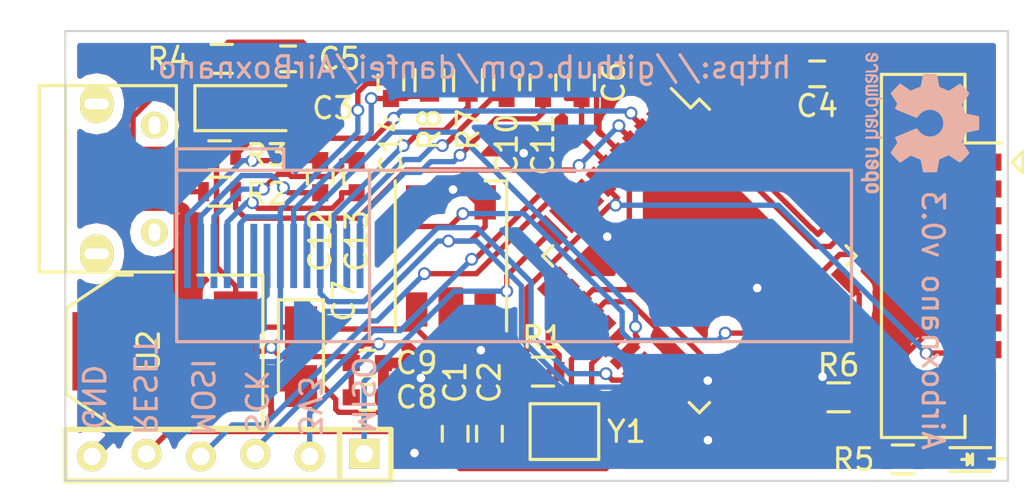
<source format=kicad_pcb>
(kicad_pcb (version 4) (host pcbnew 4.0.5+dfsg1-4)

  (general
    (links 79)
    (no_connects 0)
    (area 46.725 48.425 95.9 73.9116)
    (thickness 1.6)
    (drawings 15)
    (tracks 465)
    (zones 0)
    (modules 32)
    (nets 54)
  )

  (page A4)
  (layers
    (0 F.Cu signal)
    (31 B.Cu signal)
    (32 B.Adhes user)
    (33 F.Adhes user)
    (34 B.Paste user)
    (35 F.Paste user)
    (36 B.SilkS user)
    (37 F.SilkS user)
    (38 B.Mask user)
    (39 F.Mask user)
    (40 Dwgs.User user)
    (41 Cmts.User user)
    (42 Eco1.User user)
    (43 Eco2.User user)
    (44 Edge.Cuts user)
    (45 Margin user)
    (46 B.CrtYd user)
    (47 F.CrtYd user)
    (48 B.Fab user)
    (49 F.Fab user)
  )

  (setup
    (last_trace_width 0.25)
    (trace_clearance 0.2)
    (zone_clearance 0.508)
    (zone_45_only no)
    (trace_min 0.2)
    (segment_width 0.2)
    (edge_width 0.1)
    (via_size 0.6)
    (via_drill 0.4)
    (via_min_size 0.4)
    (via_min_drill 0.3)
    (uvia_size 0.3)
    (uvia_drill 0.1)
    (uvias_allowed no)
    (uvia_min_size 0.2)
    (uvia_min_drill 0.1)
    (pcb_text_width 0.15)
    (pcb_text_size 1 1)
    (mod_edge_width 0.15)
    (mod_text_size 1 1)
    (mod_text_width 0.15)
    (pad_size 1.397 1.397)
    (pad_drill 0.8128)
    (pad_to_mask_clearance 0)
    (aux_axis_origin 0 0)
    (visible_elements FFFEBF7F)
    (pcbplotparams
      (layerselection 0x010f0_80000001)
      (usegerberextensions false)
      (excludeedgelayer true)
      (linewidth 0.100000)
      (plotframeref false)
      (viasonmask false)
      (mode 1)
      (useauxorigin false)
      (hpglpennumber 1)
      (hpglpenspeed 20)
      (hpglpendiameter 15)
      (hpglpenoverlay 2)
      (psnegative false)
      (psa4output false)
      (plotreference true)
      (plotvalue true)
      (plotinvisibletext false)
      (padsonsilk false)
      (subtractmaskfromsilk false)
      (outputformat 1)
      (mirror false)
      (drillshape 0)
      (scaleselection 1)
      (outputdirectory gerber))
  )

  (net 0 "")
  (net 1 "Net-(C1-Pad1)")
  (net 2 GND)
  (net 3 "Net-(C2-Pad1)")
  (net 4 +5C)
  (net 5 /AREF)
  (net 6 +3V3)
  (net 7 "Net-(C10-Pad1)")
  (net 8 "Net-(C11-Pad1)")
  (net 9 "Net-(C12-Pad1)")
  (net 10 "Net-(C12-Pad2)")
  (net 11 "Net-(C13-Pad1)")
  (net 12 "Net-(C13-Pad2)")
  (net 13 /RES)
  (net 14 "Net-(CONN1-Pad2)")
  (net 15 "Net-(CONN1-Pad3)")
  (net 16 /D6)
  (net 17 "Net-(LED1-Pad2)")
  (net 18 "Net-(P1-Pad6)")
  (net 19 /D3)
  (net 20 /D2)
  (net 21 "Net-(P1-Pad12)")
  (net 22 "Net-(P2-Pad1)")
  (net 23 "Net-(P2-Pad2)")
  (net 24 "Net-(P2-Pad3)")
  (net 25 /D4)
  (net 26 /D5)
  (net 27 "Net-(P2-Pad6)")
  (net 28 /A2)
  (net 29 /A3)
  (net 30 /A4)
  (net 31 /A5)
  (net 32 /A1)
  (net 33 /A0)
  (net 34 /RESET)
  (net 35 /MOSI)
  (net 36 /SCK)
  (net 37 /MISO)
  (net 38 /D1)
  (net 39 /D7)
  (net 40 /D0)
  (net 41 /IO8)
  (net 42 /IO9)
  (net 43 /IO10)
  (net 44 /IO11)
  (net 45 /IO12)
  (net 46 /IO13)
  (net 47 /D+)
  (net 48 /D-)
  (net 49 /RX_LED)
  (net 50 /TX_LED)
  (net 51 /HWB)
  (net 52 "Net-(P2-Pad5)")
  (net 53 "Net-(D1-Pad2)")

  (net_class Default "This is the default net class."
    (clearance 0.2)
    (trace_width 0.25)
    (via_dia 0.6)
    (via_drill 0.4)
    (uvia_dia 0.3)
    (uvia_drill 0.1)
    (add_net +3V3)
    (add_net +5C)
    (add_net /A0)
    (add_net /A1)
    (add_net /A2)
    (add_net /A3)
    (add_net /A4)
    (add_net /A5)
    (add_net /AREF)
    (add_net /D+)
    (add_net /D-)
    (add_net /D0)
    (add_net /D1)
    (add_net /D2)
    (add_net /D3)
    (add_net /D4)
    (add_net /D5)
    (add_net /D6)
    (add_net /D7)
    (add_net /HWB)
    (add_net /IO10)
    (add_net /IO11)
    (add_net /IO12)
    (add_net /IO13)
    (add_net /IO8)
    (add_net /IO9)
    (add_net /MISO)
    (add_net /MOSI)
    (add_net /RES)
    (add_net /RESET)
    (add_net /RX_LED)
    (add_net /SCK)
    (add_net /TX_LED)
    (add_net GND)
    (add_net "Net-(C1-Pad1)")
    (add_net "Net-(C10-Pad1)")
    (add_net "Net-(C11-Pad1)")
    (add_net "Net-(C12-Pad1)")
    (add_net "Net-(C12-Pad2)")
    (add_net "Net-(C13-Pad1)")
    (add_net "Net-(C13-Pad2)")
    (add_net "Net-(C2-Pad1)")
    (add_net "Net-(CONN1-Pad2)")
    (add_net "Net-(CONN1-Pad3)")
    (add_net "Net-(D1-Pad2)")
    (add_net "Net-(LED1-Pad2)")
    (add_net "Net-(P1-Pad12)")
    (add_net "Net-(P1-Pad6)")
    (add_net "Net-(P2-Pad1)")
    (add_net "Net-(P2-Pad2)")
    (add_net "Net-(P2-Pad3)")
    (add_net "Net-(P2-Pad5)")
    (add_net "Net-(P2-Pad6)")
  )

  (module SmartEye:USB_Micro-B (layer F.Cu) (tedit 58821228) (tstamp 5880C51A)
    (at 52.6 56.9 270)
    (descr "Micro USB Type B Receptacle")
    (tags "USB USB_B USB_micro USB_OTG")
    (path /57207054)
    (attr smd)
    (fp_text reference CONN1 (at 0 4.9 270) (layer F.SilkS) hide
      (effects (font (size 1 1) (thickness 0.15)))
    )
    (fp_text value USB_B (at 0 4.8 270) (layer F.Fab)
      (effects (font (size 1 1) (thickness 0.15)))
    )
    (fp_line (start -4.6 -2.8) (end 4.6 -2.8) (layer F.CrtYd) (width 0.05))
    (fp_line (start 4.6 -2.8) (end 4.6 4.05) (layer F.CrtYd) (width 0.05))
    (fp_line (start 4.6 4.05) (end -4.6 4.05) (layer F.CrtYd) (width 0.05))
    (fp_line (start -4.6 4.05) (end -4.6 -2.8) (layer F.CrtYd) (width 0.05))
    (fp_line (start -4.3509 3.81746) (end 4.3491 3.81746) (layer F.SilkS) (width 0.15))
    (fp_line (start -4.3509 -2.58754) (end 4.3491 -2.58754) (layer F.SilkS) (width 0.15))
    (fp_line (start 4.3491 -2.58754) (end 4.3491 3.81746) (layer F.SilkS) (width 0.15))
    (fp_line (start 4.3491 2.58746) (end -4.3509 2.58746) (layer F.SilkS) (width 0.15))
    (fp_line (start -4.3509 3.81746) (end -4.3509 -2.58754) (layer F.SilkS) (width 0.15))
    (pad 1 smd rect (at -1.3009 -1.56254) (size 1.35 0.4) (layers F.Cu F.Paste F.Mask)
      (net 4 +5C))
    (pad 2 smd rect (at -0.6509 -1.56254) (size 1.35 0.4) (layers F.Cu F.Paste F.Mask)
      (net 14 "Net-(CONN1-Pad2)"))
    (pad 3 smd rect (at -0.0009 -1.56254) (size 1.35 0.4) (layers F.Cu F.Paste F.Mask)
      (net 15 "Net-(CONN1-Pad3)"))
    (pad 4 smd rect (at 0.6491 -1.56254) (size 1.35 0.4) (layers F.Cu F.Paste F.Mask)
      (net 2 GND))
    (pad 5 smd rect (at 1.2991 -1.56254) (size 1.35 0.4) (layers F.Cu F.Paste F.Mask)
      (net 2 GND))
    (pad 6 thru_hole oval (at -2.5009 -1.56254) (size 1.25 1.25) (drill oval 0.55 0.85) (layers *.Cu *.Mask F.SilkS))
    (pad 6 thru_hole oval (at 2.4991 -1.56254) (size 1.25 1.25) (drill oval 0.55 0.85) (layers *.Cu *.Mask F.SilkS))
    (pad 6 thru_hole oval (at -3.5009 1.13746) (size 1.55 1.8) (drill oval 1.15 0.5) (layers *.Cu *.Mask F.SilkS))
    (pad 6 thru_hole oval (at 3.4991 1.13746) (size 1.55 1.8) (drill oval 1.15 0.5) (layers *.Cu *.Mask F.SilkS))
  )

  (module LEDs:LED_WS2812B-PLCC4 (layer F.Cu) (tedit 588213DA) (tstamp 5880C593)
    (at 68 60.5 90)
    (descr http://www.world-semi.com/uploads/soft/150522/1-150522091P5.pdf)
    (tags "LED NeoPixel")
    (path /5880F6F7)
    (attr smd)
    (fp_text reference LED1 (at 0 -0.1 90) (layer F.SilkS) hide
      (effects (font (size 1 1) (thickness 0.15)))
    )
    (fp_text value WS2812B (at 0 4 90) (layer F.Fab)
      (effects (font (size 1 1) (thickness 0.15)))
    )
    (fp_line (start 3.75 -2.85) (end -3.75 -2.85) (layer F.CrtYd) (width 0.05))
    (fp_line (start 3.75 2.85) (end 3.75 -2.85) (layer F.CrtYd) (width 0.05))
    (fp_line (start -3.75 2.85) (end 3.75 2.85) (layer F.CrtYd) (width 0.05))
    (fp_line (start -3.75 -2.85) (end -3.75 2.85) (layer F.CrtYd) (width 0.05))
    (fp_line (start 2.5 1.5) (end 1.5 2.5) (layer Dwgs.User) (width 0.1))
    (fp_line (start -2.5 -2.5) (end -2.5 2.5) (layer Dwgs.User) (width 0.1))
    (fp_line (start -2.5 2.5) (end 2.5 2.5) (layer Dwgs.User) (width 0.1))
    (fp_line (start 2.5 2.5) (end 2.5 -2.5) (layer Dwgs.User) (width 0.1))
    (fp_line (start 2.5 -2.5) (end -2.5 -2.5) (layer Dwgs.User) (width 0.1))
    (fp_line (start -3.5 -2.6) (end 3.5 -2.6) (layer F.SilkS) (width 0.15))
    (fp_line (start -3.5 2.6) (end 3.5 2.6) (layer F.SilkS) (width 0.15))
    (fp_line (start 3.5 2.6) (end 3.5 1.6) (layer F.SilkS) (width 0.15))
    (fp_circle (center 0 0) (end 0 -2) (layer Dwgs.User) (width 0.1))
    (pad 3 smd rect (at 2.5 1.6 90) (size 1.6 1) (layers F.Cu F.Paste F.Mask)
      (net 2 GND))
    (pad 4 smd rect (at 2.5 -1.6 90) (size 1.6 1) (layers F.Cu F.Paste F.Mask)
      (net 16 /D6))
    (pad 2 smd rect (at -2.5 1.6 90) (size 1.6 1) (layers F.Cu F.Paste F.Mask)
      (net 17 "Net-(LED1-Pad2)"))
    (pad 1 smd rect (at -2.5 -1.6 90) (size 1.6 1) (layers F.Cu F.Paste F.Mask)
      (net 4 +5C))
    (model LEDs.3dshapes/LED_WS2812B-PLCC4.wrl
      (at (xyz 0 0 0.004))
      (scale (xyz 0.385 0.385 0.385))
      (rotate (xyz 0 0 180))
    )
  )

  (module oledShield:oled_0.69 (layer B.Cu) (tedit 58821637) (tstamp 5880C5AF)
    (at 55.7 60.5 180)
    (path /5880A0AB)
    (fp_text reference P1 (at 2.625 -2.85 180) (layer B.SilkS) hide
      (effects (font (size 1 1) (thickness 0.15)) (justify mirror))
    )
    (fp_text value CONN_01X14 (at -4.3 -2.5 180) (layer B.Fab)
      (effects (font (size 1 1) (thickness 0.15)) (justify mirror))
    )
    (fp_line (start -8.5 0) (end -8.5 -4) (layer B.SilkS) (width 0.15))
    (fp_line (start -8.5 0) (end -8.5 4) (layer B.SilkS) (width 0.15))
    (fp_line (start 0.5 4) (end 0.5 5) (layer B.SilkS) (width 0.15))
    (fp_line (start 0.5 5) (end -4.5 5) (layer B.SilkS) (width 0.15))
    (fp_line (start -4.5 5) (end -4.5 4) (layer B.SilkS) (width 0.15))
    (fp_line (start 0.5 0) (end 0.5 4) (layer B.SilkS) (width 0.15))
    (fp_line (start 0.5 4) (end -31 4) (layer B.SilkS) (width 0.15))
    (fp_line (start -31 4) (end -31 -4) (layer B.SilkS) (width 0.15))
    (fp_line (start -31 -4) (end 0.5 -4) (layer B.SilkS) (width 0.15))
    (fp_line (start 0.5 -4) (end 0.5 0) (layer B.SilkS) (width 0.15))
    (pad 1 smd rect (at 0 0 180) (size 0.32 3) (layers B.Cu B.Paste B.Mask)
      (net 9 "Net-(C12-Pad1)"))
    (pad 2 smd rect (at -0.62 0 180) (size 0.32 3) (layers B.Cu B.Paste B.Mask)
      (net 10 "Net-(C12-Pad2)"))
    (pad 3 smd rect (at -1.24 0 180) (size 0.32 3) (layers B.Cu B.Paste B.Mask)
      (net 11 "Net-(C13-Pad1)"))
    (pad 4 smd rect (at -1.86 0 180) (size 0.32 3) (layers B.Cu B.Paste B.Mask)
      (net 12 "Net-(C13-Pad2)"))
    (pad 5 smd rect (at -2.48 0 180) (size 0.32 3) (layers B.Cu B.Paste B.Mask)
      (net 6 +3V3))
    (pad 6 smd rect (at -3.1 0 180) (size 0.32 3) (layers B.Cu B.Paste B.Mask)
      (net 18 "Net-(P1-Pad6)"))
    (pad 7 smd rect (at -3.72 0 180) (size 0.32 3) (layers B.Cu B.Paste B.Mask)
      (net 2 GND))
    (pad 8 smd rect (at -4.34 0 180) (size 0.32 3) (layers B.Cu B.Paste B.Mask)
      (net 6 +3V3))
    (pad 9 smd rect (at -4.96 0 180) (size 0.32 3) (layers B.Cu B.Paste B.Mask)
      (net 13 /RES))
    (pad 10 smd rect (at -5.58 0 180) (size 0.32 3) (layers B.Cu B.Paste B.Mask)
      (net 19 /D3))
    (pad 11 smd rect (at -6.2 0 180) (size 0.32 3) (layers B.Cu B.Paste B.Mask)
      (net 20 /D2))
    (pad 12 smd rect (at -6.82 0 180) (size 0.32 3) (layers B.Cu B.Paste B.Mask)
      (net 21 "Net-(P1-Pad12)"))
    (pad 13 smd rect (at -7.44 0 180) (size 0.32 3) (layers B.Cu B.Paste B.Mask)
      (net 7 "Net-(C10-Pad1)"))
    (pad 14 smd rect (at -8.06 0 180) (size 0.32 3) (layers B.Cu B.Paste B.Mask)
      (net 8 "Net-(C11-Pad1)"))
  )

  (module Connectors_Molex:Molex_PicoBlade_53261-0871 (layer F.Cu) (tedit 5882152D) (tstamp 5880C5D2)
    (at 90 60.5 270)
    (descr "Molex PicoBlade 1.25mm shrouded header. Right-angled, SMD. 8 ways")
    (tags "connector PicoBlade header")
    (path /5880DA2A)
    (attr smd)
    (fp_text reference P2 (at 3.625 -4.825 270) (layer F.SilkS) hide
      (effects (font (size 1 1) (thickness 0.15)))
    )
    (fp_text value CONN_01X08 (at 0 3.3 270) (layer F.Fab)
      (effects (font (size 1 1) (thickness 0.15)))
    )
    (fp_line (start -5.275 -3.7) (end -5.275 -2) (layer F.SilkS) (width 0.15))
    (fp_line (start -5.275 -2) (end -8.475 -2) (layer F.SilkS) (width 0.15))
    (fp_line (start -8.475 -2) (end -8.475 1.9) (layer F.SilkS) (width 0.15))
    (fp_line (start -8.475 1.9) (end 8.475 1.9) (layer F.SilkS) (width 0.15))
    (fp_line (start 8.475 1.9) (end 8.475 -2) (layer F.SilkS) (width 0.15))
    (fp_line (start 8.475 -2) (end 7.475 -2) (layer F.SilkS) (width 0.15))
    (fp_line (start -4.375 -4.2) (end -4.875 -4.7) (layer F.SilkS) (width 0.15))
    (fp_line (start -4.875 -4.7) (end -3.875 -4.7) (layer F.SilkS) (width 0.15))
    (fp_line (start -3.875 -4.7) (end -4.375 -4.2) (layer F.SilkS) (width 0.15))
    (fp_line (start -5.875 -2.1) (end -5.875 1.9) (layer F.Fab) (width 0.2))
    (fp_line (start -5.875 1.9) (end 5.875 1.9) (layer F.Fab) (width 0.2))
    (fp_line (start 5.875 1.9) (end 5.875 -2.1) (layer F.Fab) (width 0.2))
    (fp_line (start 5.875 -2.1) (end -5.875 -2.1) (layer F.Fab) (width 0.2))
    (fp_line (start 5.875 -1.5) (end 7.975 -1.5) (layer F.Fab) (width 0.2))
    (fp_line (start 7.975 -1.5) (end 7.975 1.5) (layer F.Fab) (width 0.2))
    (fp_line (start 7.975 1.5) (end 5.875 1.5) (layer F.Fab) (width 0.2))
    (fp_line (start -5.875 -1.5) (end -7.975 -1.5) (layer F.Fab) (width 0.2))
    (fp_line (start -7.975 -1.5) (end -7.975 1.5) (layer F.Fab) (width 0.2))
    (fp_line (start -7.975 1.5) (end -5.875 1.5) (layer F.Fab) (width 0.2))
    (fp_line (start -5.875 -2.1) (end -4.375 -0.6) (layer F.Fab) (width 0.2))
    (fp_line (start -4.375 -0.6) (end -2.875 -2.1) (layer F.Fab) (width 0.2))
    (pad 1 smd rect (at -4.375 -2.9 270) (size 0.8 1.6) (layers F.Cu F.Paste F.Mask)
      (net 22 "Net-(P2-Pad1)"))
    (pad 2 smd rect (at -3.125 -2.9 270) (size 0.8 1.6) (layers F.Cu F.Paste F.Mask)
      (net 23 "Net-(P2-Pad2)"))
    (pad 3 smd rect (at -1.875 -2.9 270) (size 0.8 1.6) (layers F.Cu F.Paste F.Mask)
      (net 24 "Net-(P2-Pad3)"))
    (pad 4 smd rect (at -0.625 -2.9 270) (size 0.8 1.6) (layers F.Cu F.Paste F.Mask)
      (net 41 /IO8))
    (pad 5 smd rect (at 0.625 -2.9 270) (size 0.8 1.6) (layers F.Cu F.Paste F.Mask)
      (net 52 "Net-(P2-Pad5)"))
    (pad 6 smd rect (at 1.875 -2.9 270) (size 0.8 1.6) (layers F.Cu F.Paste F.Mask)
      (net 27 "Net-(P2-Pad6)"))
    (pad 7 smd rect (at 3.125 -2.9 270) (size 0.8 1.6) (layers F.Cu F.Paste F.Mask)
      (net 2 GND))
    (pad 8 smd rect (at 4.375 -2.9 270) (size 0.8 1.6) (layers F.Cu F.Paste F.Mask)
      (net 4 +5C))
    (pad "" smd rect (at -6.925 0 270) (size 2.1 3) (layers F.Cu F.Paste F.Mask))
    (pad "" smd rect (at 6.925 0 270) (size 2.1 3) (layers F.Cu F.Paste F.Mask))
  )

  (module Housings_QFP:TQFP-44_10x10mm_Pitch0.8mm (layer F.Cu) (tedit 58821765) (tstamp 5880C6E7)
    (at 79.6 60.5 315)
    (descr "44-Lead Plastic Thin Quad Flatpack (PT) - 10x10x1.0 mm Body [TQFP] (see Microchip Packaging Specification 00000049BS.pdf)")
    (tags "QFP 0.8")
    (path /572024B2)
    (attr smd)
    (fp_text reference U1 (at -1.679379 -3.128948 315) (layer F.SilkS) hide
      (effects (font (size 1 1) (thickness 0.15)))
    )
    (fp_text value ATmega32U4-AU (at 0 7.45 315) (layer F.Fab)
      (effects (font (size 1 1) (thickness 0.15)))
    )
    (fp_text user %R (at 0 0 315) (layer F.Fab)
      (effects (font (size 1 1) (thickness 0.15)))
    )
    (fp_line (start -4 -5) (end 5 -5) (layer F.Fab) (width 0.15))
    (fp_line (start 5 -5) (end 5 5) (layer F.Fab) (width 0.15))
    (fp_line (start 5 5) (end -5 5) (layer F.Fab) (width 0.15))
    (fp_line (start -5 5) (end -5 -4) (layer F.Fab) (width 0.15))
    (fp_line (start -5 -4) (end -4 -5) (layer F.Fab) (width 0.15))
    (fp_line (start -6.7 -6.7) (end -6.7 6.7) (layer F.CrtYd) (width 0.05))
    (fp_line (start 6.7 -6.7) (end 6.7 6.7) (layer F.CrtYd) (width 0.05))
    (fp_line (start -6.7 -6.7) (end 6.7 -6.7) (layer F.CrtYd) (width 0.05))
    (fp_line (start -6.7 6.7) (end 6.7 6.7) (layer F.CrtYd) (width 0.05))
    (fp_line (start -5.175 -5.175) (end -5.175 -4.6) (layer F.SilkS) (width 0.15))
    (fp_line (start 5.175 -5.175) (end 5.175 -4.5) (layer F.SilkS) (width 0.15))
    (fp_line (start 5.175 5.175) (end 5.175 4.5) (layer F.SilkS) (width 0.15))
    (fp_line (start -5.175 5.175) (end -5.175 4.5) (layer F.SilkS) (width 0.15))
    (fp_line (start -5.175 -5.175) (end -4.5 -5.175) (layer F.SilkS) (width 0.15))
    (fp_line (start -5.175 5.175) (end -4.5 5.175) (layer F.SilkS) (width 0.15))
    (fp_line (start 5.175 5.175) (end 4.5 5.175) (layer F.SilkS) (width 0.15))
    (fp_line (start 5.175 -5.175) (end 4.5 -5.175) (layer F.SilkS) (width 0.15))
    (fp_line (start -5.175 -4.6) (end -6.45 -4.6) (layer F.SilkS) (width 0.15))
    (pad 1 smd rect (at -5.7 -4 315) (size 1.5 0.55) (layers F.Cu F.Paste F.Mask)
      (net 39 /D7))
    (pad 2 smd rect (at -5.7 -3.2 315) (size 1.5 0.55) (layers F.Cu F.Paste F.Mask)
      (net 6 +3V3))
    (pad 3 smd rect (at -5.7 -2.4 315) (size 1.5 0.55) (layers F.Cu F.Paste F.Mask)
      (net 48 /D-))
    (pad 4 smd rect (at -5.7 -1.6 315) (size 1.5 0.55) (layers F.Cu F.Paste F.Mask)
      (net 47 /D+))
    (pad 5 smd rect (at -5.7 -0.8 315) (size 1.5 0.55) (layers F.Cu F.Paste F.Mask)
      (net 2 GND))
    (pad 6 smd rect (at -5.7 0 315) (size 1.5 0.55) (layers F.Cu F.Paste F.Mask)
      (net 6 +3V3))
    (pad 7 smd rect (at -5.7 0.8 315) (size 1.5 0.55) (layers F.Cu F.Paste F.Mask)
      (net 4 +5C))
    (pad 8 smd rect (at -5.7 1.6 315) (size 1.5 0.55) (layers F.Cu F.Paste F.Mask)
      (net 49 /RX_LED))
    (pad 9 smd rect (at -5.7 2.4 315) (size 1.5 0.55) (layers F.Cu F.Paste F.Mask)
      (net 36 /SCK))
    (pad 10 smd rect (at -5.7 3.2 315) (size 1.5 0.55) (layers F.Cu F.Paste F.Mask)
      (net 35 /MOSI))
    (pad 11 smd rect (at -5.7 4 315) (size 1.5 0.55) (layers F.Cu F.Paste F.Mask)
      (net 37 /MISO))
    (pad 12 smd rect (at -4 5.7 45) (size 1.5 0.55) (layers F.Cu F.Paste F.Mask)
      (net 44 /IO11))
    (pad 13 smd rect (at -3.2 5.7 45) (size 1.5 0.55) (layers F.Cu F.Paste F.Mask)
      (net 34 /RESET))
    (pad 14 smd rect (at -2.4 5.7 45) (size 1.5 0.55) (layers F.Cu F.Paste F.Mask)
      (net 6 +3V3))
    (pad 15 smd rect (at -1.6 5.7 45) (size 1.5 0.55) (layers F.Cu F.Paste F.Mask)
      (net 2 GND))
    (pad 16 smd rect (at -0.8 5.7 45) (size 1.5 0.55) (layers F.Cu F.Paste F.Mask)
      (net 3 "Net-(C2-Pad1)"))
    (pad 17 smd rect (at 0 5.7 45) (size 1.5 0.55) (layers F.Cu F.Paste F.Mask)
      (net 1 "Net-(C1-Pad1)"))
    (pad 18 smd rect (at 0.8 5.7 45) (size 1.5 0.55) (layers F.Cu F.Paste F.Mask)
      (net 19 /D3))
    (pad 19 smd rect (at 1.6 5.7 45) (size 1.5 0.55) (layers F.Cu F.Paste F.Mask)
      (net 20 /D2))
    (pad 20 smd rect (at 2.4 5.7 45) (size 1.5 0.55) (layers F.Cu F.Paste F.Mask)
      (net 40 /D0))
    (pad 21 smd rect (at 3.2 5.7 45) (size 1.5 0.55) (layers F.Cu F.Paste F.Mask)
      (net 38 /D1))
    (pad 22 smd rect (at 4 5.7 45) (size 1.5 0.55) (layers F.Cu F.Paste F.Mask)
      (net 50 /TX_LED))
    (pad 23 smd rect (at 5.7 4 315) (size 1.5 0.55) (layers F.Cu F.Paste F.Mask)
      (net 2 GND))
    (pad 24 smd rect (at 5.7 3.2 315) (size 1.5 0.55) (layers F.Cu F.Paste F.Mask)
      (net 6 +3V3))
    (pad 25 smd rect (at 5.7 2.4 315) (size 1.5 0.55) (layers F.Cu F.Paste F.Mask)
      (net 25 /D4))
    (pad 26 smd rect (at 5.7 1.6 315) (size 1.5 0.55) (layers F.Cu F.Paste F.Mask)
      (net 45 /IO12))
    (pad 27 smd rect (at 5.7 0.8 315) (size 1.5 0.55) (layers F.Cu F.Paste F.Mask)
      (net 16 /D6))
    (pad 28 smd rect (at 5.7 0 315) (size 1.5 0.55) (layers F.Cu F.Paste F.Mask)
      (net 41 /IO8))
    (pad 29 smd rect (at 5.7 -0.8 315) (size 1.5 0.55) (layers F.Cu F.Paste F.Mask)
      (net 42 /IO9))
    (pad 30 smd rect (at 5.7 -1.6 315) (size 1.5 0.55) (layers F.Cu F.Paste F.Mask)
      (net 43 /IO10))
    (pad 31 smd rect (at 5.7 -2.4 315) (size 1.5 0.55) (layers F.Cu F.Paste F.Mask)
      (net 26 /D5))
    (pad 32 smd rect (at 5.7 -3.2 315) (size 1.5 0.55) (layers F.Cu F.Paste F.Mask)
      (net 46 /IO13))
    (pad 33 smd rect (at 5.7 -4 315) (size 1.5 0.55) (layers F.Cu F.Paste F.Mask)
      (net 51 /HWB))
    (pad 34 smd rect (at 4 -5.7 45) (size 1.5 0.55) (layers F.Cu F.Paste F.Mask)
      (net 6 +3V3))
    (pad 35 smd rect (at 3.2 -5.7 45) (size 1.5 0.55) (layers F.Cu F.Paste F.Mask)
      (net 2 GND))
    (pad 36 smd rect (at 2.4 -5.7 45) (size 1.5 0.55) (layers F.Cu F.Paste F.Mask)
      (net 33 /A0))
    (pad 37 smd rect (at 1.6 -5.7 45) (size 1.5 0.55) (layers F.Cu F.Paste F.Mask)
      (net 32 /A1))
    (pad 38 smd rect (at 0.8 -5.7 45) (size 1.5 0.55) (layers F.Cu F.Paste F.Mask)
      (net 28 /A2))
    (pad 39 smd rect (at 0 -5.7 45) (size 1.5 0.55) (layers F.Cu F.Paste F.Mask)
      (net 29 /A3))
    (pad 40 smd rect (at -0.8 -5.7 45) (size 1.5 0.55) (layers F.Cu F.Paste F.Mask)
      (net 30 /A4))
    (pad 41 smd rect (at -1.6 -5.7 45) (size 1.5 0.55) (layers F.Cu F.Paste F.Mask)
      (net 31 /A5))
    (pad 42 smd rect (at -2.4 -5.7 45) (size 1.5 0.55) (layers F.Cu F.Paste F.Mask)
      (net 5 /AREF))
    (pad 43 smd rect (at -3.2 -5.7 45) (size 1.5 0.55) (layers F.Cu F.Paste F.Mask)
      (net 2 GND))
    (pad 44 smd rect (at -4 -5.7 45) (size 1.5 0.55) (layers F.Cu F.Paste F.Mask)
      (net 6 +3V3))
    (model Housings_QFP.3dshapes/TQFP-44_10x10mm_Pitch0.8mm.wrl
      (at (xyz 0 0 0))
      (scale (xyz 1 1 1))
      (rotate (xyz 0 0 0))
    )
  )

  (module TO_SOT_Packages_SMD:SOT-223 (layer F.Cu) (tedit 0) (tstamp 5880C6F7)
    (at 54.65 64.95 90)
    (descr "module CMS SOT223 4 pins")
    (tags "CMS SOT")
    (path /585BCAC1)
    (attr smd)
    (fp_text reference U2 (at 0 -0.762 90) (layer F.SilkS)
      (effects (font (size 1 1) (thickness 0.15)))
    )
    (fp_text value NCP1117ST33T3G (at 0 0.762 90) (layer F.Fab)
      (effects (font (size 1 1) (thickness 0.15)))
    )
    (fp_line (start -3.556 1.524) (end -3.556 4.572) (layer F.SilkS) (width 0.15))
    (fp_line (start -3.556 4.572) (end 3.556 4.572) (layer F.SilkS) (width 0.15))
    (fp_line (start 3.556 4.572) (end 3.556 1.524) (layer F.SilkS) (width 0.15))
    (fp_line (start -3.556 -1.524) (end -3.556 -2.286) (layer F.SilkS) (width 0.15))
    (fp_line (start -3.556 -2.286) (end -2.032 -4.572) (layer F.SilkS) (width 0.15))
    (fp_line (start -2.032 -4.572) (end 2.032 -4.572) (layer F.SilkS) (width 0.15))
    (fp_line (start 2.032 -4.572) (end 3.556 -2.286) (layer F.SilkS) (width 0.15))
    (fp_line (start 3.556 -2.286) (end 3.556 -1.524) (layer F.SilkS) (width 0.15))
    (pad 4 smd rect (at 0 -3.302 90) (size 3.6576 2.032) (layers F.Cu F.Paste F.Mask))
    (pad 2 smd rect (at 0 3.302 90) (size 1.016 2.032) (layers F.Cu F.Paste F.Mask)
      (net 6 +3V3))
    (pad 3 smd rect (at 2.286 3.302 90) (size 1.016 2.032) (layers F.Cu F.Paste F.Mask)
      (net 4 +5C))
    (pad 1 smd rect (at -2.286 3.302 90) (size 1.016 2.032) (layers F.Cu F.Paste F.Mask)
      (net 2 GND))
    (model TO_SOT_Packages_SMD.3dshapes/SOT-223.wrl
      (at (xyz 0 0 0))
      (scale (xyz 0.4 0.4 0.4))
      (rotate (xyz 0 0 0))
    )
  )

  (module Connectors:CONN_2.54mm_1x6 (layer F.Cu) (tedit 58E5AD47) (tstamp 58E5AD37)
    (at 57.6 69.8)
    (path /58E5B72F)
    (fp_text reference P3 (at 0 2.54) (layer F.SilkS) hide
      (effects (font (thickness 0.3048)))
    )
    (fp_text value CONN_01X06 (at 0 -2.286) (layer F.SilkS) hide
      (effects (font (thickness 0.3048)))
    )
    (fp_line (start -7.6 1.2) (end 7.6 1.2) (layer F.SilkS) (width 0.254))
    (fp_line (start 7.6 -1.2) (end -7.6 -1.2) (layer F.SilkS) (width 0.254))
    (fp_line (start 5.2 1.2) (end 5.2 -1.2) (layer F.SilkS) (width 0.254))
    (fp_line (start 7.6 -1.2) (end 7.6 1.2) (layer F.SilkS) (width 0.254))
    (fp_line (start -7.6 1.2) (end -7.6 -1.2) (layer F.SilkS) (width 0.254))
    (pad 3 thru_hole circle (at 1.27 -0.06096) (size 1.397 1.397) (drill 0.8128) (layers *.Cu *.Mask F.SilkS)
      (net 36 /SCK))
    (pad 4 thru_hole circle (at -1.27 0.06096) (size 1.397 1.397) (drill 0.8128) (layers *.Cu *.Mask F.SilkS)
      (net 35 /MOSI))
    (pad 2 thru_hole circle (at 3.81 0.06096) (size 1.397 1.397) (drill 0.8128) (layers *.Cu *.Mask F.SilkS)
      (net 6 +3V3))
    (pad 5 thru_hole circle (at -3.81 -0.06096) (size 1.397 1.397) (drill 0.8128) (layers *.Cu *.Mask F.SilkS)
      (net 34 /RESET))
    (pad 1 thru_hole rect (at 6.35 -0.06096) (size 1.397 1.397) (drill 0.8128) (layers *.Cu *.Mask F.SilkS)
      (net 37 /MISO))
    (pad 6 thru_hole circle (at -6.35 0.06096) (size 1.397 1.397) (drill 0.8128) (layers *.Cu *.Mask F.SilkS)
      (net 2 GND))
  )

  (module Capacitors_SMD:C_0603 (layer F.Cu) (tedit 58E5B8EB) (tstamp 58E5B733)
    (at 68.2 68.8 90)
    (descr "Capacitor SMD 0603, reflow soldering, AVX (see smccp.pdf)")
    (tags "capacitor 0603")
    (path /57203F89)
    (attr smd)
    (fp_text reference C1 (at 2.4 0 90) (layer F.SilkS)
      (effects (font (size 1 1) (thickness 0.15)))
    )
    (fp_text value 22P (at 0 1.9 90) (layer F.Fab)
      (effects (font (size 1 1) (thickness 0.15)))
    )
    (fp_line (start -0.8 0.4) (end -0.8 -0.4) (layer F.Fab) (width 0.15))
    (fp_line (start 0.8 0.4) (end -0.8 0.4) (layer F.Fab) (width 0.15))
    (fp_line (start 0.8 -0.4) (end 0.8 0.4) (layer F.Fab) (width 0.15))
    (fp_line (start -0.8 -0.4) (end 0.8 -0.4) (layer F.Fab) (width 0.15))
    (fp_line (start -1.45 -0.75) (end 1.45 -0.75) (layer F.CrtYd) (width 0.05))
    (fp_line (start -1.45 0.75) (end 1.45 0.75) (layer F.CrtYd) (width 0.05))
    (fp_line (start -1.45 -0.75) (end -1.45 0.75) (layer F.CrtYd) (width 0.05))
    (fp_line (start 1.45 -0.75) (end 1.45 0.75) (layer F.CrtYd) (width 0.05))
    (fp_line (start -0.35 -0.6) (end 0.35 -0.6) (layer F.SilkS) (width 0.15))
    (fp_line (start 0.35 0.6) (end -0.35 0.6) (layer F.SilkS) (width 0.15))
    (pad 1 smd rect (at -0.75 0 90) (size 0.8 0.75) (layers F.Cu F.Paste F.Mask)
      (net 1 "Net-(C1-Pad1)"))
    (pad 2 smd rect (at 0.75 0 90) (size 0.8 0.75) (layers F.Cu F.Paste F.Mask)
      (net 2 GND))
    (model Capacitors_SMD.3dshapes/C_0603.wrl
      (at (xyz 0 0 0))
      (scale (xyz 1 1 1))
      (rotate (xyz 0 0 0))
    )
  )

  (module Capacitors_SMD:C_0603 (layer F.Cu) (tedit 58E5B8E3) (tstamp 58E5B739)
    (at 69.8 68.8 90)
    (descr "Capacitor SMD 0603, reflow soldering, AVX (see smccp.pdf)")
    (tags "capacitor 0603")
    (path /57203FD8)
    (attr smd)
    (fp_text reference C2 (at 2.4 0 90) (layer F.SilkS)
      (effects (font (size 1 1) (thickness 0.15)))
    )
    (fp_text value 22P (at 0 1.9 90) (layer F.Fab)
      (effects (font (size 1 1) (thickness 0.15)))
    )
    (fp_line (start -0.8 0.4) (end -0.8 -0.4) (layer F.Fab) (width 0.15))
    (fp_line (start 0.8 0.4) (end -0.8 0.4) (layer F.Fab) (width 0.15))
    (fp_line (start 0.8 -0.4) (end 0.8 0.4) (layer F.Fab) (width 0.15))
    (fp_line (start -0.8 -0.4) (end 0.8 -0.4) (layer F.Fab) (width 0.15))
    (fp_line (start -1.45 -0.75) (end 1.45 -0.75) (layer F.CrtYd) (width 0.05))
    (fp_line (start -1.45 0.75) (end 1.45 0.75) (layer F.CrtYd) (width 0.05))
    (fp_line (start -1.45 -0.75) (end -1.45 0.75) (layer F.CrtYd) (width 0.05))
    (fp_line (start 1.45 -0.75) (end 1.45 0.75) (layer F.CrtYd) (width 0.05))
    (fp_line (start -0.35 -0.6) (end 0.35 -0.6) (layer F.SilkS) (width 0.15))
    (fp_line (start 0.35 0.6) (end -0.35 0.6) (layer F.SilkS) (width 0.15))
    (pad 1 smd rect (at -0.75 0 90) (size 0.8 0.75) (layers F.Cu F.Paste F.Mask)
      (net 3 "Net-(C2-Pad1)"))
    (pad 2 smd rect (at 0.75 0 90) (size 0.8 0.75) (layers F.Cu F.Paste F.Mask)
      (net 2 GND))
    (model Capacitors_SMD.3dshapes/C_0603.wrl
      (at (xyz 0 0 0))
      (scale (xyz 1 1 1))
      (rotate (xyz 0 0 0))
    )
  )

  (module Capacitors_Tantalum_SMD:Tantalum_Case-A_EIA-3216-18_Reflow (layer F.Cu) (tedit 58E5F43F) (tstamp 58E5B73F)
    (at 58.7 53.6)
    (descr "Tantalum capacitor, Case A, EIA 3216-18, 3.2x1.6x1.6mm, Reflow soldering footprint")
    (tags "capacitor tantalum smd")
    (path /572084AD)
    (attr smd)
    (fp_text reference C3 (at 3.8 0) (layer F.SilkS)
      (effects (font (size 1 1) (thickness 0.15)))
    )
    (fp_text value 22uF (at 0 2.55) (layer F.Fab)
      (effects (font (size 1 1) (thickness 0.15)))
    )
    (fp_line (start -2.75 -1.2) (end -2.75 1.2) (layer F.CrtYd) (width 0.05))
    (fp_line (start -2.75 1.2) (end 2.75 1.2) (layer F.CrtYd) (width 0.05))
    (fp_line (start 2.75 1.2) (end 2.75 -1.2) (layer F.CrtYd) (width 0.05))
    (fp_line (start 2.75 -1.2) (end -2.75 -1.2) (layer F.CrtYd) (width 0.05))
    (fp_line (start -1.6 -0.8) (end -1.6 0.8) (layer F.Fab) (width 0.15))
    (fp_line (start -1.6 0.8) (end 1.6 0.8) (layer F.Fab) (width 0.15))
    (fp_line (start 1.6 0.8) (end 1.6 -0.8) (layer F.Fab) (width 0.15))
    (fp_line (start 1.6 -0.8) (end -1.6 -0.8) (layer F.Fab) (width 0.15))
    (fp_line (start -1.28 -0.8) (end -1.28 0.8) (layer F.Fab) (width 0.15))
    (fp_line (start -1.12 -0.8) (end -1.12 0.8) (layer F.Fab) (width 0.15))
    (fp_line (start -2.65 -1.05) (end 1.6 -1.05) (layer F.SilkS) (width 0.15))
    (fp_line (start -2.65 1.05) (end 1.6 1.05) (layer F.SilkS) (width 0.15))
    (fp_line (start -2.65 -1.05) (end -2.65 1.05) (layer F.SilkS) (width 0.15))
    (pad 1 smd rect (at -1.375 0) (size 1.95 1.5) (layers F.Cu F.Paste F.Mask)
      (net 4 +5C))
    (pad 2 smd rect (at 1.375 0) (size 1.95 1.5) (layers F.Cu F.Paste F.Mask)
      (net 2 GND))
    (model Capacitors_Tantalum_SMD.3dshapes/Tantalum_Case-A_EIA-3216-18.wrl
      (at (xyz 0 0 0))
      (scale (xyz 1 1 1))
      (rotate (xyz 0 0 0))
    )
  )

  (module Capacitors_SMD:C_0603 (layer F.Cu) (tedit 58E5EF9D) (tstamp 58E5B745)
    (at 85.1 52 180)
    (descr "Capacitor SMD 0603, reflow soldering, AVX (see smccp.pdf)")
    (tags "capacitor 0603")
    (path /57202CF5)
    (attr smd)
    (fp_text reference C4 (at 0 -1.5 180) (layer F.SilkS)
      (effects (font (size 1 1) (thickness 0.15)))
    )
    (fp_text value 100nF (at 0 1.9 180) (layer F.Fab)
      (effects (font (size 1 1) (thickness 0.15)))
    )
    (fp_line (start -0.8 0.4) (end -0.8 -0.4) (layer F.Fab) (width 0.15))
    (fp_line (start 0.8 0.4) (end -0.8 0.4) (layer F.Fab) (width 0.15))
    (fp_line (start 0.8 -0.4) (end 0.8 0.4) (layer F.Fab) (width 0.15))
    (fp_line (start -0.8 -0.4) (end 0.8 -0.4) (layer F.Fab) (width 0.15))
    (fp_line (start -1.45 -0.75) (end 1.45 -0.75) (layer F.CrtYd) (width 0.05))
    (fp_line (start -1.45 0.75) (end 1.45 0.75) (layer F.CrtYd) (width 0.05))
    (fp_line (start -1.45 -0.75) (end -1.45 0.75) (layer F.CrtYd) (width 0.05))
    (fp_line (start 1.45 -0.75) (end 1.45 0.75) (layer F.CrtYd) (width 0.05))
    (fp_line (start -0.35 -0.6) (end 0.35 -0.6) (layer F.SilkS) (width 0.15))
    (fp_line (start 0.35 0.6) (end -0.35 0.6) (layer F.SilkS) (width 0.15))
    (pad 1 smd rect (at -0.75 0 180) (size 0.8 0.75) (layers F.Cu F.Paste F.Mask)
      (net 5 /AREF))
    (pad 2 smd rect (at 0.75 0 180) (size 0.8 0.75) (layers F.Cu F.Paste F.Mask)
      (net 2 GND))
    (model Capacitors_SMD.3dshapes/C_0603.wrl
      (at (xyz 0 0 0))
      (scale (xyz 1 1 1))
      (rotate (xyz 0 0 0))
    )
  )

  (module Capacitors_SMD:C_0603 (layer F.Cu) (tedit 58E5BC25) (tstamp 58E5B74B)
    (at 60.4 51.3 180)
    (descr "Capacitor SMD 0603, reflow soldering, AVX (see smccp.pdf)")
    (tags "capacitor 0603")
    (path /572086FE)
    (attr smd)
    (fp_text reference C5 (at -2.4 0 180) (layer F.SilkS)
      (effects (font (size 1 1) (thickness 0.15)))
    )
    (fp_text value 100nF (at 0 1.9 180) (layer F.Fab)
      (effects (font (size 1 1) (thickness 0.15)))
    )
    (fp_line (start -0.8 0.4) (end -0.8 -0.4) (layer F.Fab) (width 0.15))
    (fp_line (start 0.8 0.4) (end -0.8 0.4) (layer F.Fab) (width 0.15))
    (fp_line (start 0.8 -0.4) (end 0.8 0.4) (layer F.Fab) (width 0.15))
    (fp_line (start -0.8 -0.4) (end 0.8 -0.4) (layer F.Fab) (width 0.15))
    (fp_line (start -1.45 -0.75) (end 1.45 -0.75) (layer F.CrtYd) (width 0.05))
    (fp_line (start -1.45 0.75) (end 1.45 0.75) (layer F.CrtYd) (width 0.05))
    (fp_line (start -1.45 -0.75) (end -1.45 0.75) (layer F.CrtYd) (width 0.05))
    (fp_line (start 1.45 -0.75) (end 1.45 0.75) (layer F.CrtYd) (width 0.05))
    (fp_line (start -0.35 -0.6) (end 0.35 -0.6) (layer F.SilkS) (width 0.15))
    (fp_line (start 0.35 0.6) (end -0.35 0.6) (layer F.SilkS) (width 0.15))
    (pad 1 smd rect (at -0.75 0 180) (size 0.8 0.75) (layers F.Cu F.Paste F.Mask)
      (net 2 GND))
    (pad 2 smd rect (at 0.75 0 180) (size 0.8 0.75) (layers F.Cu F.Paste F.Mask)
      (net 4 +5C))
    (model Capacitors_SMD.3dshapes/C_0603.wrl
      (at (xyz 0 0 0))
      (scale (xyz 1 1 1))
      (rotate (xyz 0 0 0))
    )
  )

  (module Capacitors_SMD:C_0603 (layer F.Cu) (tedit 58E5F818) (tstamp 58E5B751)
    (at 74.1 52.4 270)
    (descr "Capacitor SMD 0603, reflow soldering, AVX (see smccp.pdf)")
    (tags "capacitor 0603")
    (path /57202E55)
    (attr smd)
    (fp_text reference C6 (at 0 -1.5 270) (layer F.SilkS)
      (effects (font (size 1 1) (thickness 0.15)))
    )
    (fp_text value 1uF (at 0 1.9 270) (layer F.Fab)
      (effects (font (size 1 1) (thickness 0.15)))
    )
    (fp_line (start -0.8 0.4) (end -0.8 -0.4) (layer F.Fab) (width 0.15))
    (fp_line (start 0.8 0.4) (end -0.8 0.4) (layer F.Fab) (width 0.15))
    (fp_line (start 0.8 -0.4) (end 0.8 0.4) (layer F.Fab) (width 0.15))
    (fp_line (start -0.8 -0.4) (end 0.8 -0.4) (layer F.Fab) (width 0.15))
    (fp_line (start -1.45 -0.75) (end 1.45 -0.75) (layer F.CrtYd) (width 0.05))
    (fp_line (start -1.45 0.75) (end 1.45 0.75) (layer F.CrtYd) (width 0.05))
    (fp_line (start -1.45 -0.75) (end -1.45 0.75) (layer F.CrtYd) (width 0.05))
    (fp_line (start 1.45 -0.75) (end 1.45 0.75) (layer F.CrtYd) (width 0.05))
    (fp_line (start -0.35 -0.6) (end 0.35 -0.6) (layer F.SilkS) (width 0.15))
    (fp_line (start 0.35 0.6) (end -0.35 0.6) (layer F.SilkS) (width 0.15))
    (pad 1 smd rect (at -0.75 0 270) (size 0.8 0.75) (layers F.Cu F.Paste F.Mask)
      (net 2 GND))
    (pad 2 smd rect (at 0.75 0 270) (size 0.8 0.75) (layers F.Cu F.Paste F.Mask)
      (net 6 +3V3))
    (model Capacitors_SMD.3dshapes/C_0603.wrl
      (at (xyz 0 0 0))
      (scale (xyz 1 1 1))
      (rotate (xyz 0 0 0))
    )
  )

  (module Capacitors_Tantalum_SMD:Tantalum_Case-A_EIA-3216-18_Reflow (layer F.Cu) (tedit 58E5FAFC) (tstamp 58E5B757)
    (at 61 65.2 270)
    (descr "Tantalum capacitor, Case A, EIA 3216-18, 3.2x1.6x1.6mm, Reflow soldering footprint")
    (tags "capacitor tantalum smd")
    (path /585BCBB9)
    (attr smd)
    (fp_text reference C7 (at -2.6 -2 270) (layer F.SilkS)
      (effects (font (size 1 1) (thickness 0.15)))
    )
    (fp_text value 10uF/25V (at 0 2.55 270) (layer F.Fab)
      (effects (font (size 1 1) (thickness 0.15)))
    )
    (fp_line (start -2.75 -1.2) (end -2.75 1.2) (layer F.CrtYd) (width 0.05))
    (fp_line (start -2.75 1.2) (end 2.75 1.2) (layer F.CrtYd) (width 0.05))
    (fp_line (start 2.75 1.2) (end 2.75 -1.2) (layer F.CrtYd) (width 0.05))
    (fp_line (start 2.75 -1.2) (end -2.75 -1.2) (layer F.CrtYd) (width 0.05))
    (fp_line (start -1.6 -0.8) (end -1.6 0.8) (layer F.Fab) (width 0.15))
    (fp_line (start -1.6 0.8) (end 1.6 0.8) (layer F.Fab) (width 0.15))
    (fp_line (start 1.6 0.8) (end 1.6 -0.8) (layer F.Fab) (width 0.15))
    (fp_line (start 1.6 -0.8) (end -1.6 -0.8) (layer F.Fab) (width 0.15))
    (fp_line (start -1.28 -0.8) (end -1.28 0.8) (layer F.Fab) (width 0.15))
    (fp_line (start -1.12 -0.8) (end -1.12 0.8) (layer F.Fab) (width 0.15))
    (fp_line (start -2.65 -1.05) (end 1.6 -1.05) (layer F.SilkS) (width 0.15))
    (fp_line (start -2.65 1.05) (end 1.6 1.05) (layer F.SilkS) (width 0.15))
    (fp_line (start -2.65 -1.05) (end -2.65 1.05) (layer F.SilkS) (width 0.15))
    (pad 1 smd rect (at -1.375 0 270) (size 1.95 1.5) (layers F.Cu F.Paste F.Mask)
      (net 4 +5C))
    (pad 2 smd rect (at 1.375 0 270) (size 1.95 1.5) (layers F.Cu F.Paste F.Mask)
      (net 2 GND))
    (model Capacitors_Tantalum_SMD.3dshapes/Tantalum_Case-A_EIA-3216-18.wrl
      (at (xyz 0 0 0))
      (scale (xyz 1 1 1))
      (rotate (xyz 0 0 0))
    )
  )

  (module Capacitors_SMD:C_0603 (layer F.Cu) (tedit 58E5EF6F) (tstamp 58E5B75D)
    (at 64.1 67.1)
    (descr "Capacitor SMD 0603, reflow soldering, AVX (see smccp.pdf)")
    (tags "capacitor 0603")
    (path /585BCB48)
    (attr smd)
    (fp_text reference C8 (at 2.3 0) (layer F.SilkS)
      (effects (font (size 1 1) (thickness 0.15)))
    )
    (fp_text value 10uF (at 0 1.9) (layer F.Fab)
      (effects (font (size 1 1) (thickness 0.15)))
    )
    (fp_line (start -0.8 0.4) (end -0.8 -0.4) (layer F.Fab) (width 0.15))
    (fp_line (start 0.8 0.4) (end -0.8 0.4) (layer F.Fab) (width 0.15))
    (fp_line (start 0.8 -0.4) (end 0.8 0.4) (layer F.Fab) (width 0.15))
    (fp_line (start -0.8 -0.4) (end 0.8 -0.4) (layer F.Fab) (width 0.15))
    (fp_line (start -1.45 -0.75) (end 1.45 -0.75) (layer F.CrtYd) (width 0.05))
    (fp_line (start -1.45 0.75) (end 1.45 0.75) (layer F.CrtYd) (width 0.05))
    (fp_line (start -1.45 -0.75) (end -1.45 0.75) (layer F.CrtYd) (width 0.05))
    (fp_line (start 1.45 -0.75) (end 1.45 0.75) (layer F.CrtYd) (width 0.05))
    (fp_line (start -0.35 -0.6) (end 0.35 -0.6) (layer F.SilkS) (width 0.15))
    (fp_line (start 0.35 0.6) (end -0.35 0.6) (layer F.SilkS) (width 0.15))
    (pad 1 smd rect (at -0.75 0) (size 0.8 0.75) (layers F.Cu F.Paste F.Mask)
      (net 6 +3V3))
    (pad 2 smd rect (at 0.75 0) (size 0.8 0.75) (layers F.Cu F.Paste F.Mask)
      (net 2 GND))
    (model Capacitors_SMD.3dshapes/C_0603.wrl
      (at (xyz 0 0 0))
      (scale (xyz 1 1 1))
      (rotate (xyz 0 0 0))
    )
  )

  (module Capacitors_SMD:C_0603 (layer F.Cu) (tedit 58E5EF6D) (tstamp 58E5B763)
    (at 64.1 65.5 180)
    (descr "Capacitor SMD 0603, reflow soldering, AVX (see smccp.pdf)")
    (tags "capacitor 0603")
    (path /5880A0AE)
    (attr smd)
    (fp_text reference C9 (at -2.3 0 180) (layer F.SilkS)
      (effects (font (size 1 1) (thickness 0.15)))
    )
    (fp_text value 4.7uF (at 0 1.9 180) (layer F.Fab)
      (effects (font (size 1 1) (thickness 0.15)))
    )
    (fp_line (start -0.8 0.4) (end -0.8 -0.4) (layer F.Fab) (width 0.15))
    (fp_line (start 0.8 0.4) (end -0.8 0.4) (layer F.Fab) (width 0.15))
    (fp_line (start 0.8 -0.4) (end 0.8 0.4) (layer F.Fab) (width 0.15))
    (fp_line (start -0.8 -0.4) (end 0.8 -0.4) (layer F.Fab) (width 0.15))
    (fp_line (start -1.45 -0.75) (end 1.45 -0.75) (layer F.CrtYd) (width 0.05))
    (fp_line (start -1.45 0.75) (end 1.45 0.75) (layer F.CrtYd) (width 0.05))
    (fp_line (start -1.45 -0.75) (end -1.45 0.75) (layer F.CrtYd) (width 0.05))
    (fp_line (start 1.45 -0.75) (end 1.45 0.75) (layer F.CrtYd) (width 0.05))
    (fp_line (start -0.35 -0.6) (end 0.35 -0.6) (layer F.SilkS) (width 0.15))
    (fp_line (start 0.35 0.6) (end -0.35 0.6) (layer F.SilkS) (width 0.15))
    (pad 1 smd rect (at -0.75 0 180) (size 0.8 0.75) (layers F.Cu F.Paste F.Mask)
      (net 2 GND))
    (pad 2 smd rect (at 0.75 0 180) (size 0.8 0.75) (layers F.Cu F.Paste F.Mask)
      (net 6 +3V3))
    (model Capacitors_SMD.3dshapes/C_0603.wrl
      (at (xyz 0 0 0))
      (scale (xyz 1 1 1))
      (rotate (xyz 0 0 0))
    )
  )

  (module Capacitors_SMD:C_0603 (layer F.Cu) (tedit 58E5F4E9) (tstamp 58E5B769)
    (at 70.6 52.4 90)
    (descr "Capacitor SMD 0603, reflow soldering, AVX (see smccp.pdf)")
    (tags "capacitor 0603")
    (path /5880A0B0)
    (attr smd)
    (fp_text reference C10 (at -2.9 0 90) (layer F.SilkS)
      (effects (font (size 1 1) (thickness 0.15)))
    )
    (fp_text value 4.7uF (at 0 1.9 90) (layer F.Fab)
      (effects (font (size 1 1) (thickness 0.15)))
    )
    (fp_line (start -0.8 0.4) (end -0.8 -0.4) (layer F.Fab) (width 0.15))
    (fp_line (start 0.8 0.4) (end -0.8 0.4) (layer F.Fab) (width 0.15))
    (fp_line (start 0.8 -0.4) (end 0.8 0.4) (layer F.Fab) (width 0.15))
    (fp_line (start -0.8 -0.4) (end 0.8 -0.4) (layer F.Fab) (width 0.15))
    (fp_line (start -1.45 -0.75) (end 1.45 -0.75) (layer F.CrtYd) (width 0.05))
    (fp_line (start -1.45 0.75) (end 1.45 0.75) (layer F.CrtYd) (width 0.05))
    (fp_line (start -1.45 -0.75) (end -1.45 0.75) (layer F.CrtYd) (width 0.05))
    (fp_line (start 1.45 -0.75) (end 1.45 0.75) (layer F.CrtYd) (width 0.05))
    (fp_line (start -0.35 -0.6) (end 0.35 -0.6) (layer F.SilkS) (width 0.15))
    (fp_line (start 0.35 0.6) (end -0.35 0.6) (layer F.SilkS) (width 0.15))
    (pad 1 smd rect (at -0.75 0 90) (size 0.8 0.75) (layers F.Cu F.Paste F.Mask)
      (net 7 "Net-(C10-Pad1)"))
    (pad 2 smd rect (at 0.75 0 90) (size 0.8 0.75) (layers F.Cu F.Paste F.Mask)
      (net 2 GND))
    (model Capacitors_SMD.3dshapes/C_0603.wrl
      (at (xyz 0 0 0))
      (scale (xyz 1 1 1))
      (rotate (xyz 0 0 0))
    )
  )

  (module Capacitors_SMD:C_0603 (layer F.Cu) (tedit 58E5F4EF) (tstamp 58E5B76F)
    (at 72.3 52.4 90)
    (descr "Capacitor SMD 0603, reflow soldering, AVX (see smccp.pdf)")
    (tags "capacitor 0603")
    (path /5880A0B1)
    (attr smd)
    (fp_text reference C11 (at -2.9 0 90) (layer F.SilkS)
      (effects (font (size 1 1) (thickness 0.15)))
    )
    (fp_text value 4.7uF (at 0 1.9 90) (layer F.Fab)
      (effects (font (size 1 1) (thickness 0.15)))
    )
    (fp_line (start -0.8 0.4) (end -0.8 -0.4) (layer F.Fab) (width 0.15))
    (fp_line (start 0.8 0.4) (end -0.8 0.4) (layer F.Fab) (width 0.15))
    (fp_line (start 0.8 -0.4) (end 0.8 0.4) (layer F.Fab) (width 0.15))
    (fp_line (start -0.8 -0.4) (end 0.8 -0.4) (layer F.Fab) (width 0.15))
    (fp_line (start -1.45 -0.75) (end 1.45 -0.75) (layer F.CrtYd) (width 0.05))
    (fp_line (start -1.45 0.75) (end 1.45 0.75) (layer F.CrtYd) (width 0.05))
    (fp_line (start -1.45 -0.75) (end -1.45 0.75) (layer F.CrtYd) (width 0.05))
    (fp_line (start 1.45 -0.75) (end 1.45 0.75) (layer F.CrtYd) (width 0.05))
    (fp_line (start -0.35 -0.6) (end 0.35 -0.6) (layer F.SilkS) (width 0.15))
    (fp_line (start 0.35 0.6) (end -0.35 0.6) (layer F.SilkS) (width 0.15))
    (pad 1 smd rect (at -0.75 0 90) (size 0.8 0.75) (layers F.Cu F.Paste F.Mask)
      (net 8 "Net-(C11-Pad1)"))
    (pad 2 smd rect (at 0.75 0 90) (size 0.8 0.75) (layers F.Cu F.Paste F.Mask)
      (net 2 GND))
    (model Capacitors_SMD.3dshapes/C_0603.wrl
      (at (xyz 0 0 0))
      (scale (xyz 1 1 1))
      (rotate (xyz 0 0 0))
    )
  )

  (module Capacitors_SMD:C_0603 (layer F.Cu) (tedit 58E5F434) (tstamp 58E5B775)
    (at 61.9 56.8 270)
    (descr "Capacitor SMD 0603, reflow soldering, AVX (see smccp.pdf)")
    (tags "capacitor 0603")
    (path /5880A0AC)
    (attr smd)
    (fp_text reference C12 (at 3 0 270) (layer F.SilkS)
      (effects (font (size 1 1) (thickness 0.15)))
    )
    (fp_text value 1uF (at 0 1.9 270) (layer F.Fab)
      (effects (font (size 1 1) (thickness 0.15)))
    )
    (fp_line (start -0.8 0.4) (end -0.8 -0.4) (layer F.Fab) (width 0.15))
    (fp_line (start 0.8 0.4) (end -0.8 0.4) (layer F.Fab) (width 0.15))
    (fp_line (start 0.8 -0.4) (end 0.8 0.4) (layer F.Fab) (width 0.15))
    (fp_line (start -0.8 -0.4) (end 0.8 -0.4) (layer F.Fab) (width 0.15))
    (fp_line (start -1.45 -0.75) (end 1.45 -0.75) (layer F.CrtYd) (width 0.05))
    (fp_line (start -1.45 0.75) (end 1.45 0.75) (layer F.CrtYd) (width 0.05))
    (fp_line (start -1.45 -0.75) (end -1.45 0.75) (layer F.CrtYd) (width 0.05))
    (fp_line (start 1.45 -0.75) (end 1.45 0.75) (layer F.CrtYd) (width 0.05))
    (fp_line (start -0.35 -0.6) (end 0.35 -0.6) (layer F.SilkS) (width 0.15))
    (fp_line (start 0.35 0.6) (end -0.35 0.6) (layer F.SilkS) (width 0.15))
    (pad 1 smd rect (at -0.75 0 270) (size 0.8 0.75) (layers F.Cu F.Paste F.Mask)
      (net 9 "Net-(C12-Pad1)"))
    (pad 2 smd rect (at 0.75 0 270) (size 0.8 0.75) (layers F.Cu F.Paste F.Mask)
      (net 10 "Net-(C12-Pad2)"))
    (model Capacitors_SMD.3dshapes/C_0603.wrl
      (at (xyz 0 0 0))
      (scale (xyz 1 1 1))
      (rotate (xyz 0 0 0))
    )
  )

  (module Capacitors_SMD:C_0603 (layer F.Cu) (tedit 58E5F437) (tstamp 58E5B77B)
    (at 63.6 56.8 270)
    (descr "Capacitor SMD 0603, reflow soldering, AVX (see smccp.pdf)")
    (tags "capacitor 0603")
    (path /5880A0AD)
    (attr smd)
    (fp_text reference C13 (at 3 0 270) (layer F.SilkS)
      (effects (font (size 1 1) (thickness 0.15)))
    )
    (fp_text value 1uF (at 0 1.9 270) (layer F.Fab)
      (effects (font (size 1 1) (thickness 0.15)))
    )
    (fp_line (start -0.8 0.4) (end -0.8 -0.4) (layer F.Fab) (width 0.15))
    (fp_line (start 0.8 0.4) (end -0.8 0.4) (layer F.Fab) (width 0.15))
    (fp_line (start 0.8 -0.4) (end 0.8 0.4) (layer F.Fab) (width 0.15))
    (fp_line (start -0.8 -0.4) (end 0.8 -0.4) (layer F.Fab) (width 0.15))
    (fp_line (start -1.45 -0.75) (end 1.45 -0.75) (layer F.CrtYd) (width 0.05))
    (fp_line (start -1.45 0.75) (end 1.45 0.75) (layer F.CrtYd) (width 0.05))
    (fp_line (start -1.45 -0.75) (end -1.45 0.75) (layer F.CrtYd) (width 0.05))
    (fp_line (start 1.45 -0.75) (end 1.45 0.75) (layer F.CrtYd) (width 0.05))
    (fp_line (start -0.35 -0.6) (end 0.35 -0.6) (layer F.SilkS) (width 0.15))
    (fp_line (start 0.35 0.6) (end -0.35 0.6) (layer F.SilkS) (width 0.15))
    (pad 1 smd rect (at -0.75 0 270) (size 0.8 0.75) (layers F.Cu F.Paste F.Mask)
      (net 11 "Net-(C13-Pad1)"))
    (pad 2 smd rect (at 0.75 0 270) (size 0.8 0.75) (layers F.Cu F.Paste F.Mask)
      (net 12 "Net-(C13-Pad2)"))
    (model Capacitors_SMD.3dshapes/C_0603.wrl
      (at (xyz 0 0 0))
      (scale (xyz 1 1 1))
      (rotate (xyz 0 0 0))
    )
  )

  (module Capacitors_SMD:C_0603 (layer F.Cu) (tedit 58E5F4D4) (tstamp 58E5B781)
    (at 65.2 52.4 270)
    (descr "Capacitor SMD 0603, reflow soldering, AVX (see smccp.pdf)")
    (tags "capacitor 0603")
    (path /5880A0B6)
    (attr smd)
    (fp_text reference C14 (at 2.9 0 270) (layer F.SilkS)
      (effects (font (size 1 1) (thickness 0.15)))
    )
    (fp_text value 4.7uF (at 0 1.9 270) (layer F.Fab)
      (effects (font (size 1 1) (thickness 0.15)))
    )
    (fp_line (start -0.8 0.4) (end -0.8 -0.4) (layer F.Fab) (width 0.15))
    (fp_line (start 0.8 0.4) (end -0.8 0.4) (layer F.Fab) (width 0.15))
    (fp_line (start 0.8 -0.4) (end 0.8 0.4) (layer F.Fab) (width 0.15))
    (fp_line (start -0.8 -0.4) (end 0.8 -0.4) (layer F.Fab) (width 0.15))
    (fp_line (start -1.45 -0.75) (end 1.45 -0.75) (layer F.CrtYd) (width 0.05))
    (fp_line (start -1.45 0.75) (end 1.45 0.75) (layer F.CrtYd) (width 0.05))
    (fp_line (start -1.45 -0.75) (end -1.45 0.75) (layer F.CrtYd) (width 0.05))
    (fp_line (start 1.45 -0.75) (end 1.45 0.75) (layer F.CrtYd) (width 0.05))
    (fp_line (start -0.35 -0.6) (end 0.35 -0.6) (layer F.SilkS) (width 0.15))
    (fp_line (start 0.35 0.6) (end -0.35 0.6) (layer F.SilkS) (width 0.15))
    (pad 1 smd rect (at -0.75 0 270) (size 0.8 0.75) (layers F.Cu F.Paste F.Mask)
      (net 2 GND))
    (pad 2 smd rect (at 0.75 0 270) (size 0.8 0.75) (layers F.Cu F.Paste F.Mask)
      (net 13 /RES))
    (model Capacitors_SMD.3dshapes/C_0603.wrl
      (at (xyz 0 0 0))
      (scale (xyz 1 1 1))
      (rotate (xyz 0 0 0))
    )
  )

  (module LEDs:LED_0603 (layer F.Cu) (tedit 58E5BB48) (tstamp 58E5B787)
    (at 92.1 70 180)
    (descr "LED 0603 smd package")
    (tags "LED led 0603 SMD smd SMT smt smdled SMDLED smtled SMTLED")
    (path /57206302)
    (attr smd)
    (fp_text reference D1 (at -0.2 -1.9 180) (layer F.SilkS) hide
      (effects (font (size 1 1) (thickness 0.15)))
    )
    (fp_text value L (at 0 1.5 180) (layer F.Fab)
      (effects (font (size 1 1) (thickness 0.15)))
    )
    (fp_line (start -0.3 -0.2) (end -0.3 0.2) (layer F.Fab) (width 0.15))
    (fp_line (start -0.2 0) (end 0.1 -0.2) (layer F.Fab) (width 0.15))
    (fp_line (start 0.1 0.2) (end -0.2 0) (layer F.Fab) (width 0.15))
    (fp_line (start 0.1 -0.2) (end 0.1 0.2) (layer F.Fab) (width 0.15))
    (fp_line (start 0.8 0.4) (end -0.8 0.4) (layer F.Fab) (width 0.15))
    (fp_line (start 0.8 -0.4) (end 0.8 0.4) (layer F.Fab) (width 0.15))
    (fp_line (start -0.8 -0.4) (end 0.8 -0.4) (layer F.Fab) (width 0.15))
    (fp_line (start -0.8 0.4) (end -0.8 -0.4) (layer F.Fab) (width 0.15))
    (fp_line (start -1.1 0.55) (end 0.8 0.55) (layer F.SilkS) (width 0.15))
    (fp_line (start -1.1 -0.55) (end 0.8 -0.55) (layer F.SilkS) (width 0.15))
    (fp_line (start -0.2 0) (end 0.25 0) (layer F.SilkS) (width 0.15))
    (fp_line (start -0.25 -0.25) (end -0.25 0.25) (layer F.SilkS) (width 0.15))
    (fp_line (start -0.25 0) (end 0 -0.25) (layer F.SilkS) (width 0.15))
    (fp_line (start 0 -0.25) (end 0 0.25) (layer F.SilkS) (width 0.15))
    (fp_line (start 0 0.25) (end -0.25 0) (layer F.SilkS) (width 0.15))
    (fp_line (start 1.4 -0.75) (end 1.4 0.75) (layer F.CrtYd) (width 0.05))
    (fp_line (start 1.4 0.75) (end -1.4 0.75) (layer F.CrtYd) (width 0.05))
    (fp_line (start -1.4 0.75) (end -1.4 -0.75) (layer F.CrtYd) (width 0.05))
    (fp_line (start -1.4 -0.75) (end 1.4 -0.75) (layer F.CrtYd) (width 0.05))
    (pad 2 smd rect (at 0.7493 0) (size 0.79756 0.79756) (layers F.Cu F.Paste F.Mask)
      (net 53 "Net-(D1-Pad2)"))
    (pad 1 smd rect (at -0.7493 0) (size 0.79756 0.79756) (layers F.Cu F.Paste F.Mask)
      (net 2 GND))
    (model LEDs.3dshapes/LED_0603.wrl
      (at (xyz 0 0 0))
      (scale (xyz 1 1 1))
      (rotate (xyz 0 0 180))
    )
  )

  (module Resistors_SMD:R_0603 (layer F.Cu) (tedit 58E5F3E6) (tstamp 58E5B78D)
    (at 72.3 65.9 180)
    (descr "Resistor SMD 0603, reflow soldering, Vishay (see dcrcw.pdf)")
    (tags "resistor 0603")
    (path /58807406)
    (attr smd)
    (fp_text reference R1 (at 0 1.6 180) (layer F.SilkS)
      (effects (font (size 1 1) (thickness 0.15)))
    )
    (fp_text value 1K (at 0 1.9 180) (layer F.Fab)
      (effects (font (size 1 1) (thickness 0.15)))
    )
    (fp_line (start -0.8 0.4) (end -0.8 -0.4) (layer F.Fab) (width 0.1))
    (fp_line (start 0.8 0.4) (end -0.8 0.4) (layer F.Fab) (width 0.1))
    (fp_line (start 0.8 -0.4) (end 0.8 0.4) (layer F.Fab) (width 0.1))
    (fp_line (start -0.8 -0.4) (end 0.8 -0.4) (layer F.Fab) (width 0.1))
    (fp_line (start -1.3 -0.8) (end 1.3 -0.8) (layer F.CrtYd) (width 0.05))
    (fp_line (start -1.3 0.8) (end 1.3 0.8) (layer F.CrtYd) (width 0.05))
    (fp_line (start -1.3 -0.8) (end -1.3 0.8) (layer F.CrtYd) (width 0.05))
    (fp_line (start 1.3 -0.8) (end 1.3 0.8) (layer F.CrtYd) (width 0.05))
    (fp_line (start 0.5 0.675) (end -0.5 0.675) (layer F.SilkS) (width 0.15))
    (fp_line (start -0.5 -0.675) (end 0.5 -0.675) (layer F.SilkS) (width 0.15))
    (pad 1 smd rect (at -0.75 0 180) (size 0.5 0.9) (layers F.Cu F.Paste F.Mask)
      (net 34 /RESET))
    (pad 2 smd rect (at 0.75 0 180) (size 0.5 0.9) (layers F.Cu F.Paste F.Mask)
      (net 4 +5C))
    (model Resistors_SMD.3dshapes/R_0603.wrl
      (at (xyz 0 0 0))
      (scale (xyz 1 1 1))
      (rotate (xyz 0 0 0))
    )
  )

  (module Resistors_SMD:R_0603 (layer F.Cu) (tedit 58E5B9E1) (tstamp 58E5B793)
    (at 57.2 57.5 180)
    (descr "Resistor SMD 0603, reflow soldering, Vishay (see dcrcw.pdf)")
    (tags "resistor 0603")
    (path /5720777F)
    (attr smd)
    (fp_text reference R2 (at -2.2 -0.1 180) (layer F.SilkS)
      (effects (font (size 1 1) (thickness 0.15)))
    )
    (fp_text value 22R (at 0 1.9 180) (layer F.Fab)
      (effects (font (size 1 1) (thickness 0.15)))
    )
    (fp_line (start -0.8 0.4) (end -0.8 -0.4) (layer F.Fab) (width 0.1))
    (fp_line (start 0.8 0.4) (end -0.8 0.4) (layer F.Fab) (width 0.1))
    (fp_line (start 0.8 -0.4) (end 0.8 0.4) (layer F.Fab) (width 0.1))
    (fp_line (start -0.8 -0.4) (end 0.8 -0.4) (layer F.Fab) (width 0.1))
    (fp_line (start -1.3 -0.8) (end 1.3 -0.8) (layer F.CrtYd) (width 0.05))
    (fp_line (start -1.3 0.8) (end 1.3 0.8) (layer F.CrtYd) (width 0.05))
    (fp_line (start -1.3 -0.8) (end -1.3 0.8) (layer F.CrtYd) (width 0.05))
    (fp_line (start 1.3 -0.8) (end 1.3 0.8) (layer F.CrtYd) (width 0.05))
    (fp_line (start 0.5 0.675) (end -0.5 0.675) (layer F.SilkS) (width 0.15))
    (fp_line (start -0.5 -0.675) (end 0.5 -0.675) (layer F.SilkS) (width 0.15))
    (pad 1 smd rect (at -0.75 0 180) (size 0.5 0.9) (layers F.Cu F.Paste F.Mask)
      (net 47 /D+))
    (pad 2 smd rect (at 0.75 0 180) (size 0.5 0.9) (layers F.Cu F.Paste F.Mask)
      (net 15 "Net-(CONN1-Pad3)"))
    (model Resistors_SMD.3dshapes/R_0603.wrl
      (at (xyz 0 0 0))
      (scale (xyz 1 1 1))
      (rotate (xyz 0 0 0))
    )
  )

  (module Resistors_SMD:R_0603 (layer F.Cu) (tedit 58E5B9E5) (tstamp 58E5B799)
    (at 57.2 55.8 180)
    (descr "Resistor SMD 0603, reflow soldering, Vishay (see dcrcw.pdf)")
    (tags "resistor 0603")
    (path /5720782D)
    (attr smd)
    (fp_text reference R3 (at -2.2 0 180) (layer F.SilkS)
      (effects (font (size 1 1) (thickness 0.15)))
    )
    (fp_text value 22R (at 0 1.9 180) (layer F.Fab)
      (effects (font (size 1 1) (thickness 0.15)))
    )
    (fp_line (start -0.8 0.4) (end -0.8 -0.4) (layer F.Fab) (width 0.1))
    (fp_line (start 0.8 0.4) (end -0.8 0.4) (layer F.Fab) (width 0.1))
    (fp_line (start 0.8 -0.4) (end 0.8 0.4) (layer F.Fab) (width 0.1))
    (fp_line (start -0.8 -0.4) (end 0.8 -0.4) (layer F.Fab) (width 0.1))
    (fp_line (start -1.3 -0.8) (end 1.3 -0.8) (layer F.CrtYd) (width 0.05))
    (fp_line (start -1.3 0.8) (end 1.3 0.8) (layer F.CrtYd) (width 0.05))
    (fp_line (start -1.3 -0.8) (end -1.3 0.8) (layer F.CrtYd) (width 0.05))
    (fp_line (start 1.3 -0.8) (end 1.3 0.8) (layer F.CrtYd) (width 0.05))
    (fp_line (start 0.5 0.675) (end -0.5 0.675) (layer F.SilkS) (width 0.15))
    (fp_line (start -0.5 -0.675) (end 0.5 -0.675) (layer F.SilkS) (width 0.15))
    (pad 1 smd rect (at -0.75 0 180) (size 0.5 0.9) (layers F.Cu F.Paste F.Mask)
      (net 48 /D-))
    (pad 2 smd rect (at 0.75 0 180) (size 0.5 0.9) (layers F.Cu F.Paste F.Mask)
      (net 14 "Net-(CONN1-Pad2)"))
    (model Resistors_SMD.3dshapes/R_0603.wrl
      (at (xyz 0 0 0))
      (scale (xyz 1 1 1))
      (rotate (xyz 0 0 0))
    )
  )

  (module Resistors_SMD:R_0603 (layer F.Cu) (tedit 58E5BC2F) (tstamp 58E5B79F)
    (at 57.3 51.3)
    (descr "Resistor SMD 0603, reflow soldering, Vishay (see dcrcw.pdf)")
    (tags "resistor 0603")
    (path /57208572)
    (attr smd)
    (fp_text reference R4 (at -2.5 0) (layer F.SilkS)
      (effects (font (size 1 1) (thickness 0.15)))
    )
    (fp_text value 10K (at 0 1.9) (layer F.Fab)
      (effects (font (size 1 1) (thickness 0.15)))
    )
    (fp_line (start -0.8 0.4) (end -0.8 -0.4) (layer F.Fab) (width 0.1))
    (fp_line (start 0.8 0.4) (end -0.8 0.4) (layer F.Fab) (width 0.1))
    (fp_line (start 0.8 -0.4) (end 0.8 0.4) (layer F.Fab) (width 0.1))
    (fp_line (start -0.8 -0.4) (end 0.8 -0.4) (layer F.Fab) (width 0.1))
    (fp_line (start -1.3 -0.8) (end 1.3 -0.8) (layer F.CrtYd) (width 0.05))
    (fp_line (start -1.3 0.8) (end 1.3 0.8) (layer F.CrtYd) (width 0.05))
    (fp_line (start -1.3 -0.8) (end -1.3 0.8) (layer F.CrtYd) (width 0.05))
    (fp_line (start 1.3 -0.8) (end 1.3 0.8) (layer F.CrtYd) (width 0.05))
    (fp_line (start 0.5 0.675) (end -0.5 0.675) (layer F.SilkS) (width 0.15))
    (fp_line (start -0.5 -0.675) (end 0.5 -0.675) (layer F.SilkS) (width 0.15))
    (pad 1 smd rect (at -0.75 0) (size 0.5 0.9) (layers F.Cu F.Paste F.Mask)
      (net 2 GND))
    (pad 2 smd rect (at 0.75 0) (size 0.5 0.9) (layers F.Cu F.Paste F.Mask)
      (net 4 +5C))
    (model Resistors_SMD.3dshapes/R_0603.wrl
      (at (xyz 0 0 0))
      (scale (xyz 1 1 1))
      (rotate (xyz 0 0 0))
    )
  )

  (module Resistors_SMD:R_0603 (layer F.Cu) (tedit 58E5BB40) (tstamp 58E5B7A5)
    (at 89.1 70 180)
    (descr "Resistor SMD 0603, reflow soldering, Vishay (see dcrcw.pdf)")
    (tags "resistor 0603")
    (path /57205F6B)
    (attr smd)
    (fp_text reference R5 (at 2.3 0 180) (layer F.SilkS)
      (effects (font (size 1 1) (thickness 0.15)))
    )
    (fp_text value 1K (at 0 1.9 180) (layer F.Fab)
      (effects (font (size 1 1) (thickness 0.15)))
    )
    (fp_line (start -0.8 0.4) (end -0.8 -0.4) (layer F.Fab) (width 0.1))
    (fp_line (start 0.8 0.4) (end -0.8 0.4) (layer F.Fab) (width 0.1))
    (fp_line (start 0.8 -0.4) (end 0.8 0.4) (layer F.Fab) (width 0.1))
    (fp_line (start -0.8 -0.4) (end 0.8 -0.4) (layer F.Fab) (width 0.1))
    (fp_line (start -1.3 -0.8) (end 1.3 -0.8) (layer F.CrtYd) (width 0.05))
    (fp_line (start -1.3 0.8) (end 1.3 0.8) (layer F.CrtYd) (width 0.05))
    (fp_line (start -1.3 -0.8) (end -1.3 0.8) (layer F.CrtYd) (width 0.05))
    (fp_line (start 1.3 -0.8) (end 1.3 0.8) (layer F.CrtYd) (width 0.05))
    (fp_line (start 0.5 0.675) (end -0.5 0.675) (layer F.SilkS) (width 0.15))
    (fp_line (start -0.5 -0.675) (end 0.5 -0.675) (layer F.SilkS) (width 0.15))
    (pad 1 smd rect (at -0.75 0 180) (size 0.5 0.9) (layers F.Cu F.Paste F.Mask)
      (net 53 "Net-(D1-Pad2)"))
    (pad 2 smd rect (at 0.75 0 180) (size 0.5 0.9) (layers F.Cu F.Paste F.Mask)
      (net 46 /IO13))
    (model Resistors_SMD.3dshapes/R_0603.wrl
      (at (xyz 0 0 0))
      (scale (xyz 1 1 1))
      (rotate (xyz 0 0 0))
    )
  )

  (module Resistors_SMD:R_0603 (layer F.Cu) (tedit 58E5EF97) (tstamp 58E5B7AB)
    (at 86.1 67.1)
    (descr "Resistor SMD 0603, reflow soldering, Vishay (see dcrcw.pdf)")
    (tags "resistor 0603")
    (path /57206016)
    (attr smd)
    (fp_text reference R6 (at 0 -1.5) (layer F.SilkS)
      (effects (font (size 1 1) (thickness 0.15)))
    )
    (fp_text value 1K (at 0 1.9) (layer F.Fab)
      (effects (font (size 1 1) (thickness 0.15)))
    )
    (fp_line (start -0.8 0.4) (end -0.8 -0.4) (layer F.Fab) (width 0.1))
    (fp_line (start 0.8 0.4) (end -0.8 0.4) (layer F.Fab) (width 0.1))
    (fp_line (start 0.8 -0.4) (end 0.8 0.4) (layer F.Fab) (width 0.1))
    (fp_line (start -0.8 -0.4) (end 0.8 -0.4) (layer F.Fab) (width 0.1))
    (fp_line (start -1.3 -0.8) (end 1.3 -0.8) (layer F.CrtYd) (width 0.05))
    (fp_line (start -1.3 0.8) (end 1.3 0.8) (layer F.CrtYd) (width 0.05))
    (fp_line (start -1.3 -0.8) (end -1.3 0.8) (layer F.CrtYd) (width 0.05))
    (fp_line (start 1.3 -0.8) (end 1.3 0.8) (layer F.CrtYd) (width 0.05))
    (fp_line (start 0.5 0.675) (end -0.5 0.675) (layer F.SilkS) (width 0.15))
    (fp_line (start -0.5 -0.675) (end 0.5 -0.675) (layer F.SilkS) (width 0.15))
    (pad 1 smd rect (at -0.75 0) (size 0.5 0.9) (layers F.Cu F.Paste F.Mask)
      (net 2 GND))
    (pad 2 smd rect (at 0.75 0) (size 0.5 0.9) (layers F.Cu F.Paste F.Mask)
      (net 51 /HWB))
    (model Resistors_SMD.3dshapes/R_0603.wrl
      (at (xyz 0 0 0))
      (scale (xyz 1 1 1))
      (rotate (xyz 0 0 0))
    )
  )

  (module Resistors_SMD:R_0603 (layer F.Cu) (tedit 58E5F4E7) (tstamp 58E5B7B1)
    (at 68.8 52.3 90)
    (descr "Resistor SMD 0603, reflow soldering, Vishay (see dcrcw.pdf)")
    (tags "resistor 0603")
    (path /5880A0AF)
    (attr smd)
    (fp_text reference R7 (at -2.3 0 90) (layer F.SilkS)
      (effects (font (size 1 1) (thickness 0.15)))
    )
    (fp_text value 820K (at 0 1.9 90) (layer F.Fab)
      (effects (font (size 1 1) (thickness 0.15)))
    )
    (fp_line (start -0.8 0.4) (end -0.8 -0.4) (layer F.Fab) (width 0.1))
    (fp_line (start 0.8 0.4) (end -0.8 0.4) (layer F.Fab) (width 0.1))
    (fp_line (start 0.8 -0.4) (end 0.8 0.4) (layer F.Fab) (width 0.1))
    (fp_line (start -0.8 -0.4) (end 0.8 -0.4) (layer F.Fab) (width 0.1))
    (fp_line (start -1.3 -0.8) (end 1.3 -0.8) (layer F.CrtYd) (width 0.05))
    (fp_line (start -1.3 0.8) (end 1.3 0.8) (layer F.CrtYd) (width 0.05))
    (fp_line (start -1.3 -0.8) (end -1.3 0.8) (layer F.CrtYd) (width 0.05))
    (fp_line (start 1.3 -0.8) (end 1.3 0.8) (layer F.CrtYd) (width 0.05))
    (fp_line (start 0.5 0.675) (end -0.5 0.675) (layer F.SilkS) (width 0.15))
    (fp_line (start -0.5 -0.675) (end 0.5 -0.675) (layer F.SilkS) (width 0.15))
    (pad 1 smd rect (at -0.75 0 90) (size 0.5 0.9) (layers F.Cu F.Paste F.Mask)
      (net 21 "Net-(P1-Pad12)"))
    (pad 2 smd rect (at 0.75 0 90) (size 0.5 0.9) (layers F.Cu F.Paste F.Mask)
      (net 2 GND))
    (model Resistors_SMD.3dshapes/R_0603.wrl
      (at (xyz 0 0 0))
      (scale (xyz 1 1 1))
      (rotate (xyz 0 0 0))
    )
  )

  (module Resistors_SMD:R_0603 (layer F.Cu) (tedit 58E5F4E5) (tstamp 58E5B7B7)
    (at 67 52.3 90)
    (descr "Resistor SMD 0603, reflow soldering, Vishay (see dcrcw.pdf)")
    (tags "resistor 0603")
    (path /5880A0B5)
    (attr smd)
    (fp_text reference R8 (at -2.3 0 90) (layer F.SilkS)
      (effects (font (size 1 1) (thickness 0.15)))
    )
    (fp_text value 10K (at 0 1.9 90) (layer F.Fab)
      (effects (font (size 1 1) (thickness 0.15)))
    )
    (fp_line (start -0.8 0.4) (end -0.8 -0.4) (layer F.Fab) (width 0.1))
    (fp_line (start 0.8 0.4) (end -0.8 0.4) (layer F.Fab) (width 0.1))
    (fp_line (start 0.8 -0.4) (end 0.8 0.4) (layer F.Fab) (width 0.1))
    (fp_line (start -0.8 -0.4) (end 0.8 -0.4) (layer F.Fab) (width 0.1))
    (fp_line (start -1.3 -0.8) (end 1.3 -0.8) (layer F.CrtYd) (width 0.05))
    (fp_line (start -1.3 0.8) (end 1.3 0.8) (layer F.CrtYd) (width 0.05))
    (fp_line (start -1.3 -0.8) (end -1.3 0.8) (layer F.CrtYd) (width 0.05))
    (fp_line (start 1.3 -0.8) (end 1.3 0.8) (layer F.CrtYd) (width 0.05))
    (fp_line (start 0.5 0.675) (end -0.5 0.675) (layer F.SilkS) (width 0.15))
    (fp_line (start -0.5 -0.675) (end 0.5 -0.675) (layer F.SilkS) (width 0.15))
    (pad 1 smd rect (at -0.75 0 90) (size 0.5 0.9) (layers F.Cu F.Paste F.Mask)
      (net 13 /RES))
    (pad 2 smd rect (at 0.75 0 90) (size 0.5 0.9) (layers F.Cu F.Paste F.Mask)
      (net 6 +3V3))
    (model Resistors_SMD.3dshapes/R_0603.wrl
      (at (xyz 0 0 0))
      (scale (xyz 1 1 1))
      (rotate (xyz 0 0 0))
    )
  )

  (module Crystals:crystal_FA238-TSX3225 (layer F.Cu) (tedit 58E5F5D4) (tstamp 58E5B7BF)
    (at 73.3 68.7 180)
    (descr "crystal Epson Toyocom FA-238 and TSX-3225 series")
    (path /57203F09)
    (fp_text reference Y1 (at -2.9 0 180) (layer F.SilkS)
      (effects (font (size 1 1) (thickness 0.15)))
    )
    (fp_text value 16MHz (at 0.2 2.3 180) (layer F.Fab)
      (effects (font (size 1 1) (thickness 0.15)))
    )
    (fp_line (start -1.6 -1.3) (end 1.6 -1.3) (layer F.SilkS) (width 0.15))
    (fp_line (start 1.6 -1.3) (end 1.6 1.3) (layer F.SilkS) (width 0.15))
    (fp_line (start 1.6 1.3) (end -1.6 1.3) (layer F.SilkS) (width 0.15))
    (fp_line (start -1.6 1.3) (end -1.6 -1.3) (layer F.SilkS) (width 0.15))
    (pad 1 smd rect (at -1.1 0.8 180) (size 1.4 1.2) (layers F.Cu F.Paste F.Mask)
      (net 1 "Net-(C1-Pad1)"))
    (pad 3 smd rect (at 1.1 0.8 180) (size 1.4 1.2) (layers F.Cu F.Paste F.Mask))
    (pad 3 smd rect (at -1.1 -0.8 180) (size 1.4 1.2) (layers F.Cu F.Paste F.Mask))
    (pad 2 smd rect (at 1.1 -0.8 180) (size 1.4 1.2) (layers F.Cu F.Paste F.Mask)
      (net 3 "Net-(C2-Pad1)"))
    (model Crystals.3dshapes/crystal_FA238-TSX3225.wrl
      (at (xyz 0 0 0))
      (scale (xyz 0.24 0.24 0.24))
      (rotate (xyz 0 0 0))
    )
  )

  (module Symbols:OSHW-Logo2_7.3x6mm_SilkScreen (layer B.Cu) (tedit 0) (tstamp 58E679D1)
    (at 89.9 54.3 90)
    (descr "Open Source Hardware Symbol")
    (tags "Logo Symbol OSHW")
    (attr virtual)
    (fp_text reference REF*** (at 0 0 90) (layer B.SilkS) hide
      (effects (font (size 1 1) (thickness 0.15)) (justify mirror))
    )
    (fp_text value OSHW-Logo2_7.3x6mm_SilkScreen (at 0.75 0 90) (layer B.Fab) hide
      (effects (font (size 1 1) (thickness 0.15)) (justify mirror))
    )
    (fp_poly (pts (xy -2.400256 -1.919918) (xy -2.344799 -1.947568) (xy -2.295852 -1.99848) (xy -2.282371 -2.017338)
      (xy -2.267686 -2.042015) (xy -2.258158 -2.068816) (xy -2.252707 -2.104587) (xy -2.250253 -2.156169)
      (xy -2.249714 -2.224267) (xy -2.252148 -2.317588) (xy -2.260606 -2.387657) (xy -2.276826 -2.439931)
      (xy -2.302546 -2.479869) (xy -2.339503 -2.512929) (xy -2.342218 -2.514886) (xy -2.37864 -2.534908)
      (xy -2.422498 -2.544815) (xy -2.478276 -2.547257) (xy -2.568952 -2.547257) (xy -2.56899 -2.635283)
      (xy -2.569834 -2.684308) (xy -2.574976 -2.713065) (xy -2.588413 -2.730311) (xy -2.614142 -2.744808)
      (xy -2.620321 -2.747769) (xy -2.649236 -2.761648) (xy -2.671624 -2.770414) (xy -2.688271 -2.771171)
      (xy -2.699964 -2.761023) (xy -2.70749 -2.737073) (xy -2.711634 -2.696426) (xy -2.713185 -2.636186)
      (xy -2.712929 -2.553455) (xy -2.711651 -2.445339) (xy -2.711252 -2.413) (xy -2.709815 -2.301524)
      (xy -2.708528 -2.228603) (xy -2.569029 -2.228603) (xy -2.568245 -2.290499) (xy -2.56476 -2.330997)
      (xy -2.556876 -2.357708) (xy -2.542895 -2.378244) (xy -2.533403 -2.38826) (xy -2.494596 -2.417567)
      (xy -2.460237 -2.419952) (xy -2.424784 -2.39575) (xy -2.423886 -2.394857) (xy -2.409461 -2.376153)
      (xy -2.400687 -2.350732) (xy -2.396261 -2.311584) (xy -2.394882 -2.251697) (xy -2.394857 -2.23843)
      (xy -2.398188 -2.155901) (xy -2.409031 -2.098691) (xy -2.42866 -2.063766) (xy -2.45835 -2.048094)
      (xy -2.475509 -2.046514) (xy -2.516234 -2.053926) (xy -2.544168 -2.07833) (xy -2.560983 -2.12298)
      (xy -2.56835 -2.19113) (xy -2.569029 -2.228603) (xy -2.708528 -2.228603) (xy -2.708292 -2.215245)
      (xy -2.706323 -2.150333) (xy -2.70355 -2.102958) (xy -2.699612 -2.06929) (xy -2.694151 -2.045498)
      (xy -2.686808 -2.027753) (xy -2.677223 -2.012224) (xy -2.673113 -2.006381) (xy -2.618595 -1.951185)
      (xy -2.549664 -1.91989) (xy -2.469928 -1.911165) (xy -2.400256 -1.919918)) (layer B.SilkS) (width 0.01))
    (fp_poly (pts (xy -1.283907 -1.92778) (xy -1.237328 -1.954723) (xy -1.204943 -1.981466) (xy -1.181258 -2.009484)
      (xy -1.164941 -2.043748) (xy -1.154661 -2.089227) (xy -1.149086 -2.150892) (xy -1.146884 -2.233711)
      (xy -1.146629 -2.293246) (xy -1.146629 -2.512391) (xy -1.208314 -2.540044) (xy -1.27 -2.567697)
      (xy -1.277257 -2.32767) (xy -1.280256 -2.238028) (xy -1.283402 -2.172962) (xy -1.287299 -2.128026)
      (xy -1.292553 -2.09877) (xy -1.299769 -2.080748) (xy -1.30955 -2.069511) (xy -1.312688 -2.067079)
      (xy -1.360239 -2.048083) (xy -1.408303 -2.0556) (xy -1.436914 -2.075543) (xy -1.448553 -2.089675)
      (xy -1.456609 -2.10822) (xy -1.461729 -2.136334) (xy -1.464559 -2.179173) (xy -1.465744 -2.241895)
      (xy -1.465943 -2.307261) (xy -1.465982 -2.389268) (xy -1.467386 -2.447316) (xy -1.472086 -2.486465)
      (xy -1.482013 -2.51178) (xy -1.499097 -2.528323) (xy -1.525268 -2.541156) (xy -1.560225 -2.554491)
      (xy -1.598404 -2.569007) (xy -1.593859 -2.311389) (xy -1.592029 -2.218519) (xy -1.589888 -2.149889)
      (xy -1.586819 -2.100711) (xy -1.582206 -2.066198) (xy -1.575432 -2.041562) (xy -1.565881 -2.022016)
      (xy -1.554366 -2.00477) (xy -1.49881 -1.94968) (xy -1.43102 -1.917822) (xy -1.357287 -1.910191)
      (xy -1.283907 -1.92778)) (layer B.SilkS) (width 0.01))
    (fp_poly (pts (xy -2.958885 -1.921962) (xy -2.890855 -1.957733) (xy -2.840649 -2.015301) (xy -2.822815 -2.052312)
      (xy -2.808937 -2.107882) (xy -2.801833 -2.178096) (xy -2.80116 -2.254727) (xy -2.806573 -2.329552)
      (xy -2.81773 -2.394342) (xy -2.834286 -2.440873) (xy -2.839374 -2.448887) (xy -2.899645 -2.508707)
      (xy -2.971231 -2.544535) (xy -3.048908 -2.55502) (xy -3.127452 -2.53881) (xy -3.149311 -2.529092)
      (xy -3.191878 -2.499143) (xy -3.229237 -2.459433) (xy -3.232768 -2.454397) (xy -3.247119 -2.430124)
      (xy -3.256606 -2.404178) (xy -3.26221 -2.370022) (xy -3.264914 -2.321119) (xy -3.265701 -2.250935)
      (xy -3.265714 -2.2352) (xy -3.265678 -2.230192) (xy -3.120571 -2.230192) (xy -3.119727 -2.29643)
      (xy -3.116404 -2.340386) (xy -3.109417 -2.368779) (xy -3.097584 -2.388325) (xy -3.091543 -2.394857)
      (xy -3.056814 -2.41968) (xy -3.023097 -2.418548) (xy -2.989005 -2.397016) (xy -2.968671 -2.374029)
      (xy -2.956629 -2.340478) (xy -2.949866 -2.287569) (xy -2.949402 -2.281399) (xy -2.948248 -2.185513)
      (xy -2.960312 -2.114299) (xy -2.98543 -2.068194) (xy -3.02344 -2.047635) (xy -3.037008 -2.046514)
      (xy -3.072636 -2.052152) (xy -3.097006 -2.071686) (xy -3.111907 -2.109042) (xy -3.119125 -2.16815)
      (xy -3.120571 -2.230192) (xy -3.265678 -2.230192) (xy -3.265174 -2.160413) (xy -3.262904 -2.108159)
      (xy -3.257932 -2.071949) (xy -3.249287 -2.045299) (xy -3.235995 -2.021722) (xy -3.233057 -2.017338)
      (xy -3.183687 -1.958249) (xy -3.129891 -1.923947) (xy -3.064398 -1.910331) (xy -3.042158 -1.909665)
      (xy -2.958885 -1.921962)) (layer B.SilkS) (width 0.01))
    (fp_poly (pts (xy -1.831697 -1.931239) (xy -1.774473 -1.969735) (xy -1.730251 -2.025335) (xy -1.703833 -2.096086)
      (xy -1.69849 -2.148162) (xy -1.699097 -2.169893) (xy -1.704178 -2.186531) (xy -1.718145 -2.201437)
      (xy -1.745411 -2.217973) (xy -1.790388 -2.239498) (xy -1.857489 -2.269374) (xy -1.857829 -2.269524)
      (xy -1.919593 -2.297813) (xy -1.970241 -2.322933) (xy -2.004596 -2.342179) (xy -2.017482 -2.352848)
      (xy -2.017486 -2.352934) (xy -2.006128 -2.376166) (xy -1.979569 -2.401774) (xy -1.949077 -2.420221)
      (xy -1.93363 -2.423886) (xy -1.891485 -2.411212) (xy -1.855192 -2.379471) (xy -1.837483 -2.344572)
      (xy -1.820448 -2.318845) (xy -1.787078 -2.289546) (xy -1.747851 -2.264235) (xy -1.713244 -2.250471)
      (xy -1.706007 -2.249714) (xy -1.697861 -2.26216) (xy -1.69737 -2.293972) (xy -1.703357 -2.336866)
      (xy -1.714643 -2.382558) (xy -1.73005 -2.422761) (xy -1.730829 -2.424322) (xy -1.777196 -2.489062)
      (xy -1.837289 -2.533097) (xy -1.905535 -2.554711) (xy -1.976362 -2.552185) (xy -2.044196 -2.523804)
      (xy -2.047212 -2.521808) (xy -2.100573 -2.473448) (xy -2.13566 -2.410352) (xy -2.155078 -2.327387)
      (xy -2.157684 -2.304078) (xy -2.162299 -2.194055) (xy -2.156767 -2.142748) (xy -2.017486 -2.142748)
      (xy -2.015676 -2.174753) (xy -2.005778 -2.184093) (xy -1.981102 -2.177105) (xy -1.942205 -2.160587)
      (xy -1.898725 -2.139881) (xy -1.897644 -2.139333) (xy -1.860791 -2.119949) (xy -1.846 -2.107013)
      (xy -1.849647 -2.093451) (xy -1.865005 -2.075632) (xy -1.904077 -2.049845) (xy -1.946154 -2.04795)
      (xy -1.983897 -2.066717) (xy -2.009966 -2.102915) (xy -2.017486 -2.142748) (xy -2.156767 -2.142748)
      (xy -2.152806 -2.106027) (xy -2.12845 -2.036212) (xy -2.094544 -1.987302) (xy -2.033347 -1.937878)
      (xy -1.965937 -1.913359) (xy -1.89712 -1.911797) (xy -1.831697 -1.931239)) (layer B.SilkS) (width 0.01))
    (fp_poly (pts (xy -0.624114 -1.851289) (xy -0.619861 -1.910613) (xy -0.614975 -1.945572) (xy -0.608205 -1.96082)
      (xy -0.598298 -1.961015) (xy -0.595086 -1.959195) (xy -0.552356 -1.946015) (xy -0.496773 -1.946785)
      (xy -0.440263 -1.960333) (xy -0.404918 -1.977861) (xy -0.368679 -2.005861) (xy -0.342187 -2.037549)
      (xy -0.324001 -2.077813) (xy -0.312678 -2.131543) (xy -0.306778 -2.203626) (xy -0.304857 -2.298951)
      (xy -0.304823 -2.317237) (xy -0.3048 -2.522646) (xy -0.350509 -2.53858) (xy -0.382973 -2.54942)
      (xy -0.400785 -2.554468) (xy -0.401309 -2.554514) (xy -0.403063 -2.540828) (xy -0.404556 -2.503076)
      (xy -0.405674 -2.446224) (xy -0.406303 -2.375234) (xy -0.4064 -2.332073) (xy -0.406602 -2.246973)
      (xy -0.407642 -2.185981) (xy -0.410169 -2.144177) (xy -0.414836 -2.116642) (xy -0.422293 -2.098456)
      (xy -0.433189 -2.084698) (xy -0.439993 -2.078073) (xy -0.486728 -2.051375) (xy -0.537728 -2.049375)
      (xy -0.583999 -2.071955) (xy -0.592556 -2.080107) (xy -0.605107 -2.095436) (xy -0.613812 -2.113618)
      (xy -0.619369 -2.139909) (xy -0.622474 -2.179562) (xy -0.623824 -2.237832) (xy -0.624114 -2.318173)
      (xy -0.624114 -2.522646) (xy -0.669823 -2.53858) (xy -0.702287 -2.54942) (xy -0.720099 -2.554468)
      (xy -0.720623 -2.554514) (xy -0.721963 -2.540623) (xy -0.723172 -2.501439) (xy -0.724199 -2.4407)
      (xy -0.724998 -2.362141) (xy -0.725519 -2.269498) (xy -0.725714 -2.166509) (xy -0.725714 -1.769342)
      (xy -0.678543 -1.749444) (xy -0.631371 -1.729547) (xy -0.624114 -1.851289)) (layer B.SilkS) (width 0.01))
    (fp_poly (pts (xy 0.039744 -1.950968) (xy 0.096616 -1.972087) (xy 0.097267 -1.972493) (xy 0.13244 -1.99838)
      (xy 0.158407 -2.028633) (xy 0.17667 -2.068058) (xy 0.188732 -2.121462) (xy 0.196096 -2.193651)
      (xy 0.200264 -2.289432) (xy 0.200629 -2.303078) (xy 0.205876 -2.508842) (xy 0.161716 -2.531678)
      (xy 0.129763 -2.54711) (xy 0.11047 -2.554423) (xy 0.109578 -2.554514) (xy 0.106239 -2.541022)
      (xy 0.103587 -2.504626) (xy 0.101956 -2.451452) (xy 0.1016 -2.408393) (xy 0.101592 -2.338641)
      (xy 0.098403 -2.294837) (xy 0.087288 -2.273944) (xy 0.063501 -2.272925) (xy 0.022296 -2.288741)
      (xy -0.039914 -2.317815) (xy -0.085659 -2.341963) (xy -0.109187 -2.362913) (xy -0.116104 -2.385747)
      (xy -0.116114 -2.386877) (xy -0.104701 -2.426212) (xy -0.070908 -2.447462) (xy -0.019191 -2.450539)
      (xy 0.018061 -2.450006) (xy 0.037703 -2.460735) (xy 0.049952 -2.486505) (xy 0.057002 -2.519337)
      (xy 0.046842 -2.537966) (xy 0.043017 -2.540632) (xy 0.007001 -2.55134) (xy -0.043434 -2.552856)
      (xy -0.095374 -2.545759) (xy -0.132178 -2.532788) (xy -0.183062 -2.489585) (xy -0.211986 -2.429446)
      (xy -0.217714 -2.382462) (xy -0.213343 -2.340082) (xy -0.197525 -2.305488) (xy -0.166203 -2.274763)
      (xy -0.115322 -2.24399) (xy -0.040824 -2.209252) (xy -0.036286 -2.207288) (xy 0.030821 -2.176287)
      (xy 0.072232 -2.150862) (xy 0.089981 -2.128014) (xy 0.086107 -2.104745) (xy 0.062643 -2.078056)
      (xy 0.055627 -2.071914) (xy 0.00863 -2.0481) (xy -0.040067 -2.049103) (xy -0.082478 -2.072451)
      (xy -0.110616 -2.115675) (xy -0.113231 -2.12416) (xy -0.138692 -2.165308) (xy -0.170999 -2.185128)
      (xy -0.217714 -2.20477) (xy -0.217714 -2.15395) (xy -0.203504 -2.080082) (xy -0.161325 -2.012327)
      (xy -0.139376 -1.989661) (xy -0.089483 -1.960569) (xy -0.026033 -1.9474) (xy 0.039744 -1.950968)) (layer B.SilkS) (width 0.01))
    (fp_poly (pts (xy 0.529926 -1.949755) (xy 0.595858 -1.974084) (xy 0.649273 -2.017117) (xy 0.670164 -2.047409)
      (xy 0.692939 -2.102994) (xy 0.692466 -2.143186) (xy 0.668562 -2.170217) (xy 0.659717 -2.174813)
      (xy 0.62153 -2.189144) (xy 0.602028 -2.185472) (xy 0.595422 -2.161407) (xy 0.595086 -2.148114)
      (xy 0.582992 -2.09921) (xy 0.551471 -2.064999) (xy 0.507659 -2.048476) (xy 0.458695 -2.052634)
      (xy 0.418894 -2.074227) (xy 0.40545 -2.086544) (xy 0.395921 -2.101487) (xy 0.389485 -2.124075)
      (xy 0.385317 -2.159328) (xy 0.382597 -2.212266) (xy 0.380502 -2.287907) (xy 0.37996 -2.311857)
      (xy 0.377981 -2.39379) (xy 0.375731 -2.451455) (xy 0.372357 -2.489608) (xy 0.367006 -2.513004)
      (xy 0.358824 -2.526398) (xy 0.346959 -2.534545) (xy 0.339362 -2.538144) (xy 0.307102 -2.550452)
      (xy 0.288111 -2.554514) (xy 0.281836 -2.540948) (xy 0.278006 -2.499934) (xy 0.2766 -2.430999)
      (xy 0.277598 -2.333669) (xy 0.277908 -2.318657) (xy 0.280101 -2.229859) (xy 0.282693 -2.165019)
      (xy 0.286382 -2.119067) (xy 0.291864 -2.086935) (xy 0.299835 -2.063553) (xy 0.310993 -2.043852)
      (xy 0.31683 -2.03541) (xy 0.350296 -1.998057) (xy 0.387727 -1.969003) (xy 0.392309 -1.966467)
      (xy 0.459426 -1.946443) (xy 0.529926 -1.949755)) (layer B.SilkS) (width 0.01))
    (fp_poly (pts (xy 1.190117 -2.065358) (xy 1.189933 -2.173837) (xy 1.189219 -2.257287) (xy 1.187675 -2.319704)
      (xy 1.185001 -2.365085) (xy 1.180894 -2.397429) (xy 1.175055 -2.420733) (xy 1.167182 -2.438995)
      (xy 1.161221 -2.449418) (xy 1.111855 -2.505945) (xy 1.049264 -2.541377) (xy 0.980013 -2.55409)
      (xy 0.910668 -2.542463) (xy 0.869375 -2.521568) (xy 0.826025 -2.485422) (xy 0.796481 -2.441276)
      (xy 0.778655 -2.383462) (xy 0.770463 -2.306313) (xy 0.769302 -2.249714) (xy 0.769458 -2.245647)
      (xy 0.870857 -2.245647) (xy 0.871476 -2.31055) (xy 0.874314 -2.353514) (xy 0.88084 -2.381622)
      (xy 0.892523 -2.401953) (xy 0.906483 -2.417288) (xy 0.953365 -2.44689) (xy 1.003701 -2.449419)
      (xy 1.051276 -2.424705) (xy 1.054979 -2.421356) (xy 1.070783 -2.403935) (xy 1.080693 -2.383209)
      (xy 1.086058 -2.352362) (xy 1.088228 -2.304577) (xy 1.088571 -2.251748) (xy 1.087827 -2.185381)
      (xy 1.084748 -2.141106) (xy 1.078061 -2.112009) (xy 1.066496 -2.091173) (xy 1.057013 -2.080107)
      (xy 1.01296 -2.052198) (xy 0.962224 -2.048843) (xy 0.913796 -2.070159) (xy 0.90445 -2.078073)
      (xy 0.88854 -2.095647) (xy 0.87861 -2.116587) (xy 0.873278 -2.147782) (xy 0.871163 -2.196122)
      (xy 0.870857 -2.245647) (xy 0.769458 -2.245647) (xy 0.77281 -2.158568) (xy 0.784726 -2.090086)
      (xy 0.807135 -2.0386) (xy 0.842124 -1.998443) (xy 0.869375 -1.977861) (xy 0.918907 -1.955625)
      (xy 0.976316 -1.945304) (xy 1.029682 -1.948067) (xy 1.059543 -1.959212) (xy 1.071261 -1.962383)
      (xy 1.079037 -1.950557) (xy 1.084465 -1.918866) (xy 1.088571 -1.870593) (xy 1.093067 -1.816829)
      (xy 1.099313 -1.784482) (xy 1.110676 -1.765985) (xy 1.130528 -1.75377) (xy 1.143 -1.748362)
      (xy 1.190171 -1.728601) (xy 1.190117 -2.065358)) (layer B.SilkS) (width 0.01))
    (fp_poly (pts (xy 1.779833 -1.958663) (xy 1.782048 -1.99685) (xy 1.783784 -2.054886) (xy 1.784899 -2.12818)
      (xy 1.785257 -2.205055) (xy 1.785257 -2.465196) (xy 1.739326 -2.511127) (xy 1.707675 -2.539429)
      (xy 1.67989 -2.550893) (xy 1.641915 -2.550168) (xy 1.62684 -2.548321) (xy 1.579726 -2.542948)
      (xy 1.540756 -2.539869) (xy 1.531257 -2.539585) (xy 1.499233 -2.541445) (xy 1.453432 -2.546114)
      (xy 1.435674 -2.548321) (xy 1.392057 -2.551735) (xy 1.362745 -2.54432) (xy 1.33368 -2.521427)
      (xy 1.323188 -2.511127) (xy 1.277257 -2.465196) (xy 1.277257 -1.978602) (xy 1.314226 -1.961758)
      (xy 1.346059 -1.949282) (xy 1.364683 -1.944914) (xy 1.369458 -1.958718) (xy 1.373921 -1.997286)
      (xy 1.377775 -2.056356) (xy 1.380722 -2.131663) (xy 1.382143 -2.195286) (xy 1.386114 -2.445657)
      (xy 1.420759 -2.450556) (xy 1.452268 -2.447131) (xy 1.467708 -2.436041) (xy 1.472023 -2.415308)
      (xy 1.475708 -2.371145) (xy 1.478469 -2.309146) (xy 1.480012 -2.234909) (xy 1.480235 -2.196706)
      (xy 1.480457 -1.976783) (xy 1.526166 -1.960849) (xy 1.558518 -1.950015) (xy 1.576115 -1.944962)
      (xy 1.576623 -1.944914) (xy 1.578388 -1.958648) (xy 1.580329 -1.99673) (xy 1.582282 -2.054482)
      (xy 1.584084 -2.127227) (xy 1.585343 -2.195286) (xy 1.589314 -2.445657) (xy 1.6764 -2.445657)
      (xy 1.680396 -2.21724) (xy 1.684392 -1.988822) (xy 1.726847 -1.966868) (xy 1.758192 -1.951793)
      (xy 1.776744 -1.944951) (xy 1.777279 -1.944914) (xy 1.779833 -1.958663)) (layer B.SilkS) (width 0.01))
    (fp_poly (pts (xy 2.144876 -1.956335) (xy 2.186667 -1.975344) (xy 2.219469 -1.998378) (xy 2.243503 -2.024133)
      (xy 2.260097 -2.057358) (xy 2.270577 -2.1028) (xy 2.276271 -2.165207) (xy 2.278507 -2.249327)
      (xy 2.278743 -2.304721) (xy 2.278743 -2.520826) (xy 2.241774 -2.53767) (xy 2.212656 -2.549981)
      (xy 2.198231 -2.554514) (xy 2.195472 -2.541025) (xy 2.193282 -2.504653) (xy 2.191942 -2.451542)
      (xy 2.191657 -2.409372) (xy 2.190434 -2.348447) (xy 2.187136 -2.300115) (xy 2.182321 -2.270518)
      (xy 2.178496 -2.264229) (xy 2.152783 -2.270652) (xy 2.112418 -2.287125) (xy 2.065679 -2.309458)
      (xy 2.020845 -2.333457) (xy 1.986193 -2.35493) (xy 1.970002 -2.369685) (xy 1.969938 -2.369845)
      (xy 1.97133 -2.397152) (xy 1.983818 -2.423219) (xy 2.005743 -2.444392) (xy 2.037743 -2.451474)
      (xy 2.065092 -2.450649) (xy 2.103826 -2.450042) (xy 2.124158 -2.459116) (xy 2.136369 -2.483092)
      (xy 2.137909 -2.487613) (xy 2.143203 -2.521806) (xy 2.129047 -2.542568) (xy 2.092148 -2.552462)
      (xy 2.052289 -2.554292) (xy 1.980562 -2.540727) (xy 1.943432 -2.521355) (xy 1.897576 -2.475845)
      (xy 1.873256 -2.419983) (xy 1.871073 -2.360957) (xy 1.891629 -2.305953) (xy 1.922549 -2.271486)
      (xy 1.95342 -2.252189) (xy 2.001942 -2.227759) (xy 2.058485 -2.202985) (xy 2.06791 -2.199199)
      (xy 2.130019 -2.171791) (xy 2.165822 -2.147634) (xy 2.177337 -2.123619) (xy 2.16658 -2.096635)
      (xy 2.148114 -2.075543) (xy 2.104469 -2.049572) (xy 2.056446 -2.047624) (xy 2.012406 -2.067637)
      (xy 1.980709 -2.107551) (xy 1.976549 -2.117848) (xy 1.952327 -2.155724) (xy 1.916965 -2.183842)
      (xy 1.872343 -2.206917) (xy 1.872343 -2.141485) (xy 1.874969 -2.101506) (xy 1.88623 -2.069997)
      (xy 1.911199 -2.036378) (xy 1.935169 -2.010484) (xy 1.972441 -1.973817) (xy 2.001401 -1.954121)
      (xy 2.032505 -1.94622) (xy 2.067713 -1.944914) (xy 2.144876 -1.956335)) (layer B.SilkS) (width 0.01))
    (fp_poly (pts (xy 2.6526 -1.958752) (xy 2.669948 -1.966334) (xy 2.711356 -1.999128) (xy 2.746765 -2.046547)
      (xy 2.768664 -2.097151) (xy 2.772229 -2.122098) (xy 2.760279 -2.156927) (xy 2.734067 -2.175357)
      (xy 2.705964 -2.186516) (xy 2.693095 -2.188572) (xy 2.686829 -2.173649) (xy 2.674456 -2.141175)
      (xy 2.669028 -2.126502) (xy 2.63859 -2.075744) (xy 2.59452 -2.050427) (xy 2.53801 -2.051206)
      (xy 2.533825 -2.052203) (xy 2.503655 -2.066507) (xy 2.481476 -2.094393) (xy 2.466327 -2.139287)
      (xy 2.45725 -2.204615) (xy 2.453286 -2.293804) (xy 2.452914 -2.341261) (xy 2.45273 -2.416071)
      (xy 2.451522 -2.467069) (xy 2.448309 -2.499471) (xy 2.442109 -2.518495) (xy 2.43194 -2.529356)
      (xy 2.416819 -2.537272) (xy 2.415946 -2.53767) (xy 2.386828 -2.549981) (xy 2.372403 -2.554514)
      (xy 2.370186 -2.540809) (xy 2.368289 -2.502925) (xy 2.366847 -2.445715) (xy 2.365998 -2.374027)
      (xy 2.365829 -2.321565) (xy 2.366692 -2.220047) (xy 2.37007 -2.143032) (xy 2.377142 -2.086023)
      (xy 2.389088 -2.044526) (xy 2.40709 -2.014043) (xy 2.432327 -1.99008) (xy 2.457247 -1.973355)
      (xy 2.517171 -1.951097) (xy 2.586911 -1.946076) (xy 2.6526 -1.958752)) (layer B.SilkS) (width 0.01))
    (fp_poly (pts (xy 3.153595 -1.966966) (xy 3.211021 -2.004497) (xy 3.238719 -2.038096) (xy 3.260662 -2.099064)
      (xy 3.262405 -2.147308) (xy 3.258457 -2.211816) (xy 3.109686 -2.276934) (xy 3.037349 -2.310202)
      (xy 2.990084 -2.336964) (xy 2.965507 -2.360144) (xy 2.961237 -2.382667) (xy 2.974889 -2.407455)
      (xy 2.989943 -2.423886) (xy 3.033746 -2.450235) (xy 3.081389 -2.452081) (xy 3.125145 -2.431546)
      (xy 3.157289 -2.390752) (xy 3.163038 -2.376347) (xy 3.190576 -2.331356) (xy 3.222258 -2.312182)
      (xy 3.265714 -2.295779) (xy 3.265714 -2.357966) (xy 3.261872 -2.400283) (xy 3.246823 -2.435969)
      (xy 3.21528 -2.476943) (xy 3.210592 -2.482267) (xy 3.175506 -2.51872) (xy 3.145347 -2.538283)
      (xy 3.107615 -2.547283) (xy 3.076335 -2.55023) (xy 3.020385 -2.550965) (xy 2.980555 -2.54166)
      (xy 2.955708 -2.527846) (xy 2.916656 -2.497467) (xy 2.889625 -2.464613) (xy 2.872517 -2.423294)
      (xy 2.863238 -2.367521) (xy 2.859693 -2.291305) (xy 2.85941 -2.252622) (xy 2.860372 -2.206247)
      (xy 2.948007 -2.206247) (xy 2.949023 -2.231126) (xy 2.951556 -2.2352) (xy 2.968274 -2.229665)
      (xy 3.004249 -2.215017) (xy 3.052331 -2.19419) (xy 3.062386 -2.189714) (xy 3.123152 -2.158814)
      (xy 3.156632 -2.131657) (xy 3.16399 -2.10622) (xy 3.146391 -2.080481) (xy 3.131856 -2.069109)
      (xy 3.07941 -2.046364) (xy 3.030322 -2.050122) (xy 2.989227 -2.077884) (xy 2.960758 -2.127152)
      (xy 2.951631 -2.166257) (xy 2.948007 -2.206247) (xy 2.860372 -2.206247) (xy 2.861285 -2.162249)
      (xy 2.868196 -2.095384) (xy 2.881884 -2.046695) (xy 2.904096 -2.010849) (xy 2.936574 -1.982513)
      (xy 2.950733 -1.973355) (xy 3.015053 -1.949507) (xy 3.085473 -1.948006) (xy 3.153595 -1.966966)) (layer B.SilkS) (width 0.01))
    (fp_poly (pts (xy 0.10391 2.757652) (xy 0.182454 2.757222) (xy 0.239298 2.756058) (xy 0.278105 2.753793)
      (xy 0.302538 2.75006) (xy 0.316262 2.744494) (xy 0.32294 2.736727) (xy 0.326236 2.726395)
      (xy 0.326556 2.725057) (xy 0.331562 2.700921) (xy 0.340829 2.653299) (xy 0.353392 2.587259)
      (xy 0.368287 2.507872) (xy 0.384551 2.420204) (xy 0.385119 2.417125) (xy 0.40141 2.331211)
      (xy 0.416652 2.255304) (xy 0.429861 2.193955) (xy 0.440054 2.151718) (xy 0.446248 2.133145)
      (xy 0.446543 2.132816) (xy 0.464788 2.123747) (xy 0.502405 2.108633) (xy 0.551271 2.090738)
      (xy 0.551543 2.090642) (xy 0.613093 2.067507) (xy 0.685657 2.038035) (xy 0.754057 2.008403)
      (xy 0.757294 2.006938) (xy 0.868702 1.956374) (xy 1.115399 2.12484) (xy 1.191077 2.176197)
      (xy 1.259631 2.222111) (xy 1.317088 2.25997) (xy 1.359476 2.287163) (xy 1.382825 2.301079)
      (xy 1.385042 2.302111) (xy 1.40201 2.297516) (xy 1.433701 2.275345) (xy 1.481352 2.234553)
      (xy 1.546198 2.174095) (xy 1.612397 2.109773) (xy 1.676214 2.046388) (xy 1.733329 1.988549)
      (xy 1.780305 1.939825) (xy 1.813703 1.90379) (xy 1.830085 1.884016) (xy 1.830694 1.882998)
      (xy 1.832505 1.869428) (xy 1.825683 1.847267) (xy 1.80854 1.813522) (xy 1.779393 1.7652)
      (xy 1.736555 1.699308) (xy 1.679448 1.614483) (xy 1.628766 1.539823) (xy 1.583461 1.47286)
      (xy 1.54615 1.417484) (xy 1.519452 1.37758) (xy 1.505985 1.357038) (xy 1.505137 1.355644)
      (xy 1.506781 1.335962) (xy 1.519245 1.297707) (xy 1.540048 1.248111) (xy 1.547462 1.232272)
      (xy 1.579814 1.16171) (xy 1.614328 1.081647) (xy 1.642365 1.012371) (xy 1.662568 0.960955)
      (xy 1.678615 0.921881) (xy 1.687888 0.901459) (xy 1.689041 0.899886) (xy 1.706096 0.897279)
      (xy 1.746298 0.890137) (xy 1.804302 0.879477) (xy 1.874763 0.866315) (xy 1.952335 0.851667)
      (xy 2.031672 0.836551) (xy 2.107431 0.821982) (xy 2.174264 0.808978) (xy 2.226828 0.798555)
      (xy 2.259776 0.79173) (xy 2.267857 0.789801) (xy 2.276205 0.785038) (xy 2.282506 0.774282)
      (xy 2.287045 0.753902) (xy 2.290104 0.720266) (xy 2.291967 0.669745) (xy 2.292918 0.598708)
      (xy 2.29324 0.503524) (xy 2.293257 0.464508) (xy 2.293257 0.147201) (xy 2.217057 0.132161)
      (xy 2.174663 0.124005) (xy 2.1114 0.112101) (xy 2.034962 0.097884) (xy 1.953043 0.08279)
      (xy 1.9304 0.078645) (xy 1.854806 0.063947) (xy 1.788953 0.049495) (xy 1.738366 0.036625)
      (xy 1.708574 0.026678) (xy 1.703612 0.023713) (xy 1.691426 0.002717) (xy 1.673953 -0.037967)
      (xy 1.654577 -0.090322) (xy 1.650734 -0.1016) (xy 1.625339 -0.171523) (xy 1.593817 -0.250418)
      (xy 1.562969 -0.321266) (xy 1.562817 -0.321595) (xy 1.511447 -0.432733) (xy 1.680399 -0.681253)
      (xy 1.849352 -0.929772) (xy 1.632429 -1.147058) (xy 1.566819 -1.211726) (xy 1.506979 -1.268733)
      (xy 1.456267 -1.315033) (xy 1.418046 -1.347584) (xy 1.395675 -1.363343) (xy 1.392466 -1.364343)
      (xy 1.373626 -1.356469) (xy 1.33518 -1.334578) (xy 1.28133 -1.301267) (xy 1.216276 -1.259131)
      (xy 1.14594 -1.211943) (xy 1.074555 -1.16381) (xy 1.010908 -1.121928) (xy 0.959041 -1.088871)
      (xy 0.922995 -1.067218) (xy 0.906867 -1.059543) (xy 0.887189 -1.066037) (xy 0.849875 -1.08315)
      (xy 0.802621 -1.107326) (xy 0.797612 -1.110013) (xy 0.733977 -1.141927) (xy 0.690341 -1.157579)
      (xy 0.663202 -1.157745) (xy 0.649057 -1.143204) (xy 0.648975 -1.143) (xy 0.641905 -1.125779)
      (xy 0.625042 -1.084899) (xy 0.599695 -1.023525) (xy 0.567171 -0.944819) (xy 0.528778 -0.851947)
      (xy 0.485822 -0.748072) (xy 0.444222 -0.647502) (xy 0.398504 -0.536516) (xy 0.356526 -0.433703)
      (xy 0.319548 -0.342215) (xy 0.288827 -0.265201) (xy 0.265622 -0.205815) (xy 0.25119 -0.167209)
      (xy 0.246743 -0.1528) (xy 0.257896 -0.136272) (xy 0.287069 -0.10993) (xy 0.325971 -0.080887)
      (xy 0.436757 0.010961) (xy 0.523351 0.116241) (xy 0.584716 0.232734) (xy 0.619815 0.358224)
      (xy 0.627608 0.490493) (xy 0.621943 0.551543) (xy 0.591078 0.678205) (xy 0.53792 0.790059)
      (xy 0.465767 0.885999) (xy 0.377917 0.964924) (xy 0.277665 1.02573) (xy 0.16831 1.067313)
      (xy 0.053147 1.088572) (xy -0.064525 1.088401) (xy -0.18141 1.065699) (xy -0.294211 1.019362)
      (xy -0.399631 0.948287) (xy -0.443632 0.908089) (xy -0.528021 0.804871) (xy -0.586778 0.692075)
      (xy -0.620296 0.57299) (xy -0.628965 0.450905) (xy -0.613177 0.329107) (xy -0.573322 0.210884)
      (xy -0.509793 0.099525) (xy -0.422979 -0.001684) (xy -0.325971 -0.080887) (xy -0.285563 -0.111162)
      (xy -0.257018 -0.137219) (xy -0.246743 -0.152825) (xy -0.252123 -0.169843) (xy -0.267425 -0.2105)
      (xy -0.291388 -0.271642) (xy -0.322756 -0.350119) (xy -0.360268 -0.44278) (xy -0.402667 -0.546472)
      (xy -0.444337 -0.647526) (xy -0.49031 -0.758607) (xy -0.532893 -0.861541) (xy -0.570779 -0.953165)
      (xy -0.60266 -1.030316) (xy -0.627229 -1.089831) (xy -0.64318 -1.128544) (xy -0.64909 -1.143)
      (xy -0.663052 -1.157685) (xy -0.69006 -1.157642) (xy -0.733587 -1.142099) (xy -0.79711 -1.110284)
      (xy -0.797612 -1.110013) (xy -0.84544 -1.085323) (xy -0.884103 -1.067338) (xy -0.905905 -1.059614)
      (xy -0.906867 -1.059543) (xy -0.923279 -1.067378) (xy -0.959513 -1.089165) (xy -1.011526 -1.122328)
      (xy -1.075275 -1.164291) (xy -1.14594 -1.211943) (xy -1.217884 -1.260191) (xy -1.282726 -1.302151)
      (xy -1.336265 -1.335227) (xy -1.374303 -1.356821) (xy -1.392467 -1.364343) (xy -1.409192 -1.354457)
      (xy -1.44282 -1.326826) (xy -1.48999 -1.284495) (xy -1.547342 -1.230505) (xy -1.611516 -1.167899)
      (xy -1.632503 -1.146983) (xy -1.849501 -0.929623) (xy -1.684332 -0.68722) (xy -1.634136 -0.612781)
      (xy -1.590081 -0.545972) (xy -1.554638 -0.490665) (xy -1.530281 -0.450729) (xy -1.519478 -0.430036)
      (xy -1.519162 -0.428563) (xy -1.524857 -0.409058) (xy -1.540174 -0.369822) (xy -1.562463 -0.31743)
      (xy -1.578107 -0.282355) (xy -1.607359 -0.215201) (xy -1.634906 -0.147358) (xy -1.656263 -0.090034)
      (xy -1.662065 -0.072572) (xy -1.678548 -0.025938) (xy -1.69466 0.010095) (xy -1.70351 0.023713)
      (xy -1.72304 0.032048) (xy -1.765666 0.043863) (xy -1.825855 0.057819) (xy -1.898078 0.072578)
      (xy -1.9304 0.078645) (xy -2.012478 0.093727) (xy -2.091205 0.108331) (xy -2.158891 0.12102)
      (xy -2.20784 0.130358) (xy -2.217057 0.132161) (xy -2.293257 0.147201) (xy -2.293257 0.464508)
      (xy -2.293086 0.568846) (xy -2.292384 0.647787) (xy -2.290866 0.704962) (xy -2.288251 0.744001)
      (xy -2.284254 0.768535) (xy -2.278591 0.782195) (xy -2.27098 0.788611) (xy -2.267857 0.789801)
      (xy -2.249022 0.79402) (xy -2.207412 0.802438) (xy -2.14837 0.814039) (xy -2.077243 0.827805)
      (xy -1.999375 0.84272) (xy -1.920113 0.857768) (xy -1.844802 0.871931) (xy -1.778787 0.884194)
      (xy -1.727413 0.893539) (xy -1.696025 0.89895) (xy -1.689041 0.899886) (xy -1.682715 0.912404)
      (xy -1.66871 0.945754) (xy -1.649645 0.993623) (xy -1.642366 1.012371) (xy -1.613004 1.084805)
      (xy -1.578429 1.16483) (xy -1.547463 1.232272) (xy -1.524677 1.283841) (xy -1.509518 1.326215)
      (xy -1.504458 1.352166) (xy -1.505264 1.355644) (xy -1.515959 1.372064) (xy -1.54038 1.408583)
      (xy -1.575905 1.461313) (xy -1.619913 1.526365) (xy -1.669783 1.599849) (xy -1.679644 1.614355)
      (xy -1.737508 1.700296) (xy -1.780044 1.765739) (xy -1.808946 1.813696) (xy -1.82591 1.84718)
      (xy -1.832633 1.869205) (xy -1.83081 1.882783) (xy -1.830764 1.882869) (xy -1.816414 1.900703)
      (xy -1.784677 1.935183) (xy -1.73899 1.982732) (xy -1.682796 2.039778) (xy -1.619532 2.102745)
      (xy -1.612398 2.109773) (xy -1.53267 2.18698) (xy -1.471143 2.24367) (xy -1.426579 2.28089)
      (xy -1.397743 2.299685) (xy -1.385042 2.302111) (xy -1.366506 2.291529) (xy -1.328039 2.267084)
      (xy -1.273614 2.231388) (xy -1.207202 2.187053) (xy -1.132775 2.136689) (xy -1.115399 2.12484)
      (xy -0.868703 1.956374) (xy -0.757294 2.006938) (xy -0.689543 2.036405) (xy -0.616817 2.066041)
      (xy -0.554297 2.08967) (xy -0.551543 2.090642) (xy -0.50264 2.108543) (xy -0.464943 2.12368)
      (xy -0.446575 2.13279) (xy -0.446544 2.132816) (xy -0.440715 2.149283) (xy -0.430808 2.189781)
      (xy -0.417805 2.249758) (xy -0.402691 2.32466) (xy -0.386448 2.409936) (xy -0.385119 2.417125)
      (xy -0.368825 2.504986) (xy -0.353867 2.58474) (xy -0.341209 2.651319) (xy -0.331814 2.699653)
      (xy -0.326646 2.724675) (xy -0.326556 2.725057) (xy -0.323411 2.735701) (xy -0.317296 2.743738)
      (xy -0.304547 2.749533) (xy -0.2815 2.753453) (xy -0.244491 2.755865) (xy -0.189856 2.757135)
      (xy -0.113933 2.757629) (xy -0.013056 2.757714) (xy 0 2.757714) (xy 0.10391 2.757652)) (layer B.SilkS) (width 0.01))
  )

  (gr_text https://github.com/danfei/AirBoxnano (at 69.1 51.7) (layer B.SilkS)
    (effects (font (size 1 1) (thickness 0.15)) (justify mirror))
  )
  (gr_text "Airboxnano v0.3" (at 90.5 63.5 270) (layer B.SilkS)
    (effects (font (size 1 1) (thickness 0.15)) (justify mirror))
  )
  (gr_text - (at 93.5 69.9) (layer F.SilkS)
    (effects (font (size 1 1) (thickness 0.15)))
  )
  (gr_text MISO (at 63.9 67 270) (layer B.SilkS)
    (effects (font (size 1 1) (thickness 0.15)) (justify mirror))
  )
  (gr_text 3V3 (at 61.4 67.5 270) (layer B.SilkS)
    (effects (font (size 1 1) (thickness 0.15)) (justify mirror))
  )
  (gr_text SCK (at 58.9 67.3 270) (layer B.SilkS)
    (effects (font (size 1 1) (thickness 0.15)) (justify mirror))
  )
  (gr_text MOSI (at 56.4 67.1 270) (layer B.SilkS)
    (effects (font (size 1 1) (thickness 0.15)) (justify mirror))
  )
  (gr_text RESET (at 53.7 66.6 270) (layer B.SilkS)
    (effects (font (size 1 1) (thickness 0.15)) (justify mirror))
  )
  (gr_text GND (at 51.3 67.1 270) (layer B.SilkS)
    (effects (font (size 1 1) (thickness 0.15)) (justify mirror))
  )
  (gr_line (start 94 71) (end 88 71) (angle 90) (layer Edge.Cuts) (width 0.1))
  (gr_line (start 94 50) (end 94 71) (angle 90) (layer Edge.Cuts) (width 0.1))
  (gr_line (start 88 50) (end 94 50) (angle 90) (layer Edge.Cuts) (width 0.1))
  (gr_line (start 50 71) (end 50 50) (angle 90) (layer Edge.Cuts) (width 0.1))
  (gr_line (start 88 71) (end 50 71) (angle 90) (layer Edge.Cuts) (width 0.1))
  (gr_line (start 50 50) (end 88 50) (angle 90) (layer Edge.Cuts) (width 0.1))

  (segment (start 68.2 69.55) (end 68.2 70.2) (width 0.25) (layer F.Cu) (net 1))
  (segment (start 75.4253 68.6884) (end 74.5725 67.8356) (width 0.25) (layer F.Cu) (net 1))
  (segment (start 68.2 70.2) (end 68.4254 70.4254) (width 0.25) (layer F.Cu) (net 1))
  (segment (start 75.2393 70.4254) (end 75.4253 70.2394) (width 0.25) (layer F.Cu) (net 1))
  (segment (start 68.4254 70.4254) (end 75.2393 70.4254) (width 0.25) (layer F.Cu) (net 1))
  (segment (start 75.4253 70.2394) (end 75.4253 68.6884) (width 0.25) (layer F.Cu) (net 1))
  (segment (start 74.5725 65.5275) (end 75.5695 64.5305) (width 0.25) (layer F.Cu) (net 1))
  (segment (start 74.5725 67.8356) (end 74.5725 65.5275) (width 0.25) (layer F.Cu) (net 1))
  (segment (start 74.4644 67.8356) (end 74.4 67.9) (width 0.25) (layer F.Cu) (net 1))
  (segment (start 74.5725 67.8356) (end 74.4644 67.8356) (width 0.25) (layer F.Cu) (net 1))
  (segment (start 69.6 58) (end 69.2 58) (width 0.25) (layer F.Cu) (net 2))
  (segment (start 69.2 58) (end 68.6 57.4) (width 0.25) (layer F.Cu) (net 2) (tstamp 58E601D1))
  (via (at 68.1 57.4) (size 0.6) (drill 0.4) (layers F.Cu B.Cu) (net 2))
  (segment (start 68.6 57.4) (end 68.1 57.4) (width 0.25) (layer F.Cu) (net 2) (tstamp 58E601D5))
  (segment (start 71.4 55.7) (end 75.3 59.6) (width 0.25) (layer B.Cu) (net 2))
  (segment (start 82.3 62) (end 77.7 62) (width 0.25) (layer B.Cu) (net 2))
  (segment (start 85.35 65.05) (end 82.3 62) (width 0.25) (layer B.Cu) (net 2) (tstamp 58E6017E))
  (via (at 82.3 62) (size 0.6) (drill 0.4) (layers F.Cu B.Cu) (net 2))
  (segment (start 85.35 65.05) (end 85.35 66.1383) (width 0.25) (layer B.Cu) (net 2))
  (via (at 75.3 59.6) (size 0.6) (drill 0.4) (layers F.Cu B.Cu) (net 2))
  (segment (start 77.7 62) (end 75.3 59.6) (width 0.25) (layer B.Cu) (net 2) (tstamp 58E60197))
  (via (at 71.4 55.7) (size 0.6) (drill 0.4) (layers F.Cu B.Cu) (net 2))
  (segment (start 79.9941 66.3186) (end 79.9941 69.0941) (width 0.25) (layer B.Cu) (net 2))
  (via (at 80 69.1) (size 0.6) (drill 0.4) (layers F.Cu B.Cu) (net 2))
  (segment (start 79.9941 69.0941) (end 80 69.1) (width 0.25) (layer B.Cu) (net 2) (tstamp 58E60168))
  (segment (start 66.6 66.2) (end 66.6 69.4) (width 0.25) (layer B.Cu) (net 2))
  (via (at 66.3 69.7) (size 0.6) (drill 0.4) (layers F.Cu B.Cu) (net 2))
  (segment (start 66.6 69.4) (end 66.3 69.7) (width 0.25) (layer B.Cu) (net 2) (tstamp 58E60143))
  (segment (start 64.85 65.5) (end 65.9 65.5) (width 0.25) (layer F.Cu) (net 2))
  (via (at 69.4 64.9) (size 0.6) (drill 0.4) (layers F.Cu B.Cu) (net 2))
  (segment (start 67.9 64.9) (end 69.4 64.9) (width 0.25) (layer B.Cu) (net 2) (tstamp 58E60137))
  (segment (start 66.6 66.2) (end 67.9 64.9) (width 0.25) (layer B.Cu) (net 2) (tstamp 58E60136))
  (via (at 66.6 66.2) (size 0.6) (drill 0.4) (layers F.Cu B.Cu) (net 2))
  (segment (start 65.9 65.5) (end 66.6 66.2) (width 0.25) (layer F.Cu) (net 2) (tstamp 58E60131))
  (segment (start 92.8493 70) (end 92.20052 70) (width 0.25) (layer F.Cu) (net 2))
  (segment (start 92.20052 70) (end 92.074481 69.873961) (width 0.25) (layer F.Cu) (net 2))
  (segment (start 92.074481 69.873961) (end 92.074481 69.406181) (width 0.25) (layer F.Cu) (net 2))
  (segment (start 92.074481 69.406181) (end 91.4686 68.8003) (width 0.25) (layer F.Cu) (net 2))
  (segment (start 91.4686 68.8003) (end 88.3194 68.8003) (width 0.25) (layer F.Cu) (net 2))
  (segment (start 88.3194 68.8003) (end 87.3432 67.824) (width 0.25) (layer F.Cu) (net 2))
  (segment (start 85.35 67.1) (end 85.564998 67.1) (width 0.25) (layer F.Cu) (net 2))
  (segment (start 85.564998 67.1) (end 86.350498 67.8855) (width 0.25) (layer F.Cu) (net 2))
  (segment (start 86.350498 67.8855) (end 87.2817 67.8855) (width 0.25) (layer F.Cu) (net 2))
  (segment (start 87.2817 67.8855) (end 87.3432 67.824) (width 0.25) (layer F.Cu) (net 2))
  (segment (start 69.1981 59.805) (end 71.2931 61.9) (width 0.25) (layer B.Cu) (net 2))
  (segment (start 73.521801 66.621801) (end 71.2931 64.3931) (width 0.25) (layer B.Cu) (net 2))
  (segment (start 71.2931 64.3931) (end 71.2931 61.9) (width 0.25) (layer B.Cu) (net 2))
  (segment (start 79.9941 66.3186) (end 79.569836 66.3186) (width 0.25) (layer B.Cu) (net 2))
  (segment (start 79.569836 66.3186) (end 79.266635 66.621801) (width 0.25) (layer B.Cu) (net 2))
  (segment (start 79.266635 66.621801) (end 73.521801 66.621801) (width 0.25) (layer B.Cu) (net 2))
  (segment (start 65.2 51.65) (end 65.2 51.625) (width 0.25) (layer F.Cu) (net 2))
  (segment (start 65.8503 50.9747) (end 68.8 50.9747) (width 0.25) (layer F.Cu) (net 2))
  (segment (start 65.2 51.625) (end 65.8503 50.9747) (width 0.25) (layer F.Cu) (net 2))
  (segment (start 68.8 50.9747) (end 68.8 51.55) (width 0.25) (layer F.Cu) (net 2))
  (segment (start 61 66.575) (end 62 66.575) (width 0.25) (layer F.Cu) (net 2))
  (segment (start 62 66.575) (end 62.624999 67.199999) (width 0.25) (layer F.Cu) (net 2))
  (segment (start 62.624999 67.199999) (end 62.624999 67.662399) (width 0.25) (layer F.Cu) (net 2))
  (segment (start 62.624999 67.662399) (end 62.7629 67.8003) (width 0.25) (layer F.Cu) (net 2))
  (via (at 85.35 66.1383) (size 0.6) (layers F.Cu B.Cu) (net 2))
  (via (at 67.8859 59.805) (size 0.6) (layers F.Cu B.Cu) (net 2))
  (via (at 79.9941 66.3186) (size 0.6) (layers F.Cu B.Cu) (net 2))
  (segment (start 61.0749 50.5246) (end 61.15 50.5997) (width 0.25) (layer F.Cu) (net 2))
  (segment (start 57.613 50.5246) (end 61.0749 50.5246) (width 0.25) (layer F.Cu) (net 2))
  (segment (start 57.1253 51.0123) (end 57.613 50.5246) (width 0.25) (layer F.Cu) (net 2))
  (segment (start 57.1253 51.3) (end 57.1253 51.0123) (width 0.25) (layer F.Cu) (net 2))
  (segment (start 61.15 51.3) (end 61.15 50.5997) (width 0.25) (layer F.Cu) (net 2))
  (segment (start 60.5994 52.0003) (end 61.15 52.0003) (width 0.25) (layer F.Cu) (net 2))
  (segment (start 60.075 52.5247) (end 60.5994 52.0003) (width 0.25) (layer F.Cu) (net 2))
  (segment (start 60.075 53.6) (end 60.075 52.5247) (width 0.25) (layer F.Cu) (net 2))
  (segment (start 61.15 51.3) (end 61.15 52.0003) (width 0.25) (layer F.Cu) (net 2))
  (segment (start 64.85 65.5) (end 64.85 67.1) (width 0.25) (layer F.Cu) (net 2))
  (segment (start 56.8377 51.3) (end 57.1253 51.3) (width 0.25) (layer F.Cu) (net 2))
  (segment (start 56.8377 51.3) (end 56.55 51.3) (width 0.25) (layer F.Cu) (net 2))
  (segment (start 53.1622 54.0025) (end 53.1622 57.5491) (width 0.25) (layer F.Cu) (net 2))
  (segment (start 55.8647 51.3) (end 53.1622 54.0025) (width 0.25) (layer F.Cu) (net 2))
  (segment (start 56.55 51.3) (end 55.8647 51.3) (width 0.25) (layer F.Cu) (net 2))
  (segment (start 54.1625 57.5491) (end 53.1622 57.5491) (width 0.25) (layer F.Cu) (net 2))
  (segment (start 55.1628 58.1991) (end 55.1628 57.5491) (width 0.25) (layer F.Cu) (net 2))
  (segment (start 54.1625 57.5491) (end 55.1628 57.5491) (width 0.25) (layer F.Cu) (net 2))
  (segment (start 55.0252 58.1991) (end 55.0366 58.1991) (width 0.25) (layer F.Cu) (net 2))
  (segment (start 54.1625 58.1991) (end 55.0252 58.1991) (width 0.25) (layer F.Cu) (net 2))
  (segment (start 85.8933 58.7322) (end 85.133 59.4925) (width 0.25) (layer F.Cu) (net 2))
  (segment (start 81.3678 54.2067) (end 80.6075 54.967) (width 0.25) (layer F.Cu) (net 2))
  (segment (start 64.85 67.8003) (end 62.7629 67.8003) (width 0.25) (layer F.Cu) (net 2))
  (segment (start 59.9247 66.6046) (end 59.2933 67.236) (width 0.25) (layer F.Cu) (net 2))
  (segment (start 59.9247 66.575) (end 59.9247 66.6046) (width 0.25) (layer F.Cu) (net 2))
  (segment (start 57.952 67.236) (end 59.2933 67.236) (width 0.25) (layer F.Cu) (net 2))
  (segment (start 61 66.575) (end 59.9247 66.575) (width 0.25) (layer F.Cu) (net 2))
  (segment (start 64.85 67.1) (end 64.85 67.4501) (width 0.25) (layer F.Cu) (net 2))
  (segment (start 64.85 67.4501) (end 64.85 67.8003) (width 0.25) (layer F.Cu) (net 2))
  (segment (start 66.8998 67.4501) (end 67.4997 68.05) (width 0.25) (layer F.Cu) (net 2))
  (segment (start 64.85 67.4501) (end 66.8998 67.4501) (width 0.25) (layer F.Cu) (net 2))
  (segment (start 68.2 68.05) (end 67.4997 68.05) (width 0.25) (layer F.Cu) (net 2))
  (segment (start 72.3 51.65) (end 70.6 51.65) (width 0.25) (layer F.Cu) (net 2))
  (segment (start 69.6753 51.65) (end 69.5753 51.55) (width 0.25) (layer F.Cu) (net 2))
  (segment (start 70.6 51.65) (end 69.6753 51.65) (width 0.25) (layer F.Cu) (net 2))
  (segment (start 68.8 51.55) (end 69.5753 51.55) (width 0.25) (layer F.Cu) (net 2))
  (segment (start 69.8 68.05) (end 68.2 68.05) (width 0.25) (layer F.Cu) (net 2))
  (segment (start 84.35 52) (end 83.6247 52) (width 0.25) (layer F.Cu) (net 2))
  (segment (start 81.3678 54.2067) (end 82.1282 53.4463) (width 0.25) (layer F.Cu) (net 2))
  (segment (start 55.0366 58.1991) (end 55.0997 58.1991) (width 0.25) (layer F.Cu) (net 2))
  (segment (start 55.0997 58.1991) (end 55.1628 58.1991) (width 0.25) (layer F.Cu) (net 2))
  (segment (start 57.952 67.236) (end 56.6107 67.236) (width 0.25) (layer F.Cu) (net 2))
  (segment (start 55.18 58.2794) (end 55.18 66.3674) (width 0.25) (layer F.Cu) (net 2))
  (segment (start 55.0997 58.1991) (end 55.18 58.2794) (width 0.25) (layer F.Cu) (net 2))
  (segment (start 55.7421 66.3674) (end 55.18 66.3674) (width 0.25) (layer F.Cu) (net 2))
  (segment (start 56.6107 67.236) (end 55.7421 66.3674) (width 0.25) (layer F.Cu) (net 2))
  (segment (start 54.7436 66.3674) (end 51.25 69.861) (width 0.25) (layer F.Cu) (net 2))
  (segment (start 55.18 66.3674) (end 54.7436 66.3674) (width 0.25) (layer F.Cu) (net 2))
  (segment (start 80.8591 55.2187) (end 80.6075 54.967) (width 0.25) (layer F.Cu) (net 2))
  (segment (start 80.8591 55.236) (end 80.8591 55.2187) (width 0.25) (layer F.Cu) (net 2))
  (segment (start 84.8544 59.2313) (end 80.8591 55.236) (width 0.25) (layer F.Cu) (net 2))
  (segment (start 84.8717 59.2313) (end 84.8544 59.2313) (width 0.25) (layer F.Cu) (net 2))
  (segment (start 85.133 59.4925) (end 84.8717 59.2313) (width 0.25) (layer F.Cu) (net 2))
  (segment (start 59.42 60.5) (end 59.42 62.3253) (width 0.25) (layer B.Cu) (net 2))
  (segment (start 90.7091 63.625) (end 92.9 63.625) (width 0.25) (layer F.Cu) (net 2))
  (segment (start 87.6376 66.6965) (end 90.7091 63.625) (width 0.25) (layer F.Cu) (net 2))
  (segment (start 87.6376 67.5296) (end 87.6376 66.6965) (width 0.25) (layer F.Cu) (net 2))
  (segment (start 87.3432 67.824) (end 87.6376 67.5296) (width 0.25) (layer F.Cu) (net 2))
  (segment (start 55.6743 65.4367) (end 58.9516 65.4367) (width 0.25) (layer B.Cu) (net 2))
  (segment (start 51.25 69.861) (end 55.6743 65.4367) (width 0.25) (layer B.Cu) (net 2))
  (segment (start 58.9516 62.7937) (end 59.42 62.3253) (width 0.25) (layer B.Cu) (net 2))
  (segment (start 58.9516 65.4367) (end 58.9516 62.7937) (width 0.25) (layer B.Cu) (net 2))
  (segment (start 69.6 58) (end 69.6 59.1253) (width 0.25) (layer F.Cu) (net 2))
  (segment (start 64.1494 52.0003) (end 61.15 52.0003) (width 0.25) (layer F.Cu) (net 2))
  (segment (start 64.4997 51.65) (end 64.1494 52.0003) (width 0.25) (layer F.Cu) (net 2))
  (segment (start 65.2 51.65) (end 64.4997 51.65) (width 0.25) (layer F.Cu) (net 2))
  (segment (start 74.8 54.5686) (end 74.8 52.375) (width 0.25) (layer F.Cu) (net 2))
  (segment (start 76.1352 55.9038) (end 74.8 54.5686) (width 0.25) (layer F.Cu) (net 2))
  (segment (start 83.5745 52) (end 82.1282 53.4463) (width 0.25) (layer F.Cu) (net 2))
  (segment (start 83.6247 52) (end 83.5745 52) (width 0.25) (layer F.Cu) (net 2))
  (segment (start 81.0569 52.375) (end 82.1282 53.4463) (width 0.25) (layer F.Cu) (net 2))
  (segment (start 74.8 52.375) (end 81.0569 52.375) (width 0.25) (layer F.Cu) (net 2))
  (segment (start 80.8021 67.3589) (end 80.0418 66.5986) (width 0.25) (layer F.Cu) (net 2))
  (segment (start 85.35 66.1383) (end 85.35 67.1) (width 0.25) (layer F.Cu) (net 2))
  (segment (start 74.4381 63.3991) (end 75.1984 62.6388) (width 0.25) (layer F.Cu) (net 2))
  (segment (start 85.1697 66.3186) (end 79.9941 66.3186) (width 0.25) (layer B.Cu) (net 2))
  (segment (start 85.35 66.1383) (end 85.1697 66.3186) (width 0.25) (layer B.Cu) (net 2))
  (segment (start 80.0418 66.3663) (end 80.0418 66.5986) (width 0.25) (layer F.Cu) (net 2))
  (segment (start 79.9941 66.3186) (end 80.0418 66.3663) (width 0.25) (layer F.Cu) (net 2))
  (segment (start 76.3602 62.6388) (end 75.1984 62.6388) (width 0.25) (layer F.Cu) (net 2))
  (segment (start 79.9941 66.2727) (end 76.3602 62.6388) (width 0.25) (layer F.Cu) (net 2))
  (segment (start 79.9941 66.3186) (end 79.9941 66.2727) (width 0.25) (layer F.Cu) (net 2))
  (segment (start 68.9203 59.805) (end 67.8859 59.805) (width 0.25) (layer F.Cu) (net 2))
  (segment (start 69.6 59.1253) (end 68.9203 59.805) (width 0.25) (layer F.Cu) (net 2))
  (segment (start 59.8428 65.4367) (end 58.9516 65.4367) (width 0.25) (layer B.Cu) (net 2))
  (segment (start 62.1952 63.0843) (end 59.8428 65.4367) (width 0.25) (layer B.Cu) (net 2))
  (segment (start 64.1163 63.0843) (end 62.1952 63.0843) (width 0.25) (layer B.Cu) (net 2))
  (segment (start 67.3956 59.805) (end 64.1163 63.0843) (width 0.25) (layer B.Cu) (net 2))
  (segment (start 67.8859 59.805) (end 67.3956 59.805) (width 0.25) (layer B.Cu) (net 2))
  (segment (start 67.8859 59.805) (end 69.1981 59.805) (width 0.25) (layer B.Cu) (net 2))
  (segment (start 74.1 51.675) (end 74.1 51.6625) (width 0.25) (layer F.Cu) (net 2))
  (segment (start 74.8 52.375) (end 74.1 51.675) (width 0.25) (layer F.Cu) (net 2))
  (segment (start 74.1 51.6625) (end 74.1 51.65) (width 0.25) (layer F.Cu) (net 2))
  (segment (start 73.0128 51.6625) (end 73.0003 51.65) (width 0.25) (layer F.Cu) (net 2))
  (segment (start 74.1 51.6625) (end 73.0128 51.6625) (width 0.25) (layer F.Cu) (net 2))
  (segment (start 72.3 51.65) (end 73.0003 51.65) (width 0.25) (layer F.Cu) (net 2))
  (segment (start 69.8 69.55) (end 70.5003 69.55) (width 0.25) (layer F.Cu) (net 3))
  (segment (start 70.5503 69.5) (end 72.2 69.5) (width 0.25) (layer F.Cu) (net 3))
  (segment (start 70.5003 69.55) (end 70.5503 69.5) (width 0.25) (layer F.Cu) (net 3))
  (segment (start 72.2 69.5) (end 73.2253 69.5) (width 0.25) (layer F.Cu) (net 3))
  (segment (start 73.2253 67.2501) (end 73.2253 69.5) (width 0.25) (layer F.Cu) (net 3))
  (segment (start 73.6254 66.85) (end 73.2253 67.2501) (width 0.25) (layer F.Cu) (net 3))
  (segment (start 73.6254 65.3432) (end 73.6254 66.85) (width 0.25) (layer F.Cu) (net 3))
  (segment (start 74.2435 64.7251) (end 73.6254 65.3432) (width 0.25) (layer F.Cu) (net 3))
  (segment (start 75.0038 63.9648) (end 74.2435 64.7251) (width 0.25) (layer F.Cu) (net 3))
  (segment (start 58.05 51.3) (end 58.05 51.9) (width 0.25) (layer F.Cu) (net 4))
  (segment (start 57.325 52.6) (end 57.35 52.6) (width 0.25) (layer F.Cu) (net 4))
  (segment (start 57.35 52.6) (end 58.05 51.9) (width 0.25) (layer F.Cu) (net 4))
  (segment (start 57.325 52.6) (end 57.325 53.6) (width 0.25) (layer F.Cu) (net 4))
  (segment (start 59.65 51.3) (end 58.05 51.3) (width 0.25) (layer F.Cu) (net 4))
  (segment (start 57.952 62.664) (end 57.952 63.422) (width 0.25) (layer F.Cu) (net 4))
  (segment (start 57.952 63.422) (end 58.355 63.825) (width 0.25) (layer F.Cu) (net 4))
  (segment (start 58.355 63.825) (end 60 63.825) (width 0.25) (layer F.Cu) (net 4))
  (segment (start 60 63.825) (end 61 63.825) (width 0.25) (layer F.Cu) (net 4))
  (segment (start 57.0571 60.1) (end 57.0571 55.012) (width 0.25) (layer F.Cu) (net 4))
  (segment (start 57.952 62.664) (end 57.952 61.906) (width 0.25) (layer F.Cu) (net 4))
  (segment (start 57.0571 61.0111) (end 57.0571 60.1) (width 0.25) (layer F.Cu) (net 4))
  (segment (start 57.952 61.906) (end 57.0571 61.0111) (width 0.25) (layer F.Cu) (net 4))
  (via (at 75.6881 58.132) (size 0.6) (layers F.Cu B.Cu) (net 4))
  (via (at 90.1886 65.0312) (size 0.6) (layers F.Cu B.Cu) (net 4))
  (segment (start 66.4 63) (end 66.4 63.9128) (width 0.25) (layer F.Cu) (net 4))
  (segment (start 61 63.825) (end 62.0753 63.825) (width 0.25) (layer F.Cu) (net 4))
  (segment (start 54.1625 55.5991) (end 55.1628 55.5991) (width 0.25) (layer F.Cu) (net 4))
  (segment (start 57.325 54.7441) (end 57.0571 55.012) (width 0.25) (layer F.Cu) (net 4))
  (segment (start 57.325 53.6) (end 57.325 54.7441) (width 0.25) (layer F.Cu) (net 4))
  (segment (start 55.7499 55.012) (end 55.1628 55.5991) (width 0.25) (layer F.Cu) (net 4))
  (segment (start 57.0571 55.012) (end 55.7499 55.012) (width 0.25) (layer F.Cu) (net 4))
  (segment (start 91.6185 65.0312) (end 91.7747 64.875) (width 0.25) (layer F.Cu) (net 4))
  (segment (start 90.1886 65.0312) (end 91.6185 65.0312) (width 0.25) (layer F.Cu) (net 4))
  (segment (start 92.9 64.875) (end 91.7747 64.875) (width 0.25) (layer F.Cu) (net 4))
  (segment (start 75.0038 57.0352) (end 75.7642 57.7955) (width 0.25) (layer F.Cu) (net 4))
  (segment (start 83.2894 58.132) (end 75.6881 58.132) (width 0.25) (layer B.Cu) (net 4))
  (segment (start 90.1886 65.0312) (end 83.2894 58.132) (width 0.25) (layer B.Cu) (net 4))
  (segment (start 75.6881 57.8716) (end 75.6881 58.132) (width 0.25) (layer F.Cu) (net 4))
  (segment (start 75.7642 57.7955) (end 75.6881 57.8716) (width 0.25) (layer F.Cu) (net 4))
  (segment (start 62.1631 63.9128) (end 66.4 63.9128) (width 0.25) (layer F.Cu) (net 4))
  (segment (start 62.0753 63.825) (end 62.1631 63.9128) (width 0.25) (layer F.Cu) (net 4))
  (segment (start 68.3872 65.9) (end 71.55 65.9) (width 0.25) (layer F.Cu) (net 4))
  (segment (start 66.4 63.9128) (end 68.3872 65.9) (width 0.25) (layer F.Cu) (net 4))
  (segment (start 75.4278 58.132) (end 75.6881 58.132) (width 0.25) (layer F.Cu) (net 4))
  (segment (start 71.55 62.0098) (end 75.4278 58.132) (width 0.25) (layer F.Cu) (net 4))
  (segment (start 71.55 65.9) (end 71.55 62.0098) (width 0.25) (layer F.Cu) (net 4))
  (segment (start 84.0056 52.7003) (end 81.9335 54.7724) (width 0.25) (layer F.Cu) (net 5))
  (segment (start 85.85 52.7003) (end 84.0056 52.7003) (width 0.25) (layer F.Cu) (net 5))
  (segment (start 85.85 52) (end 85.85 52.7003) (width 0.25) (layer F.Cu) (net 5))
  (via (at 59.609 64.775) (size 0.6) (layers F.Cu B.Cu) (net 6))
  (via (at 63.6572 53.6977) (size 0.6) (layers F.Cu B.Cu) (net 6))
  (via (at 64.6408 64.6102) (size 0.6) (layers F.Cu B.Cu) (net 6))
  (segment (start 63.35 65.5) (end 63.35 67.1) (width 0.25) (layer F.Cu) (net 6))
  (segment (start 57.952 64.95) (end 59.2933 64.95) (width 0.25) (layer F.Cu) (net 6))
  (segment (start 60.04 64.344) (end 59.609 64.775) (width 0.25) (layer B.Cu) (net 6))
  (segment (start 60.04 62.3253) (end 60.04 64.344) (width 0.25) (layer B.Cu) (net 6))
  (segment (start 60.04 61.4126) (end 60.04 62.3253) (width 0.25) (layer B.Cu) (net 6))
  (segment (start 60.04 61.4126) (end 60.04 60.5) (width 0.25) (layer B.Cu) (net 6))
  (segment (start 60.04 60.5) (end 60.04 58.6747) (width 0.25) (layer B.Cu) (net 6))
  (segment (start 63.35 65.5) (end 63.35 65.2) (width 0.25) (layer F.Cu) (net 6))
  (segment (start 59.4683 64.775) (end 59.2933 64.95) (width 0.25) (layer F.Cu) (net 6))
  (segment (start 59.609 64.775) (end 59.4683 64.775) (width 0.25) (layer F.Cu) (net 6))
  (segment (start 86.4589 59.2979) (end 85.6986 60.0582) (width 0.25) (layer F.Cu) (net 6))
  (segment (start 80.8021 53.6411) (end 80.0418 54.4014) (width 0.25) (layer F.Cu) (net 6))
  (segment (start 77.8322 54.2067) (end 78.5926 54.967) (width 0.25) (layer F.Cu) (net 6))
  (segment (start 80.0418 55.0792) (end 80.0418 54.967) (width 0.25) (layer F.Cu) (net 6))
  (segment (start 85.0208 60.0582) (end 80.0418 55.0792) (width 0.25) (layer F.Cu) (net 6))
  (segment (start 85.6986 60.0582) (end 85.0208 60.0582) (width 0.25) (layer F.Cu) (net 6))
  (segment (start 80.0418 54.967) (end 80.0418 54.4014) (width 0.25) (layer F.Cu) (net 6))
  (segment (start 73.8724 62.8335) (end 74.6328 62.0731) (width 0.25) (layer F.Cu) (net 6))
  (segment (start 81.3678 66.7933) (end 80.6075 66.0329) (width 0.25) (layer F.Cu) (net 6))
  (segment (start 75.5695 56.4695) (end 76.3299 57.2298) (width 0.25) (layer F.Cu) (net 6))
  (segment (start 78.5926 54.967) (end 80.0418 54.967) (width 0.25) (layer F.Cu) (net 6))
  (segment (start 76.5581 57.0016) (end 76.3299 57.2298) (width 0.25) (layer F.Cu) (net 6))
  (segment (start 76.5582 57.0016) (end 76.5581 57.0016) (width 0.25) (layer F.Cu) (net 6))
  (segment (start 78.5926 54.9672) (end 76.5582 57.0016) (width 0.25) (layer F.Cu) (net 6))
  (segment (start 78.5926 54.967) (end 78.5926 54.9672) (width 0.25) (layer F.Cu) (net 6))
  (segment (start 76.3299 62.0731) (end 74.6328 62.0731) (width 0.25) (layer F.Cu) (net 6))
  (segment (start 76.6476 62.0731) (end 76.3299 62.0731) (width 0.25) (layer F.Cu) (net 6))
  (segment (start 80.6075 66.0329) (end 76.6476 62.0731) (width 0.25) (layer F.Cu) (net 6))
  (segment (start 58.18 58.9681) (end 58.18 60.5) (width 0.25) (layer B.Cu) (net 6))
  (segment (start 58.4734 58.6747) (end 58.18 58.9681) (width 0.25) (layer B.Cu) (net 6))
  (segment (start 60.04 58.6747) (end 58.4734 58.6747) (width 0.25) (layer B.Cu) (net 6))
  (segment (start 74.1 55) (end 74.1 53.15) (width 0.25) (layer F.Cu) (net 6))
  (segment (start 75.5695 56.4695) (end 74.1 55) (width 0.25) (layer F.Cu) (net 6))
  (segment (start 74.1 53.15) (end 73.3997 53.15) (width 0.25) (layer F.Cu) (net 6))
  (segment (start 67 51.55) (end 67 52.1253) (width 0.25) (layer F.Cu) (net 6))
  (segment (start 76.3299 57.2299) (end 76.3299 62.0731) (width 0.25) (layer F.Cu) (net 6))
  (segment (start 76.3299 57.2298) (end 76.3299 57.2299) (width 0.25) (layer F.Cu) (net 6))
  (segment (start 63.6572 54.7246) (end 63.6572 53.6977) (width 0.25) (layer B.Cu) (net 6))
  (segment (start 60.04 58.3418) (end 63.6572 54.7246) (width 0.25) (layer B.Cu) (net 6))
  (segment (start 60.04 58.6747) (end 60.04 58.3418) (width 0.25) (layer B.Cu) (net 6))
  (segment (start 63.6572 52.8626) (end 63.6572 53.6977) (width 0.25) (layer F.Cu) (net 6))
  (segment (start 64.0691 52.4507) (end 63.6572 52.8626) (width 0.25) (layer F.Cu) (net 6))
  (segment (start 64.4996 52.4507) (end 64.0691 52.4507) (width 0.25) (layer F.Cu) (net 6))
  (segment (start 64.5369 52.4134) (end 64.4996 52.4507) (width 0.25) (layer F.Cu) (net 6))
  (segment (start 66.7119 52.4134) (end 64.5369 52.4134) (width 0.25) (layer F.Cu) (net 6))
  (segment (start 67 52.1253) (end 66.7119 52.4134) (width 0.25) (layer F.Cu) (net 6))
  (segment (start 67.2993 52.4246) (end 67 52.1253) (width 0.25) (layer F.Cu) (net 6))
  (segment (start 72.8494 52.4246) (end 67.2993 52.4246) (width 0.25) (layer F.Cu) (net 6))
  (segment (start 73.3997 52.9749) (end 72.8494 52.4246) (width 0.25) (layer F.Cu) (net 6))
  (segment (start 73.3997 53.15) (end 73.3997 52.9749) (width 0.25) (layer F.Cu) (net 6))
  (segment (start 61.41 67.841) (end 61.41 69.861) (width 0.25) (layer B.Cu) (net 6))
  (segment (start 64.6408 64.6102) (end 61.41 67.841) (width 0.25) (layer B.Cu) (net 6))
  (segment (start 60.034 65.2) (end 59.609 64.775) (width 0.25) (layer F.Cu) (net 6))
  (segment (start 63.35 65.2) (end 60.034 65.2) (width 0.25) (layer F.Cu) (net 6))
  (segment (start 63.9398 64.6102) (end 64.6408 64.6102) (width 0.25) (layer F.Cu) (net 6))
  (segment (start 63.35 65.2) (end 63.9398 64.6102) (width 0.25) (layer F.Cu) (net 6))
  (segment (start 66.525036 56) (end 65.8147 56) (width 0.25) (layer B.Cu) (net 7))
  (segment (start 65.8147 56) (end 63.14 58.6747) (width 0.25) (layer B.Cu) (net 7))
  (segment (start 67.6005 55.3488) (end 67.176236 55.3488) (width 0.25) (layer B.Cu) (net 7))
  (segment (start 67.176236 55.3488) (end 66.525036 56) (width 0.25) (layer B.Cu) (net 7))
  (via (at 67.6005 55.3488) (size 0.6) (layers F.Cu B.Cu) (net 7))
  (segment (start 63.14 60.5) (end 63.14 58.6747) (width 0.25) (layer B.Cu) (net 7))
  (segment (start 70.6 53.15) (end 69.8997 53.15) (width 0.25) (layer F.Cu) (net 7))
  (segment (start 67.7009 55.3488) (end 67.6005 55.3488) (width 0.25) (layer F.Cu) (net 7))
  (segment (start 69.8997 53.15) (end 67.7009 55.3488) (width 0.25) (layer F.Cu) (net 7))
  (segment (start 65.85111 56.6) (end 63.76 58.69111) (width 0.25) (layer B.Cu) (net 8))
  (segment (start 63.76 58.69111) (end 63.76 60.5) (width 0.25) (layer B.Cu) (net 8))
  (segment (start 66.561446 56.6) (end 65.85111 56.6) (width 0.25) (layer B.Cu) (net 8))
  (segment (start 68.4303 55.7989) (end 68.130301 56.098899) (width 0.25) (layer B.Cu) (net 8))
  (segment (start 68.130301 56.098899) (end 67.062547 56.098899) (width 0.25) (layer B.Cu) (net 8))
  (segment (start 67.062547 56.098899) (end 66.561446 56.6) (width 0.25) (layer B.Cu) (net 8))
  (segment (start 68.730299 55.469701) (end 70.1 54.1) (width 0.25) (layer F.Cu) (net 8))
  (segment (start 72.3 53.15) (end 72.3 53.8) (width 0.25) (layer F.Cu) (net 8))
  (segment (start 72 54.1) (end 70.1 54.1) (width 0.25) (layer F.Cu) (net 8))
  (segment (start 72.3 53.8) (end 72 54.1) (width 0.25) (layer F.Cu) (net 8))
  (segment (start 68.4303 55.7989) (end 68.730299 55.498901) (width 0.25) (layer F.Cu) (net 8))
  (segment (start 68.730299 55.498901) (end 68.730299 55.469701) (width 0.25) (layer F.Cu) (net 8))
  (via (at 68.4303 55.7989) (size 0.6) (layers F.Cu B.Cu) (net 8))
  (via (at 58.7288 56.05) (size 0.6) (layers F.Cu B.Cu) (net 9))
  (segment (start 61.9 56.05) (end 61.1997 56.05) (width 0.25) (layer F.Cu) (net 9))
  (segment (start 55.7 58.6252) (end 55.7 60.5) (width 0.25) (layer B.Cu) (net 9))
  (segment (start 58.2752 56.05) (end 55.7 58.6252) (width 0.25) (layer B.Cu) (net 9))
  (segment (start 58.7288 56.05) (end 58.2752 56.05) (width 0.25) (layer B.Cu) (net 9))
  (segment (start 61.1997 56.05) (end 58.7288 56.05) (width 0.25) (layer F.Cu) (net 9))
  (via (at 60.1863 57.311) (size 0.6) (layers F.Cu B.Cu) (net 10))
  (segment (start 56.32 58.654) (end 56.32 60.5) (width 0.25) (layer B.Cu) (net 10))
  (segment (start 58.2283 56.7457) (end 56.32 58.654) (width 0.25) (layer B.Cu) (net 10))
  (segment (start 59.621 56.7457) (end 58.2283 56.7457) (width 0.25) (layer B.Cu) (net 10))
  (segment (start 60.1863 57.311) (end 59.621 56.7457) (width 0.25) (layer B.Cu) (net 10))
  (segment (start 60.4253 57.55) (end 60.1863 57.311) (width 0.25) (layer F.Cu) (net 10))
  (segment (start 61.9 57.55) (end 60.4253 57.55) (width 0.25) (layer F.Cu) (net 10))
  (via (at 59.2455 57.3809) (size 0.6) (layers F.Cu B.Cu) (net 11))
  (segment (start 63.6 56.05) (end 62.8997 56.05) (width 0.25) (layer F.Cu) (net 11))
  (segment (start 56.94 60.5) (end 56.94 58.6747) (width 0.25) (layer B.Cu) (net 11))
  (segment (start 58.2338 57.3809) (end 56.94 58.6747) (width 0.25) (layer B.Cu) (net 11))
  (segment (start 59.2455 57.3809) (end 58.2338 57.3809) (width 0.25) (layer B.Cu) (net 11))
  (segment (start 59.2455 57.3675) (end 59.2455 57.3809) (width 0.25) (layer F.Cu) (net 11))
  (segment (start 59.9273 56.6857) (end 59.2455 57.3675) (width 0.25) (layer F.Cu) (net 11))
  (segment (start 60.4454 56.6857) (end 59.9273 56.6857) (width 0.25) (layer F.Cu) (net 11))
  (segment (start 60.5493 56.7896) (end 60.4454 56.6857) (width 0.25) (layer F.Cu) (net 11))
  (segment (start 62.4227 56.7896) (end 60.5493 56.7896) (width 0.25) (layer F.Cu) (net 11))
  (segment (start 62.8997 56.3126) (end 62.4227 56.7896) (width 0.25) (layer F.Cu) (net 11))
  (segment (start 62.8997 56.05) (end 62.8997 56.3126) (width 0.25) (layer F.Cu) (net 11))
  (via (at 58.7338 58.0157) (size 0.6) (layers F.Cu B.Cu) (net 12))
  (segment (start 63.6 57.55) (end 62.8997 57.55) (width 0.25) (layer F.Cu) (net 12))
  (segment (start 58.4658 58.0157) (end 58.7338 58.0157) (width 0.25) (layer B.Cu) (net 12))
  (segment (start 57.56 58.9215) (end 58.4658 58.0157) (width 0.25) (layer B.Cu) (net 12))
  (segment (start 57.56 60.5) (end 57.56 58.9215) (width 0.25) (layer B.Cu) (net 12))
  (segment (start 58.9935 58.2754) (end 58.7338 58.0157) (width 0.25) (layer F.Cu) (net 12))
  (segment (start 62.4617 58.2754) (end 58.9935 58.2754) (width 0.25) (layer F.Cu) (net 12))
  (segment (start 62.8997 57.8374) (end 62.4617 58.2754) (width 0.25) (layer F.Cu) (net 12))
  (segment (start 62.8997 57.55) (end 62.8997 57.8374) (width 0.25) (layer F.Cu) (net 12))
  (via (at 64.2826 53.15) (size 0.6) (layers F.Cu B.Cu) (net 13))
  (segment (start 65.2 53.15) (end 64.2826 53.15) (width 0.25) (layer F.Cu) (net 13))
  (segment (start 64.2826 54.7362) (end 64.2826 53.15) (width 0.25) (layer B.Cu) (net 13))
  (segment (start 60.66 58.3588) (end 64.2826 54.7362) (width 0.25) (layer B.Cu) (net 13))
  (segment (start 60.66 60.5) (end 60.66 58.3588) (width 0.25) (layer B.Cu) (net 13))
  (segment (start 66.0003 53.05) (end 65.9003 53.15) (width 0.25) (layer F.Cu) (net 13))
  (segment (start 67 53.05) (end 66.0003 53.05) (width 0.25) (layer F.Cu) (net 13))
  (segment (start 65.2 53.15) (end 65.9003 53.15) (width 0.25) (layer F.Cu) (net 13))
  (segment (start 55.4256 56.2491) (end 54.1625 56.2491) (width 0.25) (layer F.Cu) (net 14))
  (segment (start 55.8747 55.8) (end 55.4256 56.2491) (width 0.25) (layer F.Cu) (net 14))
  (segment (start 56.45 55.8) (end 55.8747 55.8) (width 0.25) (layer F.Cu) (net 14))
  (segment (start 55.2738 56.8991) (end 54.1625 56.8991) (width 0.25) (layer F.Cu) (net 15))
  (segment (start 55.8747 57.5) (end 55.2738 56.8991) (width 0.25) (layer F.Cu) (net 15))
  (segment (start 56.45 57.5) (end 55.8747 57.5) (width 0.25) (layer F.Cu) (net 15))
  (segment (start 68.5569 58.5235) (end 71.41119 58.5235) (width 0.25) (layer B.Cu) (net 16))
  (segment (start 71.41119 58.5235) (end 75.995099 63.107409) (width 0.25) (layer B.Cu) (net 16))
  (segment (start 75.995099 63.107409) (end 75.995099 64.059899) (width 0.25) (layer B.Cu) (net 16))
  (segment (start 75.995099 64.059899) (end 76.3752 64.44) (width 0.25) (layer B.Cu) (net 16))
  (segment (start 76.3752 64.44) (end 80.4659 64.44) (width 0.25) (layer B.Cu) (net 16))
  (segment (start 80.4659 64.44) (end 80.8053 64.1006) (width 0.25) (layer B.Cu) (net 16))
  (via (at 80.8053 64.1006) (size 0.6) (layers F.Cu B.Cu) (net 16))
  (via (at 68.5569 58.5235) (size 0.6) (layers F.Cu B.Cu) (net 16))
  (segment (start 82.0692 64.1006) (end 80.8053 64.1006) (width 0.25) (layer F.Cu) (net 16))
  (segment (start 83.0648 65.0962) (end 82.0692 64.1006) (width 0.25) (layer F.Cu) (net 16))
  (segment (start 66.4 58) (end 66.4 59.1253) (width 0.25) (layer F.Cu) (net 16))
  (segment (start 67.9551 59.1253) (end 68.5569 58.5235) (width 0.25) (layer F.Cu) (net 16))
  (segment (start 66.4 59.1253) (end 67.9551 59.1253) (width 0.25) (layer F.Cu) (net 16))
  (segment (start 76.1352 65.0962) (end 76.7 64.5314) (width 0.25) (layer F.Cu) (net 19))
  (segment (start 76.6201 63.8005) (end 76.6201 64.224764) (width 0.25) (layer F.Cu) (net 19))
  (segment (start 76.6201 64.224764) (end 76.7 64.304664) (width 0.25) (layer F.Cu) (net 19))
  (segment (start 76.7 64.304664) (end 76.7 64.5314) (width 0.25) (layer F.Cu) (net 19))
  (via (at 76.6201 63.8005) (size 0.6) (layers F.Cu B.Cu) (net 19))
  (segment (start 61.28 60.5) (end 61.28 58.6747) (width 0.25) (layer B.Cu) (net 19))
  (segment (start 76.6201 63.096) (end 76.6201 63.8005) (width 0.25) (layer B.Cu) (net 19))
  (segment (start 68.2474 54.7233) (end 76.6201 63.096) (width 0.25) (layer B.Cu) (net 19))
  (segment (start 65.2314 54.7233) (end 68.2474 54.7233) (width 0.25) (layer B.Cu) (net 19))
  (segment (start 61.28 58.6747) (end 65.2314 54.7233) (width 0.25) (layer B.Cu) (net 19))
  (segment (start 75.2379 65.9968) (end 73.53321 65.9968) (width 0.25) (layer B.Cu) (net 20))
  (segment (start 73.53321 65.9968) (end 71.74311 64.2067) (width 0.25) (layer B.Cu) (net 20))
  (segment (start 62.28429 62.63429) (end 61.9 62.25) (width 0.25) (layer B.Cu) (net 20))
  (segment (start 71.74311 64.2067) (end 71.74311 61.71271) (width 0.25) (layer B.Cu) (net 20))
  (segment (start 67.3841 59.1796) (end 63.92941 62.63429) (width 0.25) (layer B.Cu) (net 20))
  (segment (start 71.74311 61.71271) (end 69.21 59.1796) (width 0.25) (layer B.Cu) (net 20))
  (segment (start 63.92941 62.63429) (end 62.28429 62.63429) (width 0.25) (layer B.Cu) (net 20))
  (segment (start 69.21 59.1796) (end 67.3841 59.1796) (width 0.25) (layer B.Cu) (net 20))
  (segment (start 61.9 62.25) (end 61.9 60.5) (width 0.25) (layer B.Cu) (net 20))
  (segment (start 76.7009 65.6619) (end 76.1 66.2628) (width 0.25) (layer F.Cu) (net 20))
  (segment (start 75.2379 65.9968) (end 75.537899 66.296799) (width 0.25) (layer F.Cu) (net 20))
  (segment (start 75.537899 66.296799) (end 76.066001 66.296799) (width 0.25) (layer F.Cu) (net 20))
  (segment (start 76.066001 66.296799) (end 76.1 66.2628) (width 0.25) (layer F.Cu) (net 20))
  (via (at 75.2379 65.9968) (size 0.6) (layers F.Cu B.Cu) (net 20))
  (segment (start 66.6 54.637) (end 65.8883 55.3487) (width 0.25) (layer F.Cu) (net 21))
  (segment (start 68.8 53.05) (end 68.8 53.55) (width 0.25) (layer F.Cu) (net 21))
  (segment (start 68.8 53.55) (end 67.713 54.637) (width 0.25) (layer F.Cu) (net 21))
  (segment (start 67.713 54.637) (end 66.6 54.637) (width 0.25) (layer F.Cu) (net 21))
  (via (at 65.777 55.3487) (size 0.6) (layers F.Cu B.Cu) (net 21))
  (segment (start 62.52 58.6057) (end 65.777 55.3487) (width 0.25) (layer B.Cu) (net 21))
  (segment (start 62.52 60.5) (end 62.52 58.6057) (width 0.25) (layer B.Cu) (net 21))
  (segment (start 65.8883 55.3487) (end 65.777 55.3487) (width 0.25) (layer F.Cu) (net 21))
  (segment (start 71.3068 66.9746) (end 71.760402 66.9746) (width 0.25) (layer F.Cu) (net 34))
  (segment (start 71.760402 66.9746) (end 72.125001 66.610001) (width 0.25) (layer F.Cu) (net 34))
  (segment (start 72.125001 66.610001) (end 72.125001 66.324999) (width 0.25) (layer F.Cu) (net 34))
  (segment (start 73.05 65.9) (end 72.55 65.9) (width 0.25) (layer F.Cu) (net 34))
  (segment (start 72.55 65.9) (end 72.125001 66.324999) (width 0.25) (layer F.Cu) (net 34))
  (segment (start 72.5463 64.621) (end 72.5463 63.0282) (width 0.25) (layer F.Cu) (net 34))
  (segment (start 73.05 65.1247) (end 72.5463 64.621) (width 0.25) (layer F.Cu) (net 34))
  (segment (start 73.05 65.9) (end 73.05 65.1247) (width 0.25) (layer F.Cu) (net 34))
  (segment (start 73.3067 62.2678) (end 72.5463 63.0282) (width 0.25) (layer F.Cu) (net 34))
  (segment (start 70.9509 67.3305) (end 71.3068 66.9746) (width 0.25) (layer F.Cu) (net 34))
  (segment (start 70.9509 68.1846) (end 70.9509 67.3305) (width 0.25) (layer F.Cu) (net 34))
  (segment (start 70.3601 68.7754) (end 70.9509 68.1846) (width 0.25) (layer F.Cu) (net 34))
  (segment (start 66.1879 68.7754) (end 70.3601 68.7754) (width 0.25) (layer F.Cu) (net 34))
  (segment (start 66.109 68.6965) (end 66.1879 68.7754) (width 0.25) (layer F.Cu) (net 34))
  (segment (start 54.8325 68.6965) (end 66.109 68.6965) (width 0.25) (layer F.Cu) (net 34))
  (segment (start 53.79 69.739) (end 54.8325 68.6965) (width 0.25) (layer F.Cu) (net 34))
  (segment (start 57.8 68.391) (end 56.33 69.861) (width 0.25) (layer B.Cu) (net 35))
  (segment (start 64.16569 63.53431) (end 59.309 68.391) (width 0.25) (layer B.Cu) (net 35))
  (segment (start 59.309 68.391) (end 57.8 68.391) (width 0.25) (layer B.Cu) (net 35))
  (segment (start 66.7642 61.3287) (end 64.55859 63.53431) (width 0.25) (layer B.Cu) (net 35))
  (segment (start 64.55859 63.53431) (end 64.16569 63.53431) (width 0.25) (layer B.Cu) (net 35))
  (via (at 66.7642 61.3287) (size 0.6) (layers F.Cu B.Cu) (net 35))
  (segment (start 73.3067 58.7322) (end 72.5463 57.9718) (width 0.25) (layer F.Cu) (net 35))
  (segment (start 69.1894 61.3287) (end 72.5463 57.9718) (width 0.25) (layer F.Cu) (net 35))
  (segment (start 66.7642 61.3287) (end 69.1894 61.3287) (width 0.25) (layer F.Cu) (net 35))
  (via (at 68.9689 60.655) (size 0.6) (layers F.Cu B.Cu) (net 36))
  (segment (start 73.8724 58.1665) (end 73.1122 57.4062) (width 0.25) (layer F.Cu) (net 36))
  (segment (start 65.639 63.9849) (end 68.9689 60.655) (width 0.25) (layer B.Cu) (net 36))
  (segment (start 64.3818 63.9849) (end 65.639 63.9849) (width 0.25) (layer B.Cu) (net 36))
  (segment (start 58.87 69.4967) (end 64.3818 63.9849) (width 0.25) (layer B.Cu) (net 36))
  (segment (start 58.87 69.739) (end 58.87 69.4967) (width 0.25) (layer B.Cu) (net 36))
  (segment (start 69.121 60.655) (end 68.9689 60.655) (width 0.25) (layer F.Cu) (net 36))
  (segment (start 72.3229 57.4531) (end 69.121 60.655) (width 0.25) (layer F.Cu) (net 36))
  (segment (start 73.0653 57.4531) (end 72.3229 57.4531) (width 0.25) (layer F.Cu) (net 36))
  (segment (start 73.1122 57.4062) (end 73.0653 57.4531) (width 0.25) (layer F.Cu) (net 36))
  (segment (start 70.6064 62.1453) (end 68.1547 62.1453) (width 0.25) (layer B.Cu) (net 37))
  (segment (start 68.1547 62.1453) (end 63.95 66.35) (width 0.25) (layer B.Cu) (net 37))
  (segment (start 63.95 66.35) (end 63.95 68.7152) (width 0.25) (layer B.Cu) (net 37))
  (segment (start 63.95 68.7152) (end 63.95 69.739) (width 0.25) (layer B.Cu) (net 37))
  (via (at 70.6064 62.1453) (size 0.6) (layers F.Cu B.Cu) (net 37))
  (segment (start 70.6064 61.4326) (end 70.6064 62.1453) (width 0.25) (layer F.Cu) (net 37))
  (segment (start 72.7411 59.2979) (end 70.6064 61.4326) (width 0.25) (layer F.Cu) (net 37))
  (segment (start 92.9 59.875) (end 91.7747 59.875) (width 0.25) (layer F.Cu) (net 41))
  (segment (start 91.7747 59.875) (end 91.2207 60.429) (width 0.25) (layer F.Cu) (net 41))
  (segment (start 91.2207 60.429) (end 86.153 60.429) (width 0.25) (layer F.Cu) (net 41))
  (segment (start 83.000082 63.581918) (end 83.000082 63.9) (width 0.25) (layer F.Cu) (net 41))
  (segment (start 86.153 60.429) (end 83.000082 63.581918) (width 0.25) (layer F.Cu) (net 41))
  (segment (start 83.000082 63.9) (end 83.6305 64.5305) (width 0.25) (layer F.Cu) (net 41))
  (segment (start 86.3867 62.7612) (end 85.8933 62.2678) (width 0.25) (layer F.Cu) (net 46))
  (segment (start 86.3867 63.3723) (end 86.3867 62.7612) (width 0.25) (layer F.Cu) (net 46))
  (segment (start 84.6807 65.0783) (end 86.3867 63.3723) (width 0.25) (layer F.Cu) (net 46))
  (segment (start 84.6807 67.6076) (end 84.6807 65.0783) (width 0.25) (layer F.Cu) (net 46))
  (segment (start 87.0731 70) (end 84.6807 67.6076) (width 0.25) (layer F.Cu) (net 46))
  (segment (start 88.35 70) (end 87.0731 70) (width 0.25) (layer F.Cu) (net 46))
  (via (at 73.9876 56.2749) (size 0.6) (layers F.Cu B.Cu) (net 47))
  (via (at 75.8441 54.4184) (size 0.6) (layers F.Cu B.Cu) (net 47))
  (segment (start 76.7009 55.3381) (end 75.9406 54.5777) (width 0.25) (layer F.Cu) (net 47))
  (segment (start 75.9406 54.5149) (end 75.8441 54.4184) (width 0.25) (layer F.Cu) (net 47))
  (segment (start 75.9406 54.5777) (end 75.9406 54.5149) (width 0.25) (layer F.Cu) (net 47))
  (segment (start 57.95 57.5) (end 57.95 58.2753) (width 0.25) (layer F.Cu) (net 47))
  (segment (start 75.8441 54.4184) (end 73.9876 56.2749) (width 0.25) (layer B.Cu) (net 47))
  (segment (start 58.4116 58.7369) (end 57.95 58.2753) (width 0.25) (layer F.Cu) (net 47))
  (segment (start 63.6623 58.7369) (end 58.4116 58.7369) (width 0.25) (layer F.Cu) (net 47))
  (segment (start 65.9098 56.4894) (end 63.6623 58.7369) (width 0.25) (layer F.Cu) (net 47))
  (segment (start 73.7731 56.4894) (end 65.9098 56.4894) (width 0.25) (layer F.Cu) (net 47))
  (segment (start 73.9876 56.2749) (end 73.7731 56.4894) (width 0.25) (layer F.Cu) (net 47))
  (via (at 65.3294 54.0741) (size 0.6) (layers F.Cu B.Cu) (net 48))
  (via (at 76.4082 53.8323) (size 0.6) (layers F.Cu B.Cu) (net 48))
  (segment (start 64.3975 55.006) (end 65.3294 54.0741) (width 0.25) (layer F.Cu) (net 48))
  (segment (start 58.744 55.006) (end 64.3975 55.006) (width 0.25) (layer F.Cu) (net 48))
  (segment (start 57.95 55.8) (end 58.744 55.006) (width 0.25) (layer F.Cu) (net 48))
  (segment (start 77.2665 54.7724) (end 76.5063 54.0121) (width 0.25) (layer F.Cu) (net 48))
  (segment (start 76.3101 53.7342) (end 76.4082 53.8323) (width 0.25) (layer B.Cu) (net 48))
  (segment (start 65.6693 53.7342) (end 76.3101 53.7342) (width 0.25) (layer B.Cu) (net 48))
  (segment (start 65.3294 54.0741) (end 65.6693 53.7342) (width 0.25) (layer B.Cu) (net 48))
  (segment (start 76.5063 53.9304) (end 76.4082 53.8323) (width 0.25) (layer F.Cu) (net 48))
  (segment (start 76.5063 54.0121) (end 76.5063 53.9304) (width 0.25) (layer F.Cu) (net 48))
  (segment (start 87.0015 66.1732) (end 87.0015 63.1) (width 0.25) (layer F.Cu) (net 51))
  (segment (start 86.4589 61.7021) (end 87 62.243129) (width 0.25) (layer F.Cu) (net 51))
  (segment (start 87.0015 63.1) (end 87.059976 63.041524) (width 0.25) (layer F.Cu) (net 51))
  (segment (start 87.059976 63.041524) (end 87.059976 62.303105) (width 0.25) (layer F.Cu) (net 51))
  (segment (start 87.059976 62.303105) (end 87 62.243129) (width 0.25) (layer F.Cu) (net 51))
  (segment (start 86.85 66.3247) (end 87.0015 66.1732) (width 0.25) (layer F.Cu) (net 51))
  (segment (start 86.85 67.1) (end 86.85 66.3247) (width 0.25) (layer F.Cu) (net 51))
  (segment (start 89.85 70) (end 91.3507 70) (width 0.25) (layer F.Cu) (net 53))

  (zone (net 2) (net_name GND) (layer F.Cu) (tstamp 58E5FF15) (hatch edge 0.508)
    (connect_pads (clearance 0.508))
    (min_thickness 0.254)
    (fill yes (arc_segments 16) (thermal_gap 0.508) (thermal_bridge_width 0.508))
    (polygon
      (pts
        (xy 94 71) (xy 50 71) (xy 50 50) (xy 94 50)
      )
    )
    (filled_polygon
      (pts
        (xy 65.89706 69.477548) (xy 65.945314 69.487146) (xy 66.1879 69.5354) (xy 67.17756 69.5354) (xy 67.17756 69.95)
        (xy 67.221838 70.185317) (xy 67.305287 70.315) (xy 65.29594 70.315) (xy 65.29594 69.4565) (xy 65.865559 69.4565)
      )
    )
    (filled_polygon
      (pts
        (xy 80.006586 66.50679) (xy 80.043129 66.701001) (xy 80.185174 66.915183) (xy 81.245834 67.975843) (xy 81.443537 68.110928)
        (xy 81.694699 68.165412) (xy 81.849827 68.136223) (xy 81.983481 68.136223) (xy 82.065194 68.05451) (xy 82.073663 68.034065)
        (xy 82.161452 67.975843) (xy 82.55036 67.586935) (xy 82.624751 67.47806) (xy 82.727137 67.410158) (xy 83.116045 67.02125)
        (xy 83.190435 66.912376) (xy 83.292823 66.844473) (xy 83.681731 66.455565) (xy 83.756124 66.346688) (xy 83.858508 66.278787)
        (xy 83.9207 66.216595) (xy 83.9207 67.6076) (xy 83.978552 67.898439) (xy 84.143299 68.145001) (xy 86.313298 70.315)
        (xy 76.170262 70.315) (xy 76.1853 70.2394) (xy 76.1853 68.6884) (xy 76.127448 68.397561) (xy 76.127448 68.39756)
        (xy 75.962701 68.150999) (xy 75.74744 67.935738) (xy 75.74744 67.3) (xy 75.703162 67.064683) (xy 75.698089 67.056799)
        (xy 76.066001 67.056799) (xy 76.110627 67.047922) (xy 76.472863 67.410158) (xy 76.581738 67.484549) (xy 76.64964 67.586935)
        (xy 77.038548 67.975843) (xy 77.147422 68.050233) (xy 77.215325 68.152621) (xy 77.604233 68.541529) (xy 77.801936 68.676614)
        (xy 78.053098 68.731098) (xy 78.305669 68.683574) (xy 78.519851 68.541529) (xy 79.081427 67.979953) (xy 80.360671 67.979953)
        (xy 80.360671 68.204459) (xy 80.778259 68.622047) (xy 81.011648 68.71872) (xy 81.264267 68.718721) (xy 81.497656 68.622048)
        (xy 81.579369 68.540335) (xy 81.579369 68.315828) (xy 80.802082 67.538541) (xy 80.360671 67.979953) (xy 79.081427 67.979953)
        (xy 79.580511 67.480869) (xy 79.603474 67.447262) (xy 79.956559 67.800347) (xy 80.181065 67.800347) (xy 80.622477 67.358936)
        (xy 79.84519 66.581649) (xy 79.620683 66.581649) (xy 79.603068 66.599264) (xy 79.580511 66.565251) (xy 79.191603 66.176343)
        (xy 79.082729 66.101953) (xy 79.014826 65.999565) (xy 78.625918 65.610657) (xy 78.517043 65.536266) (xy 78.449141 65.43388)
        (xy 78.060233 65.044972) (xy 77.951356 64.970579) (xy 77.883455 64.868195) (xy 77.494547 64.479287) (xy 77.46 64.455682)
        (xy 77.46 64.304664) (xy 77.448067 64.244672) (xy 77.535014 64.03528)
      )
    )
    (filled_polygon
      (pts
        (xy 92.1 65.92244) (xy 93.315 65.92244) (xy 93.315 68.96622) (xy 93.13505 68.96622) (xy 92.9763 69.12497)
        (xy 92.9763 69.873) (xy 92.9963 69.873) (xy 92.9963 70.127) (xy 92.9763 70.127) (xy 92.9763 70.147)
        (xy 92.7223 70.147) (xy 92.7223 70.127) (xy 92.7023 70.127) (xy 92.7023 69.873) (xy 92.7223 69.873)
        (xy 92.7223 69.12497) (xy 92.56355 68.96622) (xy 92.324211 68.96622) (xy 92.090822 69.062893) (xy 92.08903 69.064685)
        (xy 92.00137 69.004789) (xy 91.885733 68.981372) (xy 91.951441 68.93909) (xy 92.096431 68.72689) (xy 92.14744 68.475)
        (xy 92.14744 66.375) (xy 92.103162 66.139683) (xy 91.96409 65.923559) (xy 91.904515 65.882853)
      )
    )
    (filled_polygon
      (pts
        (xy 55.665 50.72369) (xy 55.665 51.01425) (xy 55.82375 51.173) (xy 56.425 51.173) (xy 56.425 51.153)
        (xy 56.675 51.153) (xy 56.675 51.173) (xy 56.697 51.173) (xy 56.697 51.427) (xy 56.675 51.427)
        (xy 56.675 51.447) (xy 56.425 51.447) (xy 56.425 51.427) (xy 55.82375 51.427) (xy 55.665 51.58575)
        (xy 55.665 51.87631) (xy 55.761673 52.109699) (xy 55.940302 52.288327) (xy 56.007166 52.316023) (xy 55.898559 52.38591)
        (xy 55.753569 52.59811) (xy 55.70256 52.85) (xy 55.70256 54.261417) (xy 55.459061 54.309852) (xy 55.432944 54.327303)
        (xy 55.351313 53.916919) (xy 55.07818 53.508145) (xy 54.669406 53.235012) (xy 54.187225 53.1391) (xy 54.137855 53.1391)
        (xy 53.655674 53.235012) (xy 53.2469 53.508145) (xy 52.973767 53.916919) (xy 52.877855 54.3991) (xy 52.973767 54.881281)
        (xy 53.022736 54.954568) (xy 52.891109 55.14721) (xy 52.8401 55.3991) (xy 52.8401 55.7991) (xy 52.864484 55.928689)
        (xy 52.8401 56.0491) (xy 52.8401 56.4491) (xy 52.864484 56.578689) (xy 52.8401 56.6991) (xy 52.8401 57.0991)
        (xy 52.85999 57.204805) (xy 52.85254 57.22279) (xy 52.85254 57.29035) (xy 52.881544 57.319354) (xy 52.884378 57.334417)
        (xy 53.02345 57.550541) (xy 53.032138 57.556477) (xy 52.949213 57.639401) (xy 52.89846 57.76193) (xy 52.85254 57.80785)
        (xy 52.85254 57.94035) (xy 52.89846 57.98627) (xy 52.949213 58.108799) (xy 53.127842 58.287427) (xy 53.156023 58.2991)
        (xy 53.01129 58.2991) (xy 52.85254 58.45785) (xy 52.85254 58.52541) (xy 52.949213 58.758799) (xy 53.027266 58.836852)
        (xy 52.973767 58.916919) (xy 52.877855 59.3991) (xy 52.973767 59.881281) (xy 53.2469 60.290055) (xy 53.655674 60.563188)
        (xy 54.137855 60.6591) (xy 54.187225 60.6591) (xy 54.669406 60.563188) (xy 55.07818 60.290055) (xy 55.351313 59.881281)
        (xy 55.447225 59.3991) (xy 55.351313 58.916919) (xy 55.297814 58.836852) (xy 55.375867 58.758799) (xy 55.47254 58.52541)
        (xy 55.47254 58.45785) (xy 55.31379 58.2991) (xy 55.169057 58.2991) (xy 55.197238 58.287427) (xy 55.375867 58.108799)
        (xy 55.39067 58.073062) (xy 55.583861 58.202148) (xy 55.611163 58.207579) (xy 55.73591 58.401441) (xy 55.94811 58.546431)
        (xy 56.2 58.59744) (xy 56.2971 58.59744) (xy 56.2971 61.0111) (xy 56.354952 61.301939) (xy 56.519699 61.548501)
        (xy 56.5932 61.622002) (xy 56.484559 61.69191) (xy 56.339569 61.90411) (xy 56.28856 62.156) (xy 56.28856 63.172)
        (xy 56.332838 63.407317) (xy 56.47191 63.623441) (xy 56.68411 63.768431) (xy 56.872314 63.806543) (xy 56.700683 63.838838)
        (xy 56.484559 63.97791) (xy 56.339569 64.19011) (xy 56.28856 64.442) (xy 56.28856 65.458) (xy 56.332838 65.693317)
        (xy 56.47191 65.909441) (xy 56.68411 66.054431) (xy 56.874569 66.093) (xy 56.80969 66.093) (xy 56.576301 66.189673)
        (xy 56.397673 66.368302) (xy 56.301 66.601691) (xy 56.301 66.95025) (xy 56.45975 67.109) (xy 57.825 67.109)
        (xy 57.825 67.089) (xy 58.079 67.089) (xy 58.079 67.109) (xy 59.44425 67.109) (xy 59.603 66.95025)
        (xy 59.603 66.601691) (xy 59.506327 66.368302) (xy 59.327699 66.189673) (xy 59.09431 66.093) (xy 59.034113 66.093)
        (xy 59.203317 66.061162) (xy 59.419441 65.92209) (xy 59.530264 65.759895) (xy 59.615 65.816514) (xy 59.615 66.28925)
        (xy 59.77375 66.448) (xy 60.873 66.448) (xy 60.873 66.428) (xy 61.127 66.428) (xy 61.127 66.448)
        (xy 61.147 66.448) (xy 61.147 66.702) (xy 61.127 66.702) (xy 61.127 66.722) (xy 60.873 66.722)
        (xy 60.873 66.702) (xy 59.77375 66.702) (xy 59.615 66.86075) (xy 59.615 67.676309) (xy 59.711673 67.909698)
        (xy 59.738475 67.9365) (xy 59.575583 67.9365) (xy 59.603 67.870309) (xy 59.603 67.52175) (xy 59.44425 67.363)
        (xy 58.079 67.363) (xy 58.079 67.383) (xy 57.825 67.383) (xy 57.825 67.363) (xy 56.45975 67.363)
        (xy 56.301 67.52175) (xy 56.301 67.870309) (xy 56.328417 67.9365) (xy 54.8325 67.9365) (xy 54.541661 67.994352)
        (xy 54.295099 68.159099) (xy 54.048433 68.405765) (xy 53.525914 68.405309) (xy 53.03562 68.607894) (xy 52.660173 68.982687)
        (xy 52.501405 69.365043) (xy 52.4198 69.168031) (xy 52.184188 69.106377) (xy 51.429605 69.86096) (xy 51.443748 69.875103)
        (xy 51.264143 70.054708) (xy 51.25 70.040565) (xy 51.235858 70.054708) (xy 51.056253 69.875103) (xy 51.070395 69.86096)
        (xy 51.056253 69.846818) (xy 51.235858 69.667213) (xy 51.25 69.681355) (xy 52.004583 68.926772) (xy 51.942929 68.69116)
        (xy 51.44252 68.515033) (xy 50.912801 68.543812) (xy 50.685 68.63817) (xy 50.685 67.42624) (xy 52.364 67.42624)
        (xy 52.599317 67.381962) (xy 52.815441 67.24289) (xy 52.960431 67.03069) (xy 53.01144 66.7788) (xy 53.01144 63.1212)
        (xy 52.967162 62.885883) (xy 52.82809 62.669759) (xy 52.61589 62.524769) (xy 52.364 62.47376) (xy 50.685 62.47376)
        (xy 50.685 61.697845) (xy 50.922956 61.856842) (xy 51.46254 61.964172) (xy 52.002124 61.856842) (xy 52.459561 61.551193)
        (xy 52.76521 61.093756) (xy 52.87254 60.554172) (xy 52.87254 60.244028) (xy 52.76521 59.704444) (xy 52.459561 59.247007)
        (xy 52.002124 58.941358) (xy 51.46254 58.834028) (xy 50.922956 58.941358) (xy 50.685 59.100355) (xy 50.685 54.697845)
        (xy 50.922956 54.856842) (xy 51.46254 54.964172) (xy 52.002124 54.856842) (xy 52.459561 54.551193) (xy 52.76521 54.093756)
        (xy 52.87254 53.554172) (xy 52.87254 53.244028) (xy 52.76521 52.704444) (xy 52.459561 52.247007) (xy 52.002124 51.941358)
        (xy 51.46254 51.834028) (xy 50.922956 51.941358) (xy 50.685 52.100355) (xy 50.685 50.685) (xy 55.681026 50.685)
      )
    )
    (filled_polygon
      (pts
        (xy 91.45256 61.525) (xy 91.496451 61.75826) (xy 91.45256 61.975) (xy 91.45256 62.775) (xy 91.496838 63.010317)
        (xy 91.499739 63.014825) (xy 91.465 63.098691) (xy 91.465 63.33925) (xy 91.62375 63.498) (xy 92.773 63.498)
        (xy 92.773 63.478) (xy 93.027 63.478) (xy 93.027 63.498) (xy 93.047 63.498) (xy 93.047 63.752)
        (xy 93.027 63.752) (xy 93.027 63.772) (xy 92.773 63.772) (xy 92.773 63.752) (xy 91.62375 63.752)
        (xy 91.465 63.91075) (xy 91.465 64.151309) (xy 91.476078 64.178053) (xy 91.336672 64.2712) (xy 90.751063 64.2712)
        (xy 90.718927 64.239008) (xy 90.375399 64.096362) (xy 90.003433 64.096038) (xy 89.659657 64.238083) (xy 89.396408 64.500873)
        (xy 89.253762 64.844401) (xy 89.253438 65.216367) (xy 89.395483 65.560143) (xy 89.562608 65.72756) (xy 88.5 65.72756)
        (xy 88.264683 65.771838) (xy 88.048559 65.91091) (xy 87.903569 66.12311) (xy 87.85256 66.375) (xy 87.85256 68.475)
        (xy 87.896838 68.710317) (xy 88.029125 68.915896) (xy 87.864683 68.946838) (xy 87.648559 69.08591) (xy 87.543274 69.24)
        (xy 87.387902 69.24) (xy 86.178322 68.03042) (xy 86.34811 68.146431) (xy 86.6 68.19744) (xy 87.1 68.19744)
        (xy 87.335317 68.153162) (xy 87.551441 68.01409) (xy 87.696431 67.80189) (xy 87.74744 67.55) (xy 87.74744 66.65)
        (xy 87.708171 66.441302) (xy 87.7615 66.1732) (xy 87.7615 63.333297) (xy 87.762124 63.332363) (xy 87.819976 63.041524)
        (xy 87.819976 62.303105) (xy 87.798711 62.1962) (xy 87.831098 62.046902) (xy 87.783574 61.794331) (xy 87.641529 61.580149)
        (xy 87.25038 61.189) (xy 91.2207 61.189) (xy 91.45256 61.14288)
      )
    )
    (filled_polygon
      (pts
        (xy 67.849799 66.437401) (xy 68.09636 66.602148) (xy 68.3872 66.66) (xy 70.546598 66.66) (xy 70.413499 66.793099)
        (xy 70.26523 67.015) (xy 70.08575 67.015) (xy 69.927 67.17375) (xy 69.927 67.923) (xy 69.947 67.923)
        (xy 69.947 68.0154) (xy 69.653 68.0154) (xy 69.653 67.923) (xy 69.673 67.923) (xy 69.673 67.17375)
        (xy 69.51425 67.015) (xy 69.29869 67.015) (xy 69.065301 67.111673) (xy 69 67.176974) (xy 68.934699 67.111673)
        (xy 68.70131 67.015) (xy 68.48575 67.015) (xy 68.327 67.17375) (xy 68.327 67.923) (xy 68.347 67.923)
        (xy 68.347 68.0154) (xy 68.053 68.0154) (xy 68.053 67.923) (xy 68.073 67.923) (xy 68.073 67.17375)
        (xy 67.91425 67.015) (xy 67.69869 67.015) (xy 67.465301 67.111673) (xy 67.286673 67.290302) (xy 67.19 67.523691)
        (xy 67.19 67.76425) (xy 67.348748 67.922998) (xy 67.19 67.922998) (xy 67.19 68.0154) (xy 66.43134 68.0154)
        (xy 66.399839 67.994352) (xy 66.109 67.9365) (xy 65.686525 67.9365) (xy 65.788327 67.834699) (xy 65.885 67.60131)
        (xy 65.885 67.38575) (xy 65.72625 67.227) (xy 64.977 67.227) (xy 64.977 67.247) (xy 64.723 67.247)
        (xy 64.723 67.227) (xy 64.703 67.227) (xy 64.703 66.973) (xy 64.723 66.973) (xy 64.723 65.627)
        (xy 64.977 65.627) (xy 64.977 66.973) (xy 65.72625 66.973) (xy 65.885 66.81425) (xy 65.885 66.59869)
        (xy 65.788327 66.365301) (xy 65.723026 66.3) (xy 65.788327 66.234699) (xy 65.885 66.00131) (xy 65.885 65.78575)
        (xy 65.72625 65.627) (xy 64.977 65.627) (xy 64.723 65.627) (xy 64.703 65.627) (xy 64.703 65.545255)
        (xy 64.825967 65.545362) (xy 65.169743 65.403317) (xy 65.200113 65.373) (xy 65.72625 65.373) (xy 65.885 65.21425)
        (xy 65.885 64.99869) (xy 65.788327 64.765301) (xy 65.695825 64.6728) (xy 66.085198 64.6728)
      )
    )
    (filled_polygon
      (pts
        (xy 68.45256 62.2) (xy 68.45256 63.8) (xy 68.496838 64.035317) (xy 68.63591 64.251441) (xy 68.84811 64.396431)
        (xy 69.1 64.44744) (xy 70.1 64.44744) (xy 70.335317 64.403162) (xy 70.551441 64.26409) (xy 70.696431 64.05189)
        (xy 70.74744 63.8) (xy 70.74744 63.080424) (xy 70.79 63.080461) (xy 70.79 65.071614) (xy 70.743274 65.14)
        (xy 68.702002 65.14) (xy 67.516212 63.95421) (xy 67.54744 63.8) (xy 67.54744 62.2) (xy 67.526497 62.0887)
        (xy 68.475099 62.0887)
      )
    )
    (filled_polygon
      (pts
        (xy 84.483399 60.595601) (xy 84.72996 60.760348) (xy 84.744048 60.76315) (xy 82.462681 63.044517) (xy 82.297934 63.291079)
        (xy 82.279753 63.382482) (xy 82.0692 63.3406) (xy 81.367763 63.3406) (xy 81.335627 63.308408) (xy 80.992099 63.165762)
        (xy 80.620133 63.165438) (xy 80.276357 63.307483) (xy 80.013108 63.570273) (xy 79.870462 63.913801) (xy 79.870195 64.220824)
        (xy 77.184994 61.535692) (xy 77.0899 61.472154) (xy 77.0899 57.544602) (xy 77.0953 57.539202) (xy 77.095601 57.539001)
        (xy 78.907602 55.727) (xy 79.614798 55.727)
      )
    )
    (filled_polygon
      (pts
        (xy 75.5699 59.066898) (xy 75.5699 61.3131) (xy 74.6328 61.3131) (xy 74.378871 61.36361) (xy 74.100435 61.085174)
        (xy 73.991558 61.010781) (xy 73.923657 60.908397) (xy 73.824931 60.809671) (xy 75.567706 59.066896)
      )
    )
    (filled_polygon
      (pts
        (xy 93.315 55.07756) (xy 92.1 55.07756) (xy 91.915371 55.1123) (xy 91.951441 55.08909) (xy 92.096431 54.87689)
        (xy 92.14744 54.625) (xy 92.14744 52.525) (xy 92.103162 52.289683) (xy 91.96409 52.073559) (xy 91.75189 51.928569)
        (xy 91.5 51.87756) (xy 88.5 51.87756) (xy 88.264683 51.921838) (xy 88.048559 52.06091) (xy 87.903569 52.27311)
        (xy 87.85256 52.525) (xy 87.85256 54.625) (xy 87.896838 54.860317) (xy 88.03591 55.076441) (xy 88.24811 55.221431)
        (xy 88.5 55.27244) (xy 91.5 55.27244) (xy 91.684629 55.2377) (xy 91.648559 55.26091) (xy 91.503569 55.47311)
        (xy 91.45256 55.725) (xy 91.45256 56.525) (xy 91.496451 56.75826) (xy 91.45256 56.975) (xy 91.45256 57.775)
        (xy 91.496451 58.00826) (xy 91.45256 58.225) (xy 91.45256 59.025) (xy 91.480769 59.174917) (xy 91.237299 59.337599)
        (xy 90.905898 59.669) (xy 87.39238 59.669) (xy 87.641529 59.419851) (xy 87.776614 59.222148) (xy 87.831098 58.970986)
        (xy 87.783574 58.718415) (xy 87.641529 58.504233) (xy 87.252621 58.115325) (xy 87.163812 58.054644) (xy 87.156362 58.036659)
        (xy 87.074649 57.954946) (xy 86.938317 57.954946) (xy 86.803756 57.925756) (xy 86.675819 57.949829) (xy 86.699727 57.839616)
        (xy 86.670537 57.684483) (xy 86.670537 57.550834) (xy 86.588824 57.469121) (xy 86.56838 57.460653) (xy 86.510158 57.372863)
        (xy 86.12125 56.983955) (xy 86.012376 56.909565) (xy 85.944473 56.807177) (xy 85.555565 56.418269) (xy 85.446688 56.343876)
        (xy 85.378787 56.241492) (xy 84.989879 55.852584) (xy 84.881005 55.778194) (xy 84.813102 55.675806) (xy 84.424194 55.286898)
        (xy 84.315317 55.212505) (xy 84.247416 55.110121) (xy 83.858508 54.721213) (xy 83.749634 54.646823) (xy 83.681731 54.544435)
        (xy 83.458999 54.321703) (xy 84.320402 53.4603) (xy 85.85 53.4603) (xy 86.140839 53.402448) (xy 86.387401 53.237701)
        (xy 86.552148 52.991139) (xy 86.564918 52.92694) (xy 86.701441 52.83909) (xy 86.846431 52.62689) (xy 86.89744 52.375)
        (xy 86.89744 51.625) (xy 86.853162 51.389683) (xy 86.71409 51.173559) (xy 86.50189 51.028569) (xy 86.25 50.97756)
        (xy 85.45 50.97756) (xy 85.214683 51.021838) (xy 85.111354 51.088329) (xy 85.109698 51.086673) (xy 84.876309 50.99)
        (xy 84.63575 50.99) (xy 84.477 51.14875) (xy 84.477 51.873) (xy 84.497 51.873) (xy 84.497 51.9403)
        (xy 84.0056 51.9403) (xy 83.714761 51.998152) (xy 83.521926 52.127) (xy 83.47375 52.127) (xy 83.315 52.28575)
        (xy 83.315 52.316098) (xy 82.219828 53.41127) (xy 82.150336 53.424346) (xy 82.174244 53.314132) (xy 82.145054 53.158999)
        (xy 82.145054 53.025351) (xy 82.063341 52.943638) (xy 82.042898 52.93517) (xy 81.984675 52.847379) (xy 81.595767 52.458471)
        (xy 81.398064 52.323386) (xy 81.146902 52.268902) (xy 80.894331 52.316426) (xy 80.680149 52.458471) (xy 79.619489 53.519131)
        (xy 79.599709 53.548079) (xy 79.580511 53.519131) (xy 78.519851 52.458471) (xy 78.322148 52.323386) (xy 78.070986 52.268902)
        (xy 77.818415 52.316426) (xy 77.604233 52.458471) (xy 77.215325 52.847379) (xy 77.140932 52.956256) (xy 77.038548 53.024157)
        (xy 76.980525 53.08218) (xy 76.938527 53.040108) (xy 76.594999 52.897462) (xy 76.223033 52.897138) (xy 75.879257 53.039183)
        (xy 75.616008 53.301973) (xy 75.516261 53.542189) (xy 75.315157 53.625283) (xy 75.051908 53.888073) (xy 74.909262 54.231601)
        (xy 74.908938 54.603567) (xy 75.000876 54.826074) (xy 74.86 54.685198) (xy 74.86 54.056844) (xy 74.926441 54.01409)
        (xy 75.071431 53.80189) (xy 75.12244 53.55) (xy 75.12244 52.75) (xy 75.078162 52.514683) (xy 75.011671 52.411354)
        (xy 75.013327 52.409698) (xy 75.11 52.176309) (xy 75.11 51.93575) (xy 74.95125 51.777) (xy 74.227 51.777)
        (xy 74.227 51.797) (xy 73.973 51.797) (xy 73.973 51.777) (xy 73.24875 51.777) (xy 73.237986 51.787764)
        (xy 73.140239 51.722452) (xy 72.8494 51.6646) (xy 68.653 51.6646) (xy 68.653 51.425) (xy 68.673 51.425)
        (xy 68.673 51.403) (xy 68.927 51.403) (xy 68.927 51.425) (xy 69.65075 51.425) (xy 69.74875 51.523)
        (xy 70.473 51.523) (xy 70.473 51.503) (xy 70.727 51.503) (xy 70.727 51.523) (xy 72.173 51.523)
        (xy 72.173 51.503) (xy 72.427 51.503) (xy 72.427 51.523) (xy 73.15125 51.523) (xy 73.2 51.47425)
        (xy 73.24875 51.523) (xy 73.973 51.523) (xy 73.973 51.503) (xy 74.227 51.503) (xy 74.227 51.523)
        (xy 74.95125 51.523) (xy 74.97556 51.49869) (xy 83.315 51.49869) (xy 83.315 51.71425) (xy 83.47375 51.873)
        (xy 84.223 51.873) (xy 84.223 51.14875) (xy 84.06425 50.99) (xy 83.823691 50.99) (xy 83.590302 51.086673)
        (xy 83.411673 51.265301) (xy 83.315 51.49869) (xy 74.97556 51.49869) (xy 75.11 51.36425) (xy 75.11 51.123691)
        (xy 75.013327 50.890302) (xy 74.834699 50.711673) (xy 74.770305 50.685) (xy 93.315 50.685)
      )
    )
    (filled_polygon
      (pts
        (xy 68.465 57.588419) (xy 68.371733 57.588338) (xy 68.027957 57.730383) (xy 67.764708 57.993173) (xy 67.622062 58.336701)
        (xy 67.622037 58.3653) (xy 67.54744 58.3653) (xy 67.54744 57.2494) (xy 68.465 57.2494)
      )
    )
    (filled_polygon
      (pts
        (xy 69.727 57.873) (xy 69.747 57.873) (xy 69.747 58.127) (xy 69.727 58.127) (xy 69.727 58.147)
        (xy 69.473 58.147) (xy 69.473 58.127) (xy 69.453 58.127) (xy 69.453 57.873) (xy 69.473 57.873)
        (xy 69.473 57.853) (xy 69.727 57.853)
      )
    )
    (filled_polygon
      (pts
        (xy 73.26091 54.001441) (xy 73.34 54.055481) (xy 73.34 55) (xy 73.397852 55.290839) (xy 73.510988 55.46016)
        (xy 73.458657 55.481783) (xy 73.210608 55.7294) (xy 69.545402 55.7294) (xy 70.414802 54.86) (xy 72 54.86)
        (xy 72.290839 54.802148) (xy 72.537401 54.637401) (xy 72.837401 54.337401) (xy 72.99836 54.096508) (xy 73.126441 54.01409)
        (xy 73.199884 53.906603)
      )
    )
    (filled_polygon
      (pts
        (xy 64.465301 50.711673) (xy 64.286673 50.890302) (xy 64.19 51.123691) (xy 64.19 51.36425) (xy 64.34875 51.523)
        (xy 65.073 51.523) (xy 65.073 51.503) (xy 65.327 51.503) (xy 65.327 51.523) (xy 65.347 51.523)
        (xy 65.347 51.6534) (xy 64.5369 51.6534) (xy 64.349381 51.6907) (xy 64.0691 51.6907) (xy 63.778261 51.748552)
        (xy 63.531699 51.913299) (xy 63.119799 52.325199) (xy 62.955052 52.571761) (xy 62.8972 52.8626) (xy 62.8972 53.135237)
        (xy 62.865008 53.167373) (xy 62.722362 53.510901) (xy 62.722038 53.882867) (xy 62.864083 54.226643) (xy 62.883406 54.246)
        (xy 61.685 54.246) (xy 61.685 53.88575) (xy 61.52625 53.727) (xy 60.202 53.727) (xy 60.202 53.747)
        (xy 59.948 53.747) (xy 59.948 53.727) (xy 59.928 53.727) (xy 59.928 53.473) (xy 59.948 53.473)
        (xy 59.948 53.453) (xy 60.202 53.453) (xy 60.202 53.473) (xy 61.52625 53.473) (xy 61.685 53.31425)
        (xy 61.685 52.72369) (xy 61.588327 52.490301) (xy 61.409698 52.311673) (xy 61.277002 52.256708) (xy 61.277002 52.151252)
        (xy 61.43575 52.31) (xy 61.676309 52.31) (xy 61.909698 52.213327) (xy 62.088327 52.034699) (xy 62.185 51.80131)
        (xy 62.185 51.58575) (xy 62.02625 51.427) (xy 61.277 51.427) (xy 61.277 51.447) (xy 61.023 51.447)
        (xy 61.023 51.427) (xy 61.003 51.427) (xy 61.003 51.173) (xy 61.023 51.173) (xy 61.023 51.153)
        (xy 61.277 51.153) (xy 61.277 51.173) (xy 62.02625 51.173) (xy 62.185 51.01425) (xy 62.185 50.79869)
        (xy 62.137908 50.685) (xy 64.529695 50.685)
      )
    )
  )
  (zone (net 2) (net_name GND) (layer B.Cu) (tstamp 58E5FF2D) (hatch edge 0.508)
    (connect_pads (clearance 0.508))
    (min_thickness 0.254)
    (fill yes (arc_segments 16) (thermal_gap 0.508) (thermal_bridge_width 0.508))
    (polygon
      (pts
        (xy 94 71) (xy 50 71) (xy 50 50) (xy 94 50)
      )
    )
    (filled_polygon
      (pts
        (xy 93.315 70.315) (xy 65.29594 70.315) (xy 65.29594 69.04054) (xy 65.251662 68.805223) (xy 65.11259 68.589099)
        (xy 64.90039 68.444109) (xy 64.71 68.405554) (xy 64.71 66.664802) (xy 68.469502 62.9053) (xy 70.043937 62.9053)
        (xy 70.076073 62.937492) (xy 70.419601 63.080138) (xy 70.791567 63.080462) (xy 70.98311 63.001318) (xy 70.98311 64.2067)
        (xy 71.040962 64.497539) (xy 71.205709 64.744101) (xy 72.995809 66.534201) (xy 73.242371 66.698948) (xy 73.53321 66.7568)
        (xy 74.675437 66.7568) (xy 74.707573 66.788992) (xy 75.051101 66.931638) (xy 75.423067 66.931962) (xy 75.766843 66.789917)
        (xy 76.030092 66.527127) (xy 76.172738 66.183599) (xy 76.173062 65.811633) (xy 76.031017 65.467857) (xy 75.768227 65.204608)
        (xy 75.424699 65.061962) (xy 75.052733 65.061638) (xy 74.708957 65.203683) (xy 74.675782 65.2368) (xy 73.848012 65.2368)
        (xy 72.50311 63.891898) (xy 72.50311 61.71271) (xy 72.445258 61.421871) (xy 72.280511 61.175309) (xy 70.388702 59.2835)
        (xy 71.096388 59.2835) (xy 75.235099 63.422211) (xy 75.235099 64.059899) (xy 75.292951 64.350738) (xy 75.457698 64.5973)
        (xy 75.837799 64.977401) (xy 76.084361 65.142148) (xy 76.3752 65.2) (xy 80.4659 65.2) (xy 80.756739 65.142148)
        (xy 80.916054 65.035697) (xy 80.990467 65.035762) (xy 81.334243 64.893717) (xy 81.597492 64.630927) (xy 81.740138 64.287399)
        (xy 81.740462 63.915433) (xy 81.598417 63.571657) (xy 81.335627 63.308408) (xy 80.992099 63.165762) (xy 80.620133 63.165438)
        (xy 80.276357 63.307483) (xy 80.013108 63.570273) (xy 79.967545 63.68) (xy 77.555206 63.68) (xy 77.555262 63.615333)
        (xy 77.413217 63.271557) (xy 77.3801 63.238382) (xy 77.3801 63.096) (xy 77.322248 62.805161) (xy 77.157501 62.558599)
        (xy 72.916069 58.317167) (xy 74.752938 58.317167) (xy 74.894983 58.660943) (xy 75.157773 58.924192) (xy 75.501301 59.066838)
        (xy 75.873267 59.067162) (xy 76.217043 58.925117) (xy 76.250218 58.892) (xy 82.974598 58.892) (xy 89.253478 65.17088)
        (xy 89.253438 65.216367) (xy 89.395483 65.560143) (xy 89.658273 65.823392) (xy 90.001801 65.966038) (xy 90.373767 65.966362)
        (xy 90.717543 65.824317) (xy 90.980792 65.561527) (xy 91.123438 65.217999) (xy 91.123762 64.846033) (xy 90.981717 64.502257)
        (xy 90.718927 64.239008) (xy 90.375399 64.096362) (xy 90.328523 64.096321) (xy 83.826801 57.594599) (xy 83.580239 57.429852)
        (xy 83.2894 57.372) (xy 76.250563 57.372) (xy 76.218427 57.339808) (xy 75.874899 57.197162) (xy 75.502933 57.196838)
        (xy 75.159157 57.338883) (xy 74.895908 57.601673) (xy 74.753262 57.945201) (xy 74.752938 58.317167) (xy 72.916069 58.317167)
        (xy 69.093102 54.4942) (xy 74.693498 54.4942) (xy 73.84792 55.339778) (xy 73.802433 55.339738) (xy 73.458657 55.481783)
        (xy 73.195408 55.744573) (xy 73.052762 56.088101) (xy 73.052438 56.460067) (xy 73.194483 56.803843) (xy 73.457273 57.067092)
        (xy 73.800801 57.209738) (xy 74.172767 57.210062) (xy 74.516543 57.068017) (xy 74.779792 56.805227) (xy 74.922438 56.461699)
        (xy 74.922479 56.414823) (xy 75.98378 55.353522) (xy 76.029267 55.353562) (xy 76.373043 55.211517) (xy 76.636292 54.948727)
        (xy 76.736039 54.708511) (xy 76.937143 54.625417) (xy 77.200392 54.362627) (xy 77.343038 54.019099) (xy 77.343362 53.647133)
        (xy 77.201317 53.303357) (xy 76.938527 53.040108) (xy 76.594999 52.897462) (xy 76.223033 52.897138) (xy 76.036528 52.9742)
        (xy 65.6693 52.9742) (xy 65.37846 53.032052) (xy 65.218397 53.139003) (xy 65.21761 53.139002) (xy 65.217762 52.964833)
        (xy 65.075717 52.621057) (xy 64.812927 52.357808) (xy 64.469399 52.215162) (xy 64.097433 52.214838) (xy 63.753657 52.356883)
        (xy 63.490408 52.619673) (xy 63.422604 52.782961) (xy 63.128257 52.904583) (xy 62.865008 53.167373) (xy 62.722362 53.510901)
        (xy 62.722038 53.882867) (xy 62.864083 54.226643) (xy 62.8972 54.259818) (xy 62.8972 54.409798) (xy 60.752377 56.554621)
        (xy 60.716627 56.518808) (xy 60.373099 56.376162) (xy 60.326223 56.376121) (xy 60.158401 56.208299) (xy 59.911839 56.043552)
        (xy 59.663849 55.994223) (xy 59.663962 55.864833) (xy 59.521917 55.521057) (xy 59.259127 55.257808) (xy 58.915599 55.115162)
        (xy 58.543633 55.114838) (xy 58.199857 55.256883) (xy 58.139678 55.316957) (xy 57.984361 55.347852) (xy 57.737799 55.512599)
        (xy 55.162599 58.087799) (xy 54.997852 58.334361) (xy 54.976763 58.440381) (xy 54.669406 58.235012) (xy 54.187225 58.1391)
        (xy 54.137855 58.1391) (xy 53.655674 58.235012) (xy 53.2469 58.508145) (xy 52.973767 58.916919) (xy 52.877855 59.3991)
        (xy 52.973767 59.881281) (xy 53.2469 60.290055) (xy 53.655674 60.563188) (xy 54.137855 60.6591) (xy 54.187225 60.6591)
        (xy 54.669406 60.563188) (xy 54.89256 60.414082) (xy 54.89256 62) (xy 54.936838 62.235317) (xy 55.07591 62.451441)
        (xy 55.28811 62.596431) (xy 55.54 62.64744) (xy 55.86 62.64744) (xy 56.015507 62.618179) (xy 56.16 62.64744)
        (xy 56.48 62.64744) (xy 56.635507 62.618179) (xy 56.78 62.64744) (xy 57.1 62.64744) (xy 57.255507 62.618179)
        (xy 57.4 62.64744) (xy 57.72 62.64744) (xy 57.875507 62.618179) (xy 58.02 62.64744) (xy 58.34 62.64744)
        (xy 58.495507 62.618179) (xy 58.64 62.64744) (xy 58.96 62.64744) (xy 59.100087 62.621081) (xy 59.133691 62.635)
        (xy 59.18125 62.635) (xy 59.245163 62.571087) (xy 59.28 62.54867) (xy 59.28 63.899268) (xy 59.080057 63.981883)
        (xy 58.816808 64.244673) (xy 58.674162 64.588201) (xy 58.673838 64.960167) (xy 58.815883 65.303943) (xy 59.078673 65.567192)
        (xy 59.422201 65.709838) (xy 59.794167 65.710162) (xy 60.137943 65.568117) (xy 60.401192 65.305327) (xy 60.543838 64.961799)
        (xy 60.543879 64.914923) (xy 60.577401 64.881401) (xy 60.742148 64.634839) (xy 60.8 64.344) (xy 60.8 62.64744)
        (xy 60.82 62.64744) (xy 60.975507 62.618179) (xy 61.12 62.64744) (xy 61.26908 62.64744) (xy 61.362599 62.787401)
        (xy 61.746889 63.171691) (xy 61.993451 63.336438) (xy 62.28429 63.39429) (xy 63.230908 63.39429) (xy 58.994198 67.631)
        (xy 57.8 67.631) (xy 57.509161 67.688852) (xy 57.262599 67.853599) (xy 56.588513 68.527685) (xy 56.065914 68.527229)
        (xy 55.57562 68.729814) (xy 55.200173 69.104607) (xy 55.085157 69.381597) (xy 54.921146 68.98466) (xy 54.546353 68.609213)
        (xy 54.056413 68.405772) (xy 53.525914 68.405309) (xy 53.03562 68.607894) (xy 52.660173 68.982687) (xy 52.501405 69.365043)
        (xy 52.4198 69.168031) (xy 52.184188 69.106377) (xy 51.429605 69.86096) (xy 51.443748 69.875103) (xy 51.264143 70.054708)
        (xy 51.25 70.040565) (xy 51.235858 70.054708) (xy 51.056253 69.875103) (xy 51.070395 69.86096) (xy 51.056253 69.846818)
        (xy 51.235858 69.667213) (xy 51.25 69.681355) (xy 52.004583 68.926772) (xy 51.942929 68.69116) (xy 51.44252 68.515033)
        (xy 50.912801 68.543812) (xy 50.685 68.63817) (xy 50.685 61.697845) (xy 50.922956 61.856842) (xy 51.46254 61.964172)
        (xy 52.002124 61.856842) (xy 52.459561 61.551193) (xy 52.76521 61.093756) (xy 52.87254 60.554172) (xy 52.87254 60.244028)
        (xy 52.76521 59.704444) (xy 52.459561 59.247007) (xy 52.002124 58.941358) (xy 51.46254 58.834028) (xy 50.922956 58.941358)
        (xy 50.685 59.100355) (xy 50.685 54.697845) (xy 50.922956 54.856842) (xy 51.46254 54.964172) (xy 52.002124 54.856842)
        (xy 52.459561 54.551193) (xy 52.561186 54.3991) (xy 52.877855 54.3991) (xy 52.973767 54.881281) (xy 53.2469 55.290055)
        (xy 53.655674 55.563188) (xy 54.137855 55.6591) (xy 54.187225 55.6591) (xy 54.669406 55.563188) (xy 55.07818 55.290055)
        (xy 55.351313 54.881281) (xy 55.447225 54.3991) (xy 55.351313 53.916919) (xy 55.07818 53.508145) (xy 54.669406 53.235012)
        (xy 54.187225 53.1391) (xy 54.137855 53.1391) (xy 53.655674 53.235012) (xy 53.2469 53.508145) (xy 52.973767 53.916919)
        (xy 52.877855 54.3991) (xy 52.561186 54.3991) (xy 52.76521 54.093756) (xy 52.87254 53.554172) (xy 52.87254 53.244028)
        (xy 52.76521 52.704444) (xy 52.459561 52.247007) (xy 52.002124 51.941358) (xy 51.46254 51.834028) (xy 50.922956 51.941358)
        (xy 50.685 52.100355) (xy 50.685 50.685) (xy 93.315 50.685)
      )
    )
    (filled_polygon
      (pts
        (xy 70.212798 57.7635) (xy 69.119363 57.7635) (xy 69.087227 57.731308) (xy 68.743699 57.588662) (xy 68.371733 57.588338)
        (xy 68.027957 57.730383) (xy 67.764708 57.993173) (xy 67.622062 58.336701) (xy 67.62199 58.4196) (xy 67.3841 58.4196)
        (xy 67.172587 58.461673) (xy 67.09326 58.477452) (xy 66.846699 58.642199) (xy 64.56744 60.921458) (xy 64.56744 59)
        (xy 64.560863 58.965049) (xy 66.165912 57.36) (xy 66.561446 57.36) (xy 66.852285 57.302148) (xy 67.098847 57.137401)
        (xy 67.377349 56.858899) (xy 68.130301 56.858899) (xy 68.42114 56.801047) (xy 68.521513 56.73398) (xy 68.615467 56.734062)
        (xy 68.959243 56.592017) (xy 69.000315 56.551017)
      )
    )
  )
)

</source>
